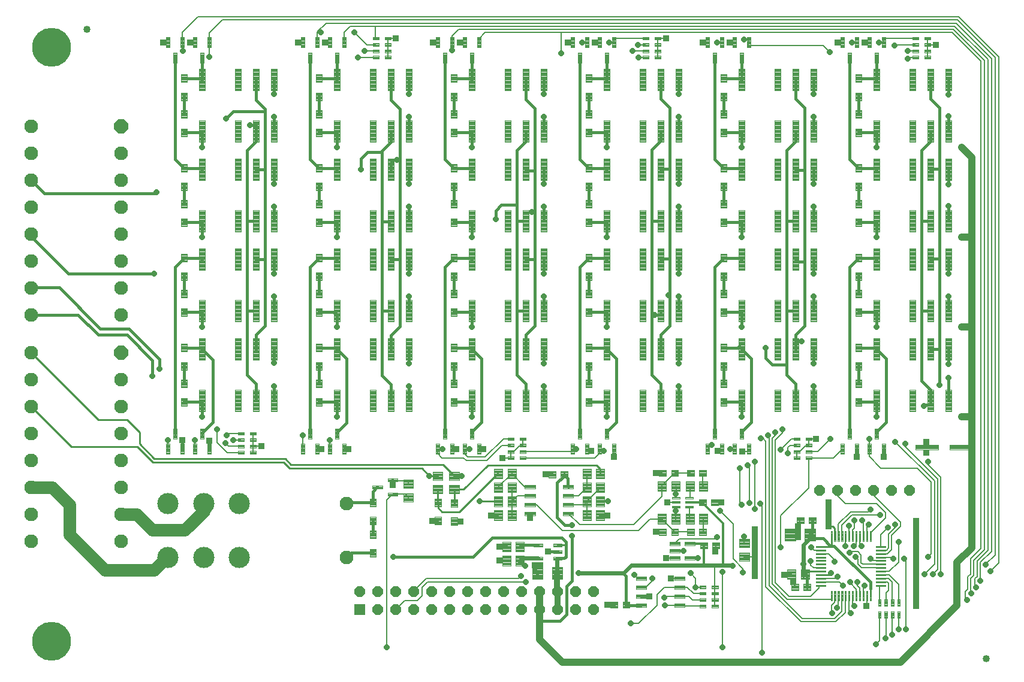
<source format=gtl>
G75*
%MOIN*%
%OFA0B0*%
%FSLAX25Y25*%
%IPPOS*%
%LPD*%
%AMOC8*
5,1,8,0,0,1.08239X$1,22.5*
%
%ADD10OC8,0.05906*%
%ADD11R,0.05906X0.05906*%
%ADD12OC8,0.07677*%
%ADD13C,0.07677*%
%ADD14C,0.00394*%
%ADD15C,0.00396*%
%ADD16C,0.00402*%
%ADD17C,0.00409*%
%ADD18C,0.00406*%
%ADD19C,0.11811*%
%ADD20C,0.00378*%
%ADD21C,0.00390*%
%ADD22C,0.04000*%
%ADD23C,0.21654*%
%ADD24C,0.01600*%
%ADD25OC8,0.03175*%
%ADD26C,0.04000*%
%ADD27C,0.01000*%
%ADD28R,0.03175X0.03175*%
%ADD29C,0.01200*%
%ADD30C,0.00800*%
%ADD31C,0.02400*%
%ADD32C,0.03200*%
%ADD33C,0.07000*%
D10*
X0309333Y0115232D03*
X0319333Y0115232D03*
X0329333Y0115232D03*
X0339333Y0115232D03*
X0349333Y0115232D03*
X0359333Y0115232D03*
X0369333Y0115232D03*
X0379333Y0115232D03*
X0389333Y0115232D03*
X0399333Y0115232D03*
X0409333Y0115232D03*
X0419333Y0115232D03*
X0429333Y0115232D03*
X0439333Y0115232D03*
X0439333Y0105232D03*
X0429333Y0105232D03*
X0419333Y0105232D03*
X0409333Y0105232D03*
X0399333Y0105232D03*
X0389333Y0105232D03*
X0379333Y0105232D03*
X0369333Y0105232D03*
X0359333Y0105232D03*
X0349333Y0105232D03*
X0339333Y0105232D03*
X0329333Y0105232D03*
X0319333Y0105232D03*
X0565188Y0171770D03*
X0575188Y0171770D03*
X0585188Y0171770D03*
X0595188Y0171770D03*
X0605188Y0171770D03*
X0615188Y0171770D03*
D11*
X0309333Y0105232D03*
D12*
X0176774Y0248441D03*
X0176774Y0374425D03*
D13*
X0176774Y0359425D03*
X0176774Y0344425D03*
X0176774Y0329425D03*
X0176774Y0314425D03*
X0176774Y0299425D03*
X0176774Y0284425D03*
X0176774Y0269425D03*
X0126774Y0269425D03*
X0126774Y0284425D03*
X0126774Y0299425D03*
X0126774Y0314425D03*
X0126774Y0329425D03*
X0126774Y0344425D03*
X0126774Y0359425D03*
X0126774Y0374425D03*
X0126774Y0248441D03*
X0126774Y0233441D03*
X0126774Y0218441D03*
X0126774Y0203441D03*
X0126774Y0188441D03*
X0126774Y0173441D03*
X0126774Y0158441D03*
X0126774Y0143441D03*
X0176774Y0143441D03*
X0176774Y0158441D03*
X0176774Y0173441D03*
X0176774Y0188441D03*
X0176774Y0203441D03*
X0176774Y0218441D03*
X0176774Y0233441D03*
X0302044Y0164152D03*
X0302044Y0134388D03*
D14*
X0318459Y0134737D02*
X0318459Y0139067D01*
X0318459Y0134737D02*
X0314917Y0134737D01*
X0314917Y0139067D01*
X0318459Y0139067D01*
X0318459Y0135130D02*
X0314917Y0135130D01*
X0314917Y0135523D02*
X0318459Y0135523D01*
X0318459Y0135916D02*
X0314917Y0135916D01*
X0314917Y0136309D02*
X0318459Y0136309D01*
X0318459Y0136702D02*
X0314917Y0136702D01*
X0314917Y0137095D02*
X0318459Y0137095D01*
X0318459Y0137488D02*
X0314917Y0137488D01*
X0314917Y0137881D02*
X0318459Y0137881D01*
X0318459Y0138274D02*
X0314917Y0138274D01*
X0314917Y0138667D02*
X0318459Y0138667D01*
X0318459Y0139060D02*
X0314917Y0139060D01*
X0318459Y0144973D02*
X0318459Y0149303D01*
X0318459Y0144973D02*
X0314917Y0144973D01*
X0314917Y0149303D01*
X0318459Y0149303D01*
X0318459Y0145366D02*
X0314917Y0145366D01*
X0314917Y0145759D02*
X0318459Y0145759D01*
X0318459Y0146152D02*
X0314917Y0146152D01*
X0314917Y0146545D02*
X0318459Y0146545D01*
X0318459Y0146938D02*
X0314917Y0146938D01*
X0314917Y0147331D02*
X0318459Y0147331D01*
X0318459Y0147724D02*
X0314917Y0147724D01*
X0314917Y0148117D02*
X0318459Y0148117D01*
X0318459Y0148510D02*
X0314917Y0148510D01*
X0314917Y0148903D02*
X0318459Y0148903D01*
X0318459Y0149296D02*
X0314917Y0149296D01*
X0314917Y0152487D02*
X0314917Y0156817D01*
X0318459Y0156817D01*
X0318459Y0152487D01*
X0314917Y0152487D01*
X0314917Y0152880D02*
X0318459Y0152880D01*
X0318459Y0153273D02*
X0314917Y0153273D01*
X0314917Y0153666D02*
X0318459Y0153666D01*
X0318459Y0154059D02*
X0314917Y0154059D01*
X0314917Y0154452D02*
X0318459Y0154452D01*
X0318459Y0154845D02*
X0314917Y0154845D01*
X0314917Y0155238D02*
X0318459Y0155238D01*
X0318459Y0155631D02*
X0314917Y0155631D01*
X0314917Y0156024D02*
X0318459Y0156024D01*
X0318459Y0156417D02*
X0314917Y0156417D01*
X0314917Y0156810D02*
X0318459Y0156810D01*
X0314917Y0162723D02*
X0314917Y0167053D01*
X0318459Y0167053D01*
X0318459Y0162723D01*
X0314917Y0162723D01*
X0314917Y0163116D02*
X0318459Y0163116D01*
X0318459Y0163509D02*
X0314917Y0163509D01*
X0314917Y0163902D02*
X0318459Y0163902D01*
X0318459Y0164295D02*
X0314917Y0164295D01*
X0314917Y0164688D02*
X0318459Y0164688D01*
X0318459Y0165081D02*
X0314917Y0165081D01*
X0314917Y0165474D02*
X0318459Y0165474D01*
X0318459Y0165867D02*
X0314917Y0165867D01*
X0314917Y0166260D02*
X0318459Y0166260D01*
X0318459Y0166653D02*
X0314917Y0166653D01*
X0314917Y0167046D02*
X0318459Y0167046D01*
X0354709Y0167053D02*
X0354709Y0162723D01*
X0351167Y0162723D01*
X0351167Y0167053D01*
X0354709Y0167053D01*
X0354709Y0163116D02*
X0351167Y0163116D01*
X0351167Y0163509D02*
X0354709Y0163509D01*
X0354709Y0163902D02*
X0351167Y0163902D01*
X0351167Y0164295D02*
X0354709Y0164295D01*
X0354709Y0164688D02*
X0351167Y0164688D01*
X0351167Y0165081D02*
X0354709Y0165081D01*
X0354709Y0165474D02*
X0351167Y0165474D01*
X0351167Y0165867D02*
X0354709Y0165867D01*
X0354709Y0166260D02*
X0351167Y0166260D01*
X0351167Y0166653D02*
X0354709Y0166653D01*
X0354709Y0167046D02*
X0351167Y0167046D01*
X0363709Y0166803D02*
X0363709Y0162473D01*
X0360167Y0162473D01*
X0360167Y0166803D01*
X0363709Y0166803D01*
X0363709Y0162866D02*
X0360167Y0162866D01*
X0360167Y0163259D02*
X0363709Y0163259D01*
X0363709Y0163652D02*
X0360167Y0163652D01*
X0360167Y0164045D02*
X0363709Y0164045D01*
X0363709Y0164438D02*
X0360167Y0164438D01*
X0360167Y0164831D02*
X0363709Y0164831D01*
X0363709Y0165224D02*
X0360167Y0165224D01*
X0360167Y0165617D02*
X0363709Y0165617D01*
X0363709Y0166010D02*
X0360167Y0166010D01*
X0360167Y0166403D02*
X0363709Y0166403D01*
X0363709Y0166796D02*
X0360167Y0166796D01*
X0363709Y0156567D02*
X0363709Y0152237D01*
X0360167Y0152237D01*
X0360167Y0156567D01*
X0363709Y0156567D01*
X0363709Y0152630D02*
X0360167Y0152630D01*
X0360167Y0153023D02*
X0363709Y0153023D01*
X0363709Y0153416D02*
X0360167Y0153416D01*
X0360167Y0153809D02*
X0363709Y0153809D01*
X0363709Y0154202D02*
X0360167Y0154202D01*
X0360167Y0154595D02*
X0363709Y0154595D01*
X0363709Y0154988D02*
X0360167Y0154988D01*
X0360167Y0155381D02*
X0363709Y0155381D01*
X0363709Y0155774D02*
X0360167Y0155774D01*
X0360167Y0156167D02*
X0363709Y0156167D01*
X0363709Y0156560D02*
X0360167Y0156560D01*
X0354709Y0156817D02*
X0354709Y0152487D01*
X0351167Y0152487D01*
X0351167Y0156817D01*
X0354709Y0156817D01*
X0354709Y0152880D02*
X0351167Y0152880D01*
X0351167Y0153273D02*
X0354709Y0153273D01*
X0354709Y0153666D02*
X0351167Y0153666D01*
X0351167Y0154059D02*
X0354709Y0154059D01*
X0354709Y0154452D02*
X0351167Y0154452D01*
X0351167Y0154845D02*
X0354709Y0154845D01*
X0354709Y0155238D02*
X0351167Y0155238D01*
X0351167Y0155631D02*
X0354709Y0155631D01*
X0354709Y0156024D02*
X0351167Y0156024D01*
X0351167Y0156417D02*
X0354709Y0156417D01*
X0354709Y0156810D02*
X0351167Y0156810D01*
X0395112Y0188918D02*
X0395112Y0190492D01*
X0395112Y0188918D02*
X0391570Y0188918D01*
X0391570Y0190492D01*
X0395112Y0190492D01*
X0395112Y0189311D02*
X0391570Y0189311D01*
X0391570Y0189704D02*
X0395112Y0189704D01*
X0395112Y0190097D02*
X0391570Y0190097D01*
X0391570Y0190490D02*
X0395112Y0190490D01*
X0395112Y0192461D02*
X0395112Y0194035D01*
X0395112Y0192461D02*
X0391570Y0192461D01*
X0391570Y0194035D01*
X0395112Y0194035D01*
X0395112Y0192854D02*
X0391570Y0192854D01*
X0391570Y0193247D02*
X0395112Y0193247D01*
X0395112Y0193640D02*
X0391570Y0193640D01*
X0391570Y0194033D02*
X0395112Y0194033D01*
X0395112Y0196004D02*
X0395112Y0197578D01*
X0395112Y0196004D02*
X0391570Y0196004D01*
X0391570Y0197578D01*
X0395112Y0197578D01*
X0395112Y0196397D02*
X0391570Y0196397D01*
X0391570Y0196790D02*
X0395112Y0196790D01*
X0395112Y0197183D02*
X0391570Y0197183D01*
X0391570Y0197576D02*
X0395112Y0197576D01*
X0395112Y0199548D02*
X0395112Y0201122D01*
X0395112Y0199548D02*
X0391570Y0199548D01*
X0391570Y0201122D01*
X0395112Y0201122D01*
X0395112Y0199941D02*
X0391570Y0199941D01*
X0391570Y0200334D02*
X0395112Y0200334D01*
X0395112Y0200727D02*
X0391570Y0200727D01*
X0391570Y0201120D02*
X0395112Y0201120D01*
X0401805Y0201122D02*
X0401805Y0199548D01*
X0398263Y0199548D01*
X0398263Y0201122D01*
X0401805Y0201122D01*
X0401805Y0199941D02*
X0398263Y0199941D01*
X0398263Y0200334D02*
X0401805Y0200334D01*
X0401805Y0200727D02*
X0398263Y0200727D01*
X0398263Y0201120D02*
X0401805Y0201120D01*
X0401805Y0197578D02*
X0401805Y0196004D01*
X0398263Y0196004D01*
X0398263Y0197578D01*
X0401805Y0197578D01*
X0401805Y0196397D02*
X0398263Y0196397D01*
X0398263Y0196790D02*
X0401805Y0196790D01*
X0401805Y0197183D02*
X0398263Y0197183D01*
X0398263Y0197576D02*
X0401805Y0197576D01*
X0401805Y0194035D02*
X0401805Y0192461D01*
X0398263Y0192461D01*
X0398263Y0194035D01*
X0401805Y0194035D01*
X0401805Y0192854D02*
X0398263Y0192854D01*
X0398263Y0193247D02*
X0401805Y0193247D01*
X0401805Y0193640D02*
X0398263Y0193640D01*
X0398263Y0194033D02*
X0401805Y0194033D01*
X0401805Y0190492D02*
X0401805Y0188918D01*
X0398263Y0188918D01*
X0398263Y0190492D01*
X0401805Y0190492D01*
X0401805Y0189311D02*
X0398263Y0189311D01*
X0398263Y0189704D02*
X0401805Y0189704D01*
X0401805Y0190097D02*
X0398263Y0190097D01*
X0398263Y0190490D02*
X0401805Y0190490D01*
X0414373Y0182291D02*
X0418309Y0182291D01*
X0418309Y0178749D01*
X0414373Y0178749D01*
X0414373Y0182291D01*
X0414373Y0179142D02*
X0418309Y0179142D01*
X0418309Y0179535D02*
X0414373Y0179535D01*
X0414373Y0179928D02*
X0418309Y0179928D01*
X0418309Y0180321D02*
X0414373Y0180321D01*
X0414373Y0180714D02*
X0418309Y0180714D01*
X0418309Y0181107D02*
X0414373Y0181107D01*
X0414373Y0181500D02*
X0418309Y0181500D01*
X0418309Y0181893D02*
X0414373Y0181893D01*
X0414373Y0182286D02*
X0418309Y0182286D01*
X0421066Y0182291D02*
X0425002Y0182291D01*
X0425002Y0178749D01*
X0421066Y0178749D01*
X0421066Y0182291D01*
X0421066Y0179142D02*
X0425002Y0179142D01*
X0425002Y0179535D02*
X0421066Y0179535D01*
X0421066Y0179928D02*
X0425002Y0179928D01*
X0425002Y0180321D02*
X0421066Y0180321D01*
X0421066Y0180714D02*
X0425002Y0180714D01*
X0425002Y0181107D02*
X0421066Y0181107D01*
X0421066Y0181500D02*
X0425002Y0181500D01*
X0425002Y0181893D02*
X0421066Y0181893D01*
X0421066Y0182286D02*
X0425002Y0182286D01*
X0438459Y0218737D02*
X0438459Y0223067D01*
X0438459Y0218737D02*
X0434917Y0218737D01*
X0434917Y0223067D01*
X0438459Y0223067D01*
X0438459Y0219130D02*
X0434917Y0219130D01*
X0434917Y0219523D02*
X0438459Y0219523D01*
X0438459Y0219916D02*
X0434917Y0219916D01*
X0434917Y0220309D02*
X0438459Y0220309D01*
X0438459Y0220702D02*
X0434917Y0220702D01*
X0434917Y0221095D02*
X0438459Y0221095D01*
X0438459Y0221488D02*
X0434917Y0221488D01*
X0434917Y0221881D02*
X0438459Y0221881D01*
X0438459Y0222274D02*
X0434917Y0222274D01*
X0434917Y0222667D02*
X0438459Y0222667D01*
X0438459Y0223060D02*
X0434917Y0223060D01*
X0448459Y0227791D02*
X0448459Y0215745D01*
X0444917Y0215745D01*
X0444917Y0227791D01*
X0448459Y0227791D01*
X0448459Y0216138D02*
X0444917Y0216138D01*
X0444917Y0216531D02*
X0448459Y0216531D01*
X0448459Y0216924D02*
X0444917Y0216924D01*
X0444917Y0217317D02*
X0448459Y0217317D01*
X0448459Y0217710D02*
X0444917Y0217710D01*
X0444917Y0218103D02*
X0448459Y0218103D01*
X0448459Y0218496D02*
X0444917Y0218496D01*
X0444917Y0218889D02*
X0448459Y0218889D01*
X0448459Y0219282D02*
X0444917Y0219282D01*
X0444917Y0219675D02*
X0448459Y0219675D01*
X0448459Y0220068D02*
X0444917Y0220068D01*
X0444917Y0220461D02*
X0448459Y0220461D01*
X0448459Y0220854D02*
X0444917Y0220854D01*
X0444917Y0221247D02*
X0448459Y0221247D01*
X0448459Y0221640D02*
X0444917Y0221640D01*
X0444917Y0222033D02*
X0448459Y0222033D01*
X0448459Y0222426D02*
X0444917Y0222426D01*
X0444917Y0222819D02*
X0448459Y0222819D01*
X0448459Y0223212D02*
X0444917Y0223212D01*
X0444917Y0223605D02*
X0448459Y0223605D01*
X0448459Y0223998D02*
X0444917Y0223998D01*
X0444917Y0224391D02*
X0448459Y0224391D01*
X0448459Y0224784D02*
X0444917Y0224784D01*
X0444917Y0225177D02*
X0448459Y0225177D01*
X0448459Y0225570D02*
X0444917Y0225570D01*
X0444917Y0225963D02*
X0448459Y0225963D01*
X0448459Y0226356D02*
X0444917Y0226356D01*
X0444917Y0226749D02*
X0448459Y0226749D01*
X0448459Y0227142D02*
X0444917Y0227142D01*
X0444917Y0227535D02*
X0448459Y0227535D01*
X0438459Y0228973D02*
X0438459Y0233303D01*
X0438459Y0228973D02*
X0434917Y0228973D01*
X0434917Y0233303D01*
X0438459Y0233303D01*
X0438459Y0229366D02*
X0434917Y0229366D01*
X0434917Y0229759D02*
X0438459Y0229759D01*
X0438459Y0230152D02*
X0434917Y0230152D01*
X0434917Y0230545D02*
X0438459Y0230545D01*
X0438459Y0230938D02*
X0434917Y0230938D01*
X0434917Y0231331D02*
X0438459Y0231331D01*
X0438459Y0231724D02*
X0434917Y0231724D01*
X0434917Y0232117D02*
X0438459Y0232117D01*
X0438459Y0232510D02*
X0434917Y0232510D01*
X0434917Y0232903D02*
X0438459Y0232903D01*
X0438459Y0233296D02*
X0434917Y0233296D01*
X0434917Y0238737D02*
X0434917Y0243067D01*
X0438459Y0243067D01*
X0438459Y0238737D01*
X0434917Y0238737D01*
X0434917Y0239130D02*
X0438459Y0239130D01*
X0438459Y0239523D02*
X0434917Y0239523D01*
X0434917Y0239916D02*
X0438459Y0239916D01*
X0438459Y0240309D02*
X0434917Y0240309D01*
X0434917Y0240702D02*
X0438459Y0240702D01*
X0438459Y0241095D02*
X0434917Y0241095D01*
X0434917Y0241488D02*
X0438459Y0241488D01*
X0438459Y0241881D02*
X0434917Y0241881D01*
X0434917Y0242274D02*
X0438459Y0242274D01*
X0438459Y0242667D02*
X0434917Y0242667D01*
X0434917Y0243060D02*
X0438459Y0243060D01*
X0434917Y0248973D02*
X0434917Y0253303D01*
X0438459Y0253303D01*
X0438459Y0248973D01*
X0434917Y0248973D01*
X0434917Y0249366D02*
X0438459Y0249366D01*
X0438459Y0249759D02*
X0434917Y0249759D01*
X0434917Y0250152D02*
X0438459Y0250152D01*
X0438459Y0250545D02*
X0434917Y0250545D01*
X0434917Y0250938D02*
X0438459Y0250938D01*
X0438459Y0251331D02*
X0434917Y0251331D01*
X0434917Y0251724D02*
X0438459Y0251724D01*
X0438459Y0252117D02*
X0434917Y0252117D01*
X0434917Y0252510D02*
X0438459Y0252510D01*
X0438459Y0252903D02*
X0434917Y0252903D01*
X0434917Y0253296D02*
X0438459Y0253296D01*
X0448459Y0256295D02*
X0448459Y0244249D01*
X0444917Y0244249D01*
X0444917Y0256295D01*
X0448459Y0256295D01*
X0448459Y0244642D02*
X0444917Y0244642D01*
X0444917Y0245035D02*
X0448459Y0245035D01*
X0448459Y0245428D02*
X0444917Y0245428D01*
X0444917Y0245821D02*
X0448459Y0245821D01*
X0448459Y0246214D02*
X0444917Y0246214D01*
X0444917Y0246607D02*
X0448459Y0246607D01*
X0448459Y0247000D02*
X0444917Y0247000D01*
X0444917Y0247393D02*
X0448459Y0247393D01*
X0448459Y0247786D02*
X0444917Y0247786D01*
X0444917Y0248179D02*
X0448459Y0248179D01*
X0448459Y0248572D02*
X0444917Y0248572D01*
X0444917Y0248965D02*
X0448459Y0248965D01*
X0448459Y0249358D02*
X0444917Y0249358D01*
X0444917Y0249751D02*
X0448459Y0249751D01*
X0448459Y0250144D02*
X0444917Y0250144D01*
X0444917Y0250537D02*
X0448459Y0250537D01*
X0448459Y0250930D02*
X0444917Y0250930D01*
X0444917Y0251323D02*
X0448459Y0251323D01*
X0448459Y0251716D02*
X0444917Y0251716D01*
X0444917Y0252109D02*
X0448459Y0252109D01*
X0448459Y0252502D02*
X0444917Y0252502D01*
X0444917Y0252895D02*
X0448459Y0252895D01*
X0448459Y0253288D02*
X0444917Y0253288D01*
X0444917Y0253681D02*
X0448459Y0253681D01*
X0448459Y0254074D02*
X0444917Y0254074D01*
X0444917Y0254467D02*
X0448459Y0254467D01*
X0448459Y0254860D02*
X0444917Y0254860D01*
X0444917Y0255253D02*
X0448459Y0255253D01*
X0448459Y0255646D02*
X0444917Y0255646D01*
X0444917Y0256039D02*
X0448459Y0256039D01*
X0468459Y0256295D02*
X0468459Y0244249D01*
X0464917Y0244249D01*
X0464917Y0256295D01*
X0468459Y0256295D01*
X0468459Y0244642D02*
X0464917Y0244642D01*
X0464917Y0245035D02*
X0468459Y0245035D01*
X0468459Y0245428D02*
X0464917Y0245428D01*
X0464917Y0245821D02*
X0468459Y0245821D01*
X0468459Y0246214D02*
X0464917Y0246214D01*
X0464917Y0246607D02*
X0468459Y0246607D01*
X0468459Y0247000D02*
X0464917Y0247000D01*
X0464917Y0247393D02*
X0468459Y0247393D01*
X0468459Y0247786D02*
X0464917Y0247786D01*
X0464917Y0248179D02*
X0468459Y0248179D01*
X0468459Y0248572D02*
X0464917Y0248572D01*
X0464917Y0248965D02*
X0468459Y0248965D01*
X0468459Y0249358D02*
X0464917Y0249358D01*
X0464917Y0249751D02*
X0468459Y0249751D01*
X0468459Y0250144D02*
X0464917Y0250144D01*
X0464917Y0250537D02*
X0468459Y0250537D01*
X0468459Y0250930D02*
X0464917Y0250930D01*
X0464917Y0251323D02*
X0468459Y0251323D01*
X0468459Y0251716D02*
X0464917Y0251716D01*
X0464917Y0252109D02*
X0468459Y0252109D01*
X0468459Y0252502D02*
X0464917Y0252502D01*
X0464917Y0252895D02*
X0468459Y0252895D01*
X0468459Y0253288D02*
X0464917Y0253288D01*
X0464917Y0253681D02*
X0468459Y0253681D01*
X0468459Y0254074D02*
X0464917Y0254074D01*
X0464917Y0254467D02*
X0468459Y0254467D01*
X0468459Y0254860D02*
X0464917Y0254860D01*
X0464917Y0255253D02*
X0468459Y0255253D01*
X0468459Y0255646D02*
X0464917Y0255646D01*
X0464917Y0256039D02*
X0468459Y0256039D01*
X0478459Y0256295D02*
X0478459Y0244249D01*
X0474917Y0244249D01*
X0474917Y0256295D01*
X0478459Y0256295D01*
X0478459Y0244642D02*
X0474917Y0244642D01*
X0474917Y0245035D02*
X0478459Y0245035D01*
X0478459Y0245428D02*
X0474917Y0245428D01*
X0474917Y0245821D02*
X0478459Y0245821D01*
X0478459Y0246214D02*
X0474917Y0246214D01*
X0474917Y0246607D02*
X0478459Y0246607D01*
X0478459Y0247000D02*
X0474917Y0247000D01*
X0474917Y0247393D02*
X0478459Y0247393D01*
X0478459Y0247786D02*
X0474917Y0247786D01*
X0474917Y0248179D02*
X0478459Y0248179D01*
X0478459Y0248572D02*
X0474917Y0248572D01*
X0474917Y0248965D02*
X0478459Y0248965D01*
X0478459Y0249358D02*
X0474917Y0249358D01*
X0474917Y0249751D02*
X0478459Y0249751D01*
X0478459Y0250144D02*
X0474917Y0250144D01*
X0474917Y0250537D02*
X0478459Y0250537D01*
X0478459Y0250930D02*
X0474917Y0250930D01*
X0474917Y0251323D02*
X0478459Y0251323D01*
X0478459Y0251716D02*
X0474917Y0251716D01*
X0474917Y0252109D02*
X0478459Y0252109D01*
X0478459Y0252502D02*
X0474917Y0252502D01*
X0474917Y0252895D02*
X0478459Y0252895D01*
X0478459Y0253288D02*
X0474917Y0253288D01*
X0474917Y0253681D02*
X0478459Y0253681D01*
X0478459Y0254074D02*
X0474917Y0254074D01*
X0474917Y0254467D02*
X0478459Y0254467D01*
X0478459Y0254860D02*
X0474917Y0254860D01*
X0474917Y0255253D02*
X0478459Y0255253D01*
X0478459Y0255646D02*
X0474917Y0255646D01*
X0474917Y0256039D02*
X0478459Y0256039D01*
X0488459Y0256295D02*
X0488459Y0244249D01*
X0484917Y0244249D01*
X0484917Y0256295D01*
X0488459Y0256295D01*
X0488459Y0244642D02*
X0484917Y0244642D01*
X0484917Y0245035D02*
X0488459Y0245035D01*
X0488459Y0245428D02*
X0484917Y0245428D01*
X0484917Y0245821D02*
X0488459Y0245821D01*
X0488459Y0246214D02*
X0484917Y0246214D01*
X0484917Y0246607D02*
X0488459Y0246607D01*
X0488459Y0247000D02*
X0484917Y0247000D01*
X0484917Y0247393D02*
X0488459Y0247393D01*
X0488459Y0247786D02*
X0484917Y0247786D01*
X0484917Y0248179D02*
X0488459Y0248179D01*
X0488459Y0248572D02*
X0484917Y0248572D01*
X0484917Y0248965D02*
X0488459Y0248965D01*
X0488459Y0249358D02*
X0484917Y0249358D01*
X0484917Y0249751D02*
X0488459Y0249751D01*
X0488459Y0250144D02*
X0484917Y0250144D01*
X0484917Y0250537D02*
X0488459Y0250537D01*
X0488459Y0250930D02*
X0484917Y0250930D01*
X0484917Y0251323D02*
X0488459Y0251323D01*
X0488459Y0251716D02*
X0484917Y0251716D01*
X0484917Y0252109D02*
X0488459Y0252109D01*
X0488459Y0252502D02*
X0484917Y0252502D01*
X0484917Y0252895D02*
X0488459Y0252895D01*
X0488459Y0253288D02*
X0484917Y0253288D01*
X0484917Y0253681D02*
X0488459Y0253681D01*
X0488459Y0254074D02*
X0484917Y0254074D01*
X0484917Y0254467D02*
X0488459Y0254467D01*
X0488459Y0254860D02*
X0484917Y0254860D01*
X0484917Y0255253D02*
X0488459Y0255253D01*
X0488459Y0255646D02*
X0484917Y0255646D01*
X0484917Y0256039D02*
X0488459Y0256039D01*
X0488459Y0265745D02*
X0488459Y0277791D01*
X0488459Y0265745D02*
X0484917Y0265745D01*
X0484917Y0277791D01*
X0488459Y0277791D01*
X0488459Y0266138D02*
X0484917Y0266138D01*
X0484917Y0266531D02*
X0488459Y0266531D01*
X0488459Y0266924D02*
X0484917Y0266924D01*
X0484917Y0267317D02*
X0488459Y0267317D01*
X0488459Y0267710D02*
X0484917Y0267710D01*
X0484917Y0268103D02*
X0488459Y0268103D01*
X0488459Y0268496D02*
X0484917Y0268496D01*
X0484917Y0268889D02*
X0488459Y0268889D01*
X0488459Y0269282D02*
X0484917Y0269282D01*
X0484917Y0269675D02*
X0488459Y0269675D01*
X0488459Y0270068D02*
X0484917Y0270068D01*
X0484917Y0270461D02*
X0488459Y0270461D01*
X0488459Y0270854D02*
X0484917Y0270854D01*
X0484917Y0271247D02*
X0488459Y0271247D01*
X0488459Y0271640D02*
X0484917Y0271640D01*
X0484917Y0272033D02*
X0488459Y0272033D01*
X0488459Y0272426D02*
X0484917Y0272426D01*
X0484917Y0272819D02*
X0488459Y0272819D01*
X0488459Y0273212D02*
X0484917Y0273212D01*
X0484917Y0273605D02*
X0488459Y0273605D01*
X0488459Y0273998D02*
X0484917Y0273998D01*
X0484917Y0274391D02*
X0488459Y0274391D01*
X0488459Y0274784D02*
X0484917Y0274784D01*
X0484917Y0275177D02*
X0488459Y0275177D01*
X0488459Y0275570D02*
X0484917Y0275570D01*
X0484917Y0275963D02*
X0488459Y0275963D01*
X0488459Y0276356D02*
X0484917Y0276356D01*
X0484917Y0276749D02*
X0488459Y0276749D01*
X0488459Y0277142D02*
X0484917Y0277142D01*
X0484917Y0277535D02*
X0488459Y0277535D01*
X0478459Y0277791D02*
X0478459Y0265745D01*
X0474917Y0265745D01*
X0474917Y0277791D01*
X0478459Y0277791D01*
X0478459Y0266138D02*
X0474917Y0266138D01*
X0474917Y0266531D02*
X0478459Y0266531D01*
X0478459Y0266924D02*
X0474917Y0266924D01*
X0474917Y0267317D02*
X0478459Y0267317D01*
X0478459Y0267710D02*
X0474917Y0267710D01*
X0474917Y0268103D02*
X0478459Y0268103D01*
X0478459Y0268496D02*
X0474917Y0268496D01*
X0474917Y0268889D02*
X0478459Y0268889D01*
X0478459Y0269282D02*
X0474917Y0269282D01*
X0474917Y0269675D02*
X0478459Y0269675D01*
X0478459Y0270068D02*
X0474917Y0270068D01*
X0474917Y0270461D02*
X0478459Y0270461D01*
X0478459Y0270854D02*
X0474917Y0270854D01*
X0474917Y0271247D02*
X0478459Y0271247D01*
X0478459Y0271640D02*
X0474917Y0271640D01*
X0474917Y0272033D02*
X0478459Y0272033D01*
X0478459Y0272426D02*
X0474917Y0272426D01*
X0474917Y0272819D02*
X0478459Y0272819D01*
X0478459Y0273212D02*
X0474917Y0273212D01*
X0474917Y0273605D02*
X0478459Y0273605D01*
X0478459Y0273998D02*
X0474917Y0273998D01*
X0474917Y0274391D02*
X0478459Y0274391D01*
X0478459Y0274784D02*
X0474917Y0274784D01*
X0474917Y0275177D02*
X0478459Y0275177D01*
X0478459Y0275570D02*
X0474917Y0275570D01*
X0474917Y0275963D02*
X0478459Y0275963D01*
X0478459Y0276356D02*
X0474917Y0276356D01*
X0474917Y0276749D02*
X0478459Y0276749D01*
X0478459Y0277142D02*
X0474917Y0277142D01*
X0474917Y0277535D02*
X0478459Y0277535D01*
X0468459Y0277791D02*
X0468459Y0265745D01*
X0464917Y0265745D01*
X0464917Y0277791D01*
X0468459Y0277791D01*
X0468459Y0266138D02*
X0464917Y0266138D01*
X0464917Y0266531D02*
X0468459Y0266531D01*
X0468459Y0266924D02*
X0464917Y0266924D01*
X0464917Y0267317D02*
X0468459Y0267317D01*
X0468459Y0267710D02*
X0464917Y0267710D01*
X0464917Y0268103D02*
X0468459Y0268103D01*
X0468459Y0268496D02*
X0464917Y0268496D01*
X0464917Y0268889D02*
X0468459Y0268889D01*
X0468459Y0269282D02*
X0464917Y0269282D01*
X0464917Y0269675D02*
X0468459Y0269675D01*
X0468459Y0270068D02*
X0464917Y0270068D01*
X0464917Y0270461D02*
X0468459Y0270461D01*
X0468459Y0270854D02*
X0464917Y0270854D01*
X0464917Y0271247D02*
X0468459Y0271247D01*
X0468459Y0271640D02*
X0464917Y0271640D01*
X0464917Y0272033D02*
X0468459Y0272033D01*
X0468459Y0272426D02*
X0464917Y0272426D01*
X0464917Y0272819D02*
X0468459Y0272819D01*
X0468459Y0273212D02*
X0464917Y0273212D01*
X0464917Y0273605D02*
X0468459Y0273605D01*
X0468459Y0273998D02*
X0464917Y0273998D01*
X0464917Y0274391D02*
X0468459Y0274391D01*
X0468459Y0274784D02*
X0464917Y0274784D01*
X0464917Y0275177D02*
X0468459Y0275177D01*
X0468459Y0275570D02*
X0464917Y0275570D01*
X0464917Y0275963D02*
X0468459Y0275963D01*
X0468459Y0276356D02*
X0464917Y0276356D01*
X0464917Y0276749D02*
X0468459Y0276749D01*
X0468459Y0277142D02*
X0464917Y0277142D01*
X0464917Y0277535D02*
X0468459Y0277535D01*
X0448459Y0277791D02*
X0448459Y0265745D01*
X0444917Y0265745D01*
X0444917Y0277791D01*
X0448459Y0277791D01*
X0448459Y0266138D02*
X0444917Y0266138D01*
X0444917Y0266531D02*
X0448459Y0266531D01*
X0448459Y0266924D02*
X0444917Y0266924D01*
X0444917Y0267317D02*
X0448459Y0267317D01*
X0448459Y0267710D02*
X0444917Y0267710D01*
X0444917Y0268103D02*
X0448459Y0268103D01*
X0448459Y0268496D02*
X0444917Y0268496D01*
X0444917Y0268889D02*
X0448459Y0268889D01*
X0448459Y0269282D02*
X0444917Y0269282D01*
X0444917Y0269675D02*
X0448459Y0269675D01*
X0448459Y0270068D02*
X0444917Y0270068D01*
X0444917Y0270461D02*
X0448459Y0270461D01*
X0448459Y0270854D02*
X0444917Y0270854D01*
X0444917Y0271247D02*
X0448459Y0271247D01*
X0448459Y0271640D02*
X0444917Y0271640D01*
X0444917Y0272033D02*
X0448459Y0272033D01*
X0448459Y0272426D02*
X0444917Y0272426D01*
X0444917Y0272819D02*
X0448459Y0272819D01*
X0448459Y0273212D02*
X0444917Y0273212D01*
X0444917Y0273605D02*
X0448459Y0273605D01*
X0448459Y0273998D02*
X0444917Y0273998D01*
X0444917Y0274391D02*
X0448459Y0274391D01*
X0448459Y0274784D02*
X0444917Y0274784D01*
X0444917Y0275177D02*
X0448459Y0275177D01*
X0448459Y0275570D02*
X0444917Y0275570D01*
X0444917Y0275963D02*
X0448459Y0275963D01*
X0448459Y0276356D02*
X0444917Y0276356D01*
X0444917Y0276749D02*
X0448459Y0276749D01*
X0448459Y0277142D02*
X0444917Y0277142D01*
X0444917Y0277535D02*
X0448459Y0277535D01*
X0438459Y0278973D02*
X0438459Y0283303D01*
X0438459Y0278973D02*
X0434917Y0278973D01*
X0434917Y0283303D01*
X0438459Y0283303D01*
X0438459Y0279366D02*
X0434917Y0279366D01*
X0434917Y0279759D02*
X0438459Y0279759D01*
X0438459Y0280152D02*
X0434917Y0280152D01*
X0434917Y0280545D02*
X0438459Y0280545D01*
X0438459Y0280938D02*
X0434917Y0280938D01*
X0434917Y0281331D02*
X0438459Y0281331D01*
X0438459Y0281724D02*
X0434917Y0281724D01*
X0434917Y0282117D02*
X0438459Y0282117D01*
X0438459Y0282510D02*
X0434917Y0282510D01*
X0434917Y0282903D02*
X0438459Y0282903D01*
X0438459Y0283296D02*
X0434917Y0283296D01*
X0434917Y0288737D02*
X0434917Y0293067D01*
X0438459Y0293067D01*
X0438459Y0288737D01*
X0434917Y0288737D01*
X0434917Y0289130D02*
X0438459Y0289130D01*
X0438459Y0289523D02*
X0434917Y0289523D01*
X0434917Y0289916D02*
X0438459Y0289916D01*
X0438459Y0290309D02*
X0434917Y0290309D01*
X0434917Y0290702D02*
X0438459Y0290702D01*
X0438459Y0291095D02*
X0434917Y0291095D01*
X0434917Y0291488D02*
X0438459Y0291488D01*
X0438459Y0291881D02*
X0434917Y0291881D01*
X0434917Y0292274D02*
X0438459Y0292274D01*
X0438459Y0292667D02*
X0434917Y0292667D01*
X0434917Y0293060D02*
X0438459Y0293060D01*
X0434917Y0298973D02*
X0434917Y0303303D01*
X0438459Y0303303D01*
X0438459Y0298973D01*
X0434917Y0298973D01*
X0434917Y0299366D02*
X0438459Y0299366D01*
X0438459Y0299759D02*
X0434917Y0299759D01*
X0434917Y0300152D02*
X0438459Y0300152D01*
X0438459Y0300545D02*
X0434917Y0300545D01*
X0434917Y0300938D02*
X0438459Y0300938D01*
X0438459Y0301331D02*
X0434917Y0301331D01*
X0434917Y0301724D02*
X0438459Y0301724D01*
X0438459Y0302117D02*
X0434917Y0302117D01*
X0434917Y0302510D02*
X0438459Y0302510D01*
X0438459Y0302903D02*
X0434917Y0302903D01*
X0434917Y0303296D02*
X0438459Y0303296D01*
X0448459Y0306295D02*
X0448459Y0294249D01*
X0444917Y0294249D01*
X0444917Y0306295D01*
X0448459Y0306295D01*
X0448459Y0294642D02*
X0444917Y0294642D01*
X0444917Y0295035D02*
X0448459Y0295035D01*
X0448459Y0295428D02*
X0444917Y0295428D01*
X0444917Y0295821D02*
X0448459Y0295821D01*
X0448459Y0296214D02*
X0444917Y0296214D01*
X0444917Y0296607D02*
X0448459Y0296607D01*
X0448459Y0297000D02*
X0444917Y0297000D01*
X0444917Y0297393D02*
X0448459Y0297393D01*
X0448459Y0297786D02*
X0444917Y0297786D01*
X0444917Y0298179D02*
X0448459Y0298179D01*
X0448459Y0298572D02*
X0444917Y0298572D01*
X0444917Y0298965D02*
X0448459Y0298965D01*
X0448459Y0299358D02*
X0444917Y0299358D01*
X0444917Y0299751D02*
X0448459Y0299751D01*
X0448459Y0300144D02*
X0444917Y0300144D01*
X0444917Y0300537D02*
X0448459Y0300537D01*
X0448459Y0300930D02*
X0444917Y0300930D01*
X0444917Y0301323D02*
X0448459Y0301323D01*
X0448459Y0301716D02*
X0444917Y0301716D01*
X0444917Y0302109D02*
X0448459Y0302109D01*
X0448459Y0302502D02*
X0444917Y0302502D01*
X0444917Y0302895D02*
X0448459Y0302895D01*
X0448459Y0303288D02*
X0444917Y0303288D01*
X0444917Y0303681D02*
X0448459Y0303681D01*
X0448459Y0304074D02*
X0444917Y0304074D01*
X0444917Y0304467D02*
X0448459Y0304467D01*
X0448459Y0304860D02*
X0444917Y0304860D01*
X0444917Y0305253D02*
X0448459Y0305253D01*
X0448459Y0305646D02*
X0444917Y0305646D01*
X0444917Y0306039D02*
X0448459Y0306039D01*
X0468459Y0306295D02*
X0468459Y0294249D01*
X0464917Y0294249D01*
X0464917Y0306295D01*
X0468459Y0306295D01*
X0468459Y0294642D02*
X0464917Y0294642D01*
X0464917Y0295035D02*
X0468459Y0295035D01*
X0468459Y0295428D02*
X0464917Y0295428D01*
X0464917Y0295821D02*
X0468459Y0295821D01*
X0468459Y0296214D02*
X0464917Y0296214D01*
X0464917Y0296607D02*
X0468459Y0296607D01*
X0468459Y0297000D02*
X0464917Y0297000D01*
X0464917Y0297393D02*
X0468459Y0297393D01*
X0468459Y0297786D02*
X0464917Y0297786D01*
X0464917Y0298179D02*
X0468459Y0298179D01*
X0468459Y0298572D02*
X0464917Y0298572D01*
X0464917Y0298965D02*
X0468459Y0298965D01*
X0468459Y0299358D02*
X0464917Y0299358D01*
X0464917Y0299751D02*
X0468459Y0299751D01*
X0468459Y0300144D02*
X0464917Y0300144D01*
X0464917Y0300537D02*
X0468459Y0300537D01*
X0468459Y0300930D02*
X0464917Y0300930D01*
X0464917Y0301323D02*
X0468459Y0301323D01*
X0468459Y0301716D02*
X0464917Y0301716D01*
X0464917Y0302109D02*
X0468459Y0302109D01*
X0468459Y0302502D02*
X0464917Y0302502D01*
X0464917Y0302895D02*
X0468459Y0302895D01*
X0468459Y0303288D02*
X0464917Y0303288D01*
X0464917Y0303681D02*
X0468459Y0303681D01*
X0468459Y0304074D02*
X0464917Y0304074D01*
X0464917Y0304467D02*
X0468459Y0304467D01*
X0468459Y0304860D02*
X0464917Y0304860D01*
X0464917Y0305253D02*
X0468459Y0305253D01*
X0468459Y0305646D02*
X0464917Y0305646D01*
X0464917Y0306039D02*
X0468459Y0306039D01*
X0478459Y0306295D02*
X0478459Y0294249D01*
X0474917Y0294249D01*
X0474917Y0306295D01*
X0478459Y0306295D01*
X0478459Y0294642D02*
X0474917Y0294642D01*
X0474917Y0295035D02*
X0478459Y0295035D01*
X0478459Y0295428D02*
X0474917Y0295428D01*
X0474917Y0295821D02*
X0478459Y0295821D01*
X0478459Y0296214D02*
X0474917Y0296214D01*
X0474917Y0296607D02*
X0478459Y0296607D01*
X0478459Y0297000D02*
X0474917Y0297000D01*
X0474917Y0297393D02*
X0478459Y0297393D01*
X0478459Y0297786D02*
X0474917Y0297786D01*
X0474917Y0298179D02*
X0478459Y0298179D01*
X0478459Y0298572D02*
X0474917Y0298572D01*
X0474917Y0298965D02*
X0478459Y0298965D01*
X0478459Y0299358D02*
X0474917Y0299358D01*
X0474917Y0299751D02*
X0478459Y0299751D01*
X0478459Y0300144D02*
X0474917Y0300144D01*
X0474917Y0300537D02*
X0478459Y0300537D01*
X0478459Y0300930D02*
X0474917Y0300930D01*
X0474917Y0301323D02*
X0478459Y0301323D01*
X0478459Y0301716D02*
X0474917Y0301716D01*
X0474917Y0302109D02*
X0478459Y0302109D01*
X0478459Y0302502D02*
X0474917Y0302502D01*
X0474917Y0302895D02*
X0478459Y0302895D01*
X0478459Y0303288D02*
X0474917Y0303288D01*
X0474917Y0303681D02*
X0478459Y0303681D01*
X0478459Y0304074D02*
X0474917Y0304074D01*
X0474917Y0304467D02*
X0478459Y0304467D01*
X0478459Y0304860D02*
X0474917Y0304860D01*
X0474917Y0305253D02*
X0478459Y0305253D01*
X0478459Y0305646D02*
X0474917Y0305646D01*
X0474917Y0306039D02*
X0478459Y0306039D01*
X0488459Y0306295D02*
X0488459Y0294249D01*
X0484917Y0294249D01*
X0484917Y0306295D01*
X0488459Y0306295D01*
X0488459Y0294642D02*
X0484917Y0294642D01*
X0484917Y0295035D02*
X0488459Y0295035D01*
X0488459Y0295428D02*
X0484917Y0295428D01*
X0484917Y0295821D02*
X0488459Y0295821D01*
X0488459Y0296214D02*
X0484917Y0296214D01*
X0484917Y0296607D02*
X0488459Y0296607D01*
X0488459Y0297000D02*
X0484917Y0297000D01*
X0484917Y0297393D02*
X0488459Y0297393D01*
X0488459Y0297786D02*
X0484917Y0297786D01*
X0484917Y0298179D02*
X0488459Y0298179D01*
X0488459Y0298572D02*
X0484917Y0298572D01*
X0484917Y0298965D02*
X0488459Y0298965D01*
X0488459Y0299358D02*
X0484917Y0299358D01*
X0484917Y0299751D02*
X0488459Y0299751D01*
X0488459Y0300144D02*
X0484917Y0300144D01*
X0484917Y0300537D02*
X0488459Y0300537D01*
X0488459Y0300930D02*
X0484917Y0300930D01*
X0484917Y0301323D02*
X0488459Y0301323D01*
X0488459Y0301716D02*
X0484917Y0301716D01*
X0484917Y0302109D02*
X0488459Y0302109D01*
X0488459Y0302502D02*
X0484917Y0302502D01*
X0484917Y0302895D02*
X0488459Y0302895D01*
X0488459Y0303288D02*
X0484917Y0303288D01*
X0484917Y0303681D02*
X0488459Y0303681D01*
X0488459Y0304074D02*
X0484917Y0304074D01*
X0484917Y0304467D02*
X0488459Y0304467D01*
X0488459Y0304860D02*
X0484917Y0304860D01*
X0484917Y0305253D02*
X0488459Y0305253D01*
X0488459Y0305646D02*
X0484917Y0305646D01*
X0484917Y0306039D02*
X0488459Y0306039D01*
X0488459Y0315745D02*
X0488459Y0327791D01*
X0488459Y0315745D02*
X0484917Y0315745D01*
X0484917Y0327791D01*
X0488459Y0327791D01*
X0488459Y0316138D02*
X0484917Y0316138D01*
X0484917Y0316531D02*
X0488459Y0316531D01*
X0488459Y0316924D02*
X0484917Y0316924D01*
X0484917Y0317317D02*
X0488459Y0317317D01*
X0488459Y0317710D02*
X0484917Y0317710D01*
X0484917Y0318103D02*
X0488459Y0318103D01*
X0488459Y0318496D02*
X0484917Y0318496D01*
X0484917Y0318889D02*
X0488459Y0318889D01*
X0488459Y0319282D02*
X0484917Y0319282D01*
X0484917Y0319675D02*
X0488459Y0319675D01*
X0488459Y0320068D02*
X0484917Y0320068D01*
X0484917Y0320461D02*
X0488459Y0320461D01*
X0488459Y0320854D02*
X0484917Y0320854D01*
X0484917Y0321247D02*
X0488459Y0321247D01*
X0488459Y0321640D02*
X0484917Y0321640D01*
X0484917Y0322033D02*
X0488459Y0322033D01*
X0488459Y0322426D02*
X0484917Y0322426D01*
X0484917Y0322819D02*
X0488459Y0322819D01*
X0488459Y0323212D02*
X0484917Y0323212D01*
X0484917Y0323605D02*
X0488459Y0323605D01*
X0488459Y0323998D02*
X0484917Y0323998D01*
X0484917Y0324391D02*
X0488459Y0324391D01*
X0488459Y0324784D02*
X0484917Y0324784D01*
X0484917Y0325177D02*
X0488459Y0325177D01*
X0488459Y0325570D02*
X0484917Y0325570D01*
X0484917Y0325963D02*
X0488459Y0325963D01*
X0488459Y0326356D02*
X0484917Y0326356D01*
X0484917Y0326749D02*
X0488459Y0326749D01*
X0488459Y0327142D02*
X0484917Y0327142D01*
X0484917Y0327535D02*
X0488459Y0327535D01*
X0478459Y0327791D02*
X0478459Y0315745D01*
X0474917Y0315745D01*
X0474917Y0327791D01*
X0478459Y0327791D01*
X0478459Y0316138D02*
X0474917Y0316138D01*
X0474917Y0316531D02*
X0478459Y0316531D01*
X0478459Y0316924D02*
X0474917Y0316924D01*
X0474917Y0317317D02*
X0478459Y0317317D01*
X0478459Y0317710D02*
X0474917Y0317710D01*
X0474917Y0318103D02*
X0478459Y0318103D01*
X0478459Y0318496D02*
X0474917Y0318496D01*
X0474917Y0318889D02*
X0478459Y0318889D01*
X0478459Y0319282D02*
X0474917Y0319282D01*
X0474917Y0319675D02*
X0478459Y0319675D01*
X0478459Y0320068D02*
X0474917Y0320068D01*
X0474917Y0320461D02*
X0478459Y0320461D01*
X0478459Y0320854D02*
X0474917Y0320854D01*
X0474917Y0321247D02*
X0478459Y0321247D01*
X0478459Y0321640D02*
X0474917Y0321640D01*
X0474917Y0322033D02*
X0478459Y0322033D01*
X0478459Y0322426D02*
X0474917Y0322426D01*
X0474917Y0322819D02*
X0478459Y0322819D01*
X0478459Y0323212D02*
X0474917Y0323212D01*
X0474917Y0323605D02*
X0478459Y0323605D01*
X0478459Y0323998D02*
X0474917Y0323998D01*
X0474917Y0324391D02*
X0478459Y0324391D01*
X0478459Y0324784D02*
X0474917Y0324784D01*
X0474917Y0325177D02*
X0478459Y0325177D01*
X0478459Y0325570D02*
X0474917Y0325570D01*
X0474917Y0325963D02*
X0478459Y0325963D01*
X0478459Y0326356D02*
X0474917Y0326356D01*
X0474917Y0326749D02*
X0478459Y0326749D01*
X0478459Y0327142D02*
X0474917Y0327142D01*
X0474917Y0327535D02*
X0478459Y0327535D01*
X0468459Y0327791D02*
X0468459Y0315745D01*
X0464917Y0315745D01*
X0464917Y0327791D01*
X0468459Y0327791D01*
X0468459Y0316138D02*
X0464917Y0316138D01*
X0464917Y0316531D02*
X0468459Y0316531D01*
X0468459Y0316924D02*
X0464917Y0316924D01*
X0464917Y0317317D02*
X0468459Y0317317D01*
X0468459Y0317710D02*
X0464917Y0317710D01*
X0464917Y0318103D02*
X0468459Y0318103D01*
X0468459Y0318496D02*
X0464917Y0318496D01*
X0464917Y0318889D02*
X0468459Y0318889D01*
X0468459Y0319282D02*
X0464917Y0319282D01*
X0464917Y0319675D02*
X0468459Y0319675D01*
X0468459Y0320068D02*
X0464917Y0320068D01*
X0464917Y0320461D02*
X0468459Y0320461D01*
X0468459Y0320854D02*
X0464917Y0320854D01*
X0464917Y0321247D02*
X0468459Y0321247D01*
X0468459Y0321640D02*
X0464917Y0321640D01*
X0464917Y0322033D02*
X0468459Y0322033D01*
X0468459Y0322426D02*
X0464917Y0322426D01*
X0464917Y0322819D02*
X0468459Y0322819D01*
X0468459Y0323212D02*
X0464917Y0323212D01*
X0464917Y0323605D02*
X0468459Y0323605D01*
X0468459Y0323998D02*
X0464917Y0323998D01*
X0464917Y0324391D02*
X0468459Y0324391D01*
X0468459Y0324784D02*
X0464917Y0324784D01*
X0464917Y0325177D02*
X0468459Y0325177D01*
X0468459Y0325570D02*
X0464917Y0325570D01*
X0464917Y0325963D02*
X0468459Y0325963D01*
X0468459Y0326356D02*
X0464917Y0326356D01*
X0464917Y0326749D02*
X0468459Y0326749D01*
X0468459Y0327142D02*
X0464917Y0327142D01*
X0464917Y0327535D02*
X0468459Y0327535D01*
X0448459Y0327791D02*
X0448459Y0315745D01*
X0444917Y0315745D01*
X0444917Y0327791D01*
X0448459Y0327791D01*
X0448459Y0316138D02*
X0444917Y0316138D01*
X0444917Y0316531D02*
X0448459Y0316531D01*
X0448459Y0316924D02*
X0444917Y0316924D01*
X0444917Y0317317D02*
X0448459Y0317317D01*
X0448459Y0317710D02*
X0444917Y0317710D01*
X0444917Y0318103D02*
X0448459Y0318103D01*
X0448459Y0318496D02*
X0444917Y0318496D01*
X0444917Y0318889D02*
X0448459Y0318889D01*
X0448459Y0319282D02*
X0444917Y0319282D01*
X0444917Y0319675D02*
X0448459Y0319675D01*
X0448459Y0320068D02*
X0444917Y0320068D01*
X0444917Y0320461D02*
X0448459Y0320461D01*
X0448459Y0320854D02*
X0444917Y0320854D01*
X0444917Y0321247D02*
X0448459Y0321247D01*
X0448459Y0321640D02*
X0444917Y0321640D01*
X0444917Y0322033D02*
X0448459Y0322033D01*
X0448459Y0322426D02*
X0444917Y0322426D01*
X0444917Y0322819D02*
X0448459Y0322819D01*
X0448459Y0323212D02*
X0444917Y0323212D01*
X0444917Y0323605D02*
X0448459Y0323605D01*
X0448459Y0323998D02*
X0444917Y0323998D01*
X0444917Y0324391D02*
X0448459Y0324391D01*
X0448459Y0324784D02*
X0444917Y0324784D01*
X0444917Y0325177D02*
X0448459Y0325177D01*
X0448459Y0325570D02*
X0444917Y0325570D01*
X0444917Y0325963D02*
X0448459Y0325963D01*
X0448459Y0326356D02*
X0444917Y0326356D01*
X0444917Y0326749D02*
X0448459Y0326749D01*
X0448459Y0327142D02*
X0444917Y0327142D01*
X0444917Y0327535D02*
X0448459Y0327535D01*
X0438459Y0328973D02*
X0438459Y0333303D01*
X0438459Y0328973D02*
X0434917Y0328973D01*
X0434917Y0333303D01*
X0438459Y0333303D01*
X0438459Y0329366D02*
X0434917Y0329366D01*
X0434917Y0329759D02*
X0438459Y0329759D01*
X0438459Y0330152D02*
X0434917Y0330152D01*
X0434917Y0330545D02*
X0438459Y0330545D01*
X0438459Y0330938D02*
X0434917Y0330938D01*
X0434917Y0331331D02*
X0438459Y0331331D01*
X0438459Y0331724D02*
X0434917Y0331724D01*
X0434917Y0332117D02*
X0438459Y0332117D01*
X0438459Y0332510D02*
X0434917Y0332510D01*
X0434917Y0332903D02*
X0438459Y0332903D01*
X0438459Y0333296D02*
X0434917Y0333296D01*
X0434917Y0338737D02*
X0434917Y0343067D01*
X0438459Y0343067D01*
X0438459Y0338737D01*
X0434917Y0338737D01*
X0434917Y0339130D02*
X0438459Y0339130D01*
X0438459Y0339523D02*
X0434917Y0339523D01*
X0434917Y0339916D02*
X0438459Y0339916D01*
X0438459Y0340309D02*
X0434917Y0340309D01*
X0434917Y0340702D02*
X0438459Y0340702D01*
X0438459Y0341095D02*
X0434917Y0341095D01*
X0434917Y0341488D02*
X0438459Y0341488D01*
X0438459Y0341881D02*
X0434917Y0341881D01*
X0434917Y0342274D02*
X0438459Y0342274D01*
X0438459Y0342667D02*
X0434917Y0342667D01*
X0434917Y0343060D02*
X0438459Y0343060D01*
X0434917Y0348973D02*
X0434917Y0353303D01*
X0438459Y0353303D01*
X0438459Y0348973D01*
X0434917Y0348973D01*
X0434917Y0349366D02*
X0438459Y0349366D01*
X0438459Y0349759D02*
X0434917Y0349759D01*
X0434917Y0350152D02*
X0438459Y0350152D01*
X0438459Y0350545D02*
X0434917Y0350545D01*
X0434917Y0350938D02*
X0438459Y0350938D01*
X0438459Y0351331D02*
X0434917Y0351331D01*
X0434917Y0351724D02*
X0438459Y0351724D01*
X0438459Y0352117D02*
X0434917Y0352117D01*
X0434917Y0352510D02*
X0438459Y0352510D01*
X0438459Y0352903D02*
X0434917Y0352903D01*
X0434917Y0353296D02*
X0438459Y0353296D01*
X0448459Y0356295D02*
X0448459Y0344249D01*
X0444917Y0344249D01*
X0444917Y0356295D01*
X0448459Y0356295D01*
X0448459Y0344642D02*
X0444917Y0344642D01*
X0444917Y0345035D02*
X0448459Y0345035D01*
X0448459Y0345428D02*
X0444917Y0345428D01*
X0444917Y0345821D02*
X0448459Y0345821D01*
X0448459Y0346214D02*
X0444917Y0346214D01*
X0444917Y0346607D02*
X0448459Y0346607D01*
X0448459Y0347000D02*
X0444917Y0347000D01*
X0444917Y0347393D02*
X0448459Y0347393D01*
X0448459Y0347786D02*
X0444917Y0347786D01*
X0444917Y0348179D02*
X0448459Y0348179D01*
X0448459Y0348572D02*
X0444917Y0348572D01*
X0444917Y0348965D02*
X0448459Y0348965D01*
X0448459Y0349358D02*
X0444917Y0349358D01*
X0444917Y0349751D02*
X0448459Y0349751D01*
X0448459Y0350144D02*
X0444917Y0350144D01*
X0444917Y0350537D02*
X0448459Y0350537D01*
X0448459Y0350930D02*
X0444917Y0350930D01*
X0444917Y0351323D02*
X0448459Y0351323D01*
X0448459Y0351716D02*
X0444917Y0351716D01*
X0444917Y0352109D02*
X0448459Y0352109D01*
X0448459Y0352502D02*
X0444917Y0352502D01*
X0444917Y0352895D02*
X0448459Y0352895D01*
X0448459Y0353288D02*
X0444917Y0353288D01*
X0444917Y0353681D02*
X0448459Y0353681D01*
X0448459Y0354074D02*
X0444917Y0354074D01*
X0444917Y0354467D02*
X0448459Y0354467D01*
X0448459Y0354860D02*
X0444917Y0354860D01*
X0444917Y0355253D02*
X0448459Y0355253D01*
X0448459Y0355646D02*
X0444917Y0355646D01*
X0444917Y0356039D02*
X0448459Y0356039D01*
X0468459Y0356295D02*
X0468459Y0344249D01*
X0464917Y0344249D01*
X0464917Y0356295D01*
X0468459Y0356295D01*
X0468459Y0344642D02*
X0464917Y0344642D01*
X0464917Y0345035D02*
X0468459Y0345035D01*
X0468459Y0345428D02*
X0464917Y0345428D01*
X0464917Y0345821D02*
X0468459Y0345821D01*
X0468459Y0346214D02*
X0464917Y0346214D01*
X0464917Y0346607D02*
X0468459Y0346607D01*
X0468459Y0347000D02*
X0464917Y0347000D01*
X0464917Y0347393D02*
X0468459Y0347393D01*
X0468459Y0347786D02*
X0464917Y0347786D01*
X0464917Y0348179D02*
X0468459Y0348179D01*
X0468459Y0348572D02*
X0464917Y0348572D01*
X0464917Y0348965D02*
X0468459Y0348965D01*
X0468459Y0349358D02*
X0464917Y0349358D01*
X0464917Y0349751D02*
X0468459Y0349751D01*
X0468459Y0350144D02*
X0464917Y0350144D01*
X0464917Y0350537D02*
X0468459Y0350537D01*
X0468459Y0350930D02*
X0464917Y0350930D01*
X0464917Y0351323D02*
X0468459Y0351323D01*
X0468459Y0351716D02*
X0464917Y0351716D01*
X0464917Y0352109D02*
X0468459Y0352109D01*
X0468459Y0352502D02*
X0464917Y0352502D01*
X0464917Y0352895D02*
X0468459Y0352895D01*
X0468459Y0353288D02*
X0464917Y0353288D01*
X0464917Y0353681D02*
X0468459Y0353681D01*
X0468459Y0354074D02*
X0464917Y0354074D01*
X0464917Y0354467D02*
X0468459Y0354467D01*
X0468459Y0354860D02*
X0464917Y0354860D01*
X0464917Y0355253D02*
X0468459Y0355253D01*
X0468459Y0355646D02*
X0464917Y0355646D01*
X0464917Y0356039D02*
X0468459Y0356039D01*
X0478459Y0356295D02*
X0478459Y0344249D01*
X0474917Y0344249D01*
X0474917Y0356295D01*
X0478459Y0356295D01*
X0478459Y0344642D02*
X0474917Y0344642D01*
X0474917Y0345035D02*
X0478459Y0345035D01*
X0478459Y0345428D02*
X0474917Y0345428D01*
X0474917Y0345821D02*
X0478459Y0345821D01*
X0478459Y0346214D02*
X0474917Y0346214D01*
X0474917Y0346607D02*
X0478459Y0346607D01*
X0478459Y0347000D02*
X0474917Y0347000D01*
X0474917Y0347393D02*
X0478459Y0347393D01*
X0478459Y0347786D02*
X0474917Y0347786D01*
X0474917Y0348179D02*
X0478459Y0348179D01*
X0478459Y0348572D02*
X0474917Y0348572D01*
X0474917Y0348965D02*
X0478459Y0348965D01*
X0478459Y0349358D02*
X0474917Y0349358D01*
X0474917Y0349751D02*
X0478459Y0349751D01*
X0478459Y0350144D02*
X0474917Y0350144D01*
X0474917Y0350537D02*
X0478459Y0350537D01*
X0478459Y0350930D02*
X0474917Y0350930D01*
X0474917Y0351323D02*
X0478459Y0351323D01*
X0478459Y0351716D02*
X0474917Y0351716D01*
X0474917Y0352109D02*
X0478459Y0352109D01*
X0478459Y0352502D02*
X0474917Y0352502D01*
X0474917Y0352895D02*
X0478459Y0352895D01*
X0478459Y0353288D02*
X0474917Y0353288D01*
X0474917Y0353681D02*
X0478459Y0353681D01*
X0478459Y0354074D02*
X0474917Y0354074D01*
X0474917Y0354467D02*
X0478459Y0354467D01*
X0478459Y0354860D02*
X0474917Y0354860D01*
X0474917Y0355253D02*
X0478459Y0355253D01*
X0478459Y0355646D02*
X0474917Y0355646D01*
X0474917Y0356039D02*
X0478459Y0356039D01*
X0488459Y0356295D02*
X0488459Y0344249D01*
X0484917Y0344249D01*
X0484917Y0356295D01*
X0488459Y0356295D01*
X0488459Y0344642D02*
X0484917Y0344642D01*
X0484917Y0345035D02*
X0488459Y0345035D01*
X0488459Y0345428D02*
X0484917Y0345428D01*
X0484917Y0345821D02*
X0488459Y0345821D01*
X0488459Y0346214D02*
X0484917Y0346214D01*
X0484917Y0346607D02*
X0488459Y0346607D01*
X0488459Y0347000D02*
X0484917Y0347000D01*
X0484917Y0347393D02*
X0488459Y0347393D01*
X0488459Y0347786D02*
X0484917Y0347786D01*
X0484917Y0348179D02*
X0488459Y0348179D01*
X0488459Y0348572D02*
X0484917Y0348572D01*
X0484917Y0348965D02*
X0488459Y0348965D01*
X0488459Y0349358D02*
X0484917Y0349358D01*
X0484917Y0349751D02*
X0488459Y0349751D01*
X0488459Y0350144D02*
X0484917Y0350144D01*
X0484917Y0350537D02*
X0488459Y0350537D01*
X0488459Y0350930D02*
X0484917Y0350930D01*
X0484917Y0351323D02*
X0488459Y0351323D01*
X0488459Y0351716D02*
X0484917Y0351716D01*
X0484917Y0352109D02*
X0488459Y0352109D01*
X0488459Y0352502D02*
X0484917Y0352502D01*
X0484917Y0352895D02*
X0488459Y0352895D01*
X0488459Y0353288D02*
X0484917Y0353288D01*
X0484917Y0353681D02*
X0488459Y0353681D01*
X0488459Y0354074D02*
X0484917Y0354074D01*
X0484917Y0354467D02*
X0488459Y0354467D01*
X0488459Y0354860D02*
X0484917Y0354860D01*
X0484917Y0355253D02*
X0488459Y0355253D01*
X0488459Y0355646D02*
X0484917Y0355646D01*
X0484917Y0356039D02*
X0488459Y0356039D01*
X0488459Y0365745D02*
X0488459Y0377791D01*
X0488459Y0365745D02*
X0484917Y0365745D01*
X0484917Y0377791D01*
X0488459Y0377791D01*
X0488459Y0366138D02*
X0484917Y0366138D01*
X0484917Y0366531D02*
X0488459Y0366531D01*
X0488459Y0366924D02*
X0484917Y0366924D01*
X0484917Y0367317D02*
X0488459Y0367317D01*
X0488459Y0367710D02*
X0484917Y0367710D01*
X0484917Y0368103D02*
X0488459Y0368103D01*
X0488459Y0368496D02*
X0484917Y0368496D01*
X0484917Y0368889D02*
X0488459Y0368889D01*
X0488459Y0369282D02*
X0484917Y0369282D01*
X0484917Y0369675D02*
X0488459Y0369675D01*
X0488459Y0370068D02*
X0484917Y0370068D01*
X0484917Y0370461D02*
X0488459Y0370461D01*
X0488459Y0370854D02*
X0484917Y0370854D01*
X0484917Y0371247D02*
X0488459Y0371247D01*
X0488459Y0371640D02*
X0484917Y0371640D01*
X0484917Y0372033D02*
X0488459Y0372033D01*
X0488459Y0372426D02*
X0484917Y0372426D01*
X0484917Y0372819D02*
X0488459Y0372819D01*
X0488459Y0373212D02*
X0484917Y0373212D01*
X0484917Y0373605D02*
X0488459Y0373605D01*
X0488459Y0373998D02*
X0484917Y0373998D01*
X0484917Y0374391D02*
X0488459Y0374391D01*
X0488459Y0374784D02*
X0484917Y0374784D01*
X0484917Y0375177D02*
X0488459Y0375177D01*
X0488459Y0375570D02*
X0484917Y0375570D01*
X0484917Y0375963D02*
X0488459Y0375963D01*
X0488459Y0376356D02*
X0484917Y0376356D01*
X0484917Y0376749D02*
X0488459Y0376749D01*
X0488459Y0377142D02*
X0484917Y0377142D01*
X0484917Y0377535D02*
X0488459Y0377535D01*
X0478459Y0377791D02*
X0478459Y0365745D01*
X0474917Y0365745D01*
X0474917Y0377791D01*
X0478459Y0377791D01*
X0478459Y0366138D02*
X0474917Y0366138D01*
X0474917Y0366531D02*
X0478459Y0366531D01*
X0478459Y0366924D02*
X0474917Y0366924D01*
X0474917Y0367317D02*
X0478459Y0367317D01*
X0478459Y0367710D02*
X0474917Y0367710D01*
X0474917Y0368103D02*
X0478459Y0368103D01*
X0478459Y0368496D02*
X0474917Y0368496D01*
X0474917Y0368889D02*
X0478459Y0368889D01*
X0478459Y0369282D02*
X0474917Y0369282D01*
X0474917Y0369675D02*
X0478459Y0369675D01*
X0478459Y0370068D02*
X0474917Y0370068D01*
X0474917Y0370461D02*
X0478459Y0370461D01*
X0478459Y0370854D02*
X0474917Y0370854D01*
X0474917Y0371247D02*
X0478459Y0371247D01*
X0478459Y0371640D02*
X0474917Y0371640D01*
X0474917Y0372033D02*
X0478459Y0372033D01*
X0478459Y0372426D02*
X0474917Y0372426D01*
X0474917Y0372819D02*
X0478459Y0372819D01*
X0478459Y0373212D02*
X0474917Y0373212D01*
X0474917Y0373605D02*
X0478459Y0373605D01*
X0478459Y0373998D02*
X0474917Y0373998D01*
X0474917Y0374391D02*
X0478459Y0374391D01*
X0478459Y0374784D02*
X0474917Y0374784D01*
X0474917Y0375177D02*
X0478459Y0375177D01*
X0478459Y0375570D02*
X0474917Y0375570D01*
X0474917Y0375963D02*
X0478459Y0375963D01*
X0478459Y0376356D02*
X0474917Y0376356D01*
X0474917Y0376749D02*
X0478459Y0376749D01*
X0478459Y0377142D02*
X0474917Y0377142D01*
X0474917Y0377535D02*
X0478459Y0377535D01*
X0468459Y0377791D02*
X0468459Y0365745D01*
X0464917Y0365745D01*
X0464917Y0377791D01*
X0468459Y0377791D01*
X0468459Y0366138D02*
X0464917Y0366138D01*
X0464917Y0366531D02*
X0468459Y0366531D01*
X0468459Y0366924D02*
X0464917Y0366924D01*
X0464917Y0367317D02*
X0468459Y0367317D01*
X0468459Y0367710D02*
X0464917Y0367710D01*
X0464917Y0368103D02*
X0468459Y0368103D01*
X0468459Y0368496D02*
X0464917Y0368496D01*
X0464917Y0368889D02*
X0468459Y0368889D01*
X0468459Y0369282D02*
X0464917Y0369282D01*
X0464917Y0369675D02*
X0468459Y0369675D01*
X0468459Y0370068D02*
X0464917Y0370068D01*
X0464917Y0370461D02*
X0468459Y0370461D01*
X0468459Y0370854D02*
X0464917Y0370854D01*
X0464917Y0371247D02*
X0468459Y0371247D01*
X0468459Y0371640D02*
X0464917Y0371640D01*
X0464917Y0372033D02*
X0468459Y0372033D01*
X0468459Y0372426D02*
X0464917Y0372426D01*
X0464917Y0372819D02*
X0468459Y0372819D01*
X0468459Y0373212D02*
X0464917Y0373212D01*
X0464917Y0373605D02*
X0468459Y0373605D01*
X0468459Y0373998D02*
X0464917Y0373998D01*
X0464917Y0374391D02*
X0468459Y0374391D01*
X0468459Y0374784D02*
X0464917Y0374784D01*
X0464917Y0375177D02*
X0468459Y0375177D01*
X0468459Y0375570D02*
X0464917Y0375570D01*
X0464917Y0375963D02*
X0468459Y0375963D01*
X0468459Y0376356D02*
X0464917Y0376356D01*
X0464917Y0376749D02*
X0468459Y0376749D01*
X0468459Y0377142D02*
X0464917Y0377142D01*
X0464917Y0377535D02*
X0468459Y0377535D01*
X0448459Y0377791D02*
X0448459Y0365745D01*
X0444917Y0365745D01*
X0444917Y0377791D01*
X0448459Y0377791D01*
X0448459Y0366138D02*
X0444917Y0366138D01*
X0444917Y0366531D02*
X0448459Y0366531D01*
X0448459Y0366924D02*
X0444917Y0366924D01*
X0444917Y0367317D02*
X0448459Y0367317D01*
X0448459Y0367710D02*
X0444917Y0367710D01*
X0444917Y0368103D02*
X0448459Y0368103D01*
X0448459Y0368496D02*
X0444917Y0368496D01*
X0444917Y0368889D02*
X0448459Y0368889D01*
X0448459Y0369282D02*
X0444917Y0369282D01*
X0444917Y0369675D02*
X0448459Y0369675D01*
X0448459Y0370068D02*
X0444917Y0370068D01*
X0444917Y0370461D02*
X0448459Y0370461D01*
X0448459Y0370854D02*
X0444917Y0370854D01*
X0444917Y0371247D02*
X0448459Y0371247D01*
X0448459Y0371640D02*
X0444917Y0371640D01*
X0444917Y0372033D02*
X0448459Y0372033D01*
X0448459Y0372426D02*
X0444917Y0372426D01*
X0444917Y0372819D02*
X0448459Y0372819D01*
X0448459Y0373212D02*
X0444917Y0373212D01*
X0444917Y0373605D02*
X0448459Y0373605D01*
X0448459Y0373998D02*
X0444917Y0373998D01*
X0444917Y0374391D02*
X0448459Y0374391D01*
X0448459Y0374784D02*
X0444917Y0374784D01*
X0444917Y0375177D02*
X0448459Y0375177D01*
X0448459Y0375570D02*
X0444917Y0375570D01*
X0444917Y0375963D02*
X0448459Y0375963D01*
X0448459Y0376356D02*
X0444917Y0376356D01*
X0444917Y0376749D02*
X0448459Y0376749D01*
X0448459Y0377142D02*
X0444917Y0377142D01*
X0444917Y0377535D02*
X0448459Y0377535D01*
X0438459Y0378973D02*
X0438459Y0383303D01*
X0438459Y0378973D02*
X0434917Y0378973D01*
X0434917Y0383303D01*
X0438459Y0383303D01*
X0438459Y0379366D02*
X0434917Y0379366D01*
X0434917Y0379759D02*
X0438459Y0379759D01*
X0438459Y0380152D02*
X0434917Y0380152D01*
X0434917Y0380545D02*
X0438459Y0380545D01*
X0438459Y0380938D02*
X0434917Y0380938D01*
X0434917Y0381331D02*
X0438459Y0381331D01*
X0438459Y0381724D02*
X0434917Y0381724D01*
X0434917Y0382117D02*
X0438459Y0382117D01*
X0438459Y0382510D02*
X0434917Y0382510D01*
X0434917Y0382903D02*
X0438459Y0382903D01*
X0438459Y0383296D02*
X0434917Y0383296D01*
X0434917Y0388737D02*
X0434917Y0393067D01*
X0438459Y0393067D01*
X0438459Y0388737D01*
X0434917Y0388737D01*
X0434917Y0389130D02*
X0438459Y0389130D01*
X0438459Y0389523D02*
X0434917Y0389523D01*
X0434917Y0389916D02*
X0438459Y0389916D01*
X0438459Y0390309D02*
X0434917Y0390309D01*
X0434917Y0390702D02*
X0438459Y0390702D01*
X0438459Y0391095D02*
X0434917Y0391095D01*
X0434917Y0391488D02*
X0438459Y0391488D01*
X0438459Y0391881D02*
X0434917Y0391881D01*
X0434917Y0392274D02*
X0438459Y0392274D01*
X0438459Y0392667D02*
X0434917Y0392667D01*
X0434917Y0393060D02*
X0438459Y0393060D01*
X0434917Y0398973D02*
X0434917Y0403303D01*
X0438459Y0403303D01*
X0438459Y0398973D01*
X0434917Y0398973D01*
X0434917Y0399366D02*
X0438459Y0399366D01*
X0438459Y0399759D02*
X0434917Y0399759D01*
X0434917Y0400152D02*
X0438459Y0400152D01*
X0438459Y0400545D02*
X0434917Y0400545D01*
X0434917Y0400938D02*
X0438459Y0400938D01*
X0438459Y0401331D02*
X0434917Y0401331D01*
X0434917Y0401724D02*
X0438459Y0401724D01*
X0438459Y0402117D02*
X0434917Y0402117D01*
X0434917Y0402510D02*
X0438459Y0402510D01*
X0438459Y0402903D02*
X0434917Y0402903D01*
X0434917Y0403296D02*
X0438459Y0403296D01*
X0448459Y0406295D02*
X0448459Y0394249D01*
X0444917Y0394249D01*
X0444917Y0406295D01*
X0448459Y0406295D01*
X0448459Y0394642D02*
X0444917Y0394642D01*
X0444917Y0395035D02*
X0448459Y0395035D01*
X0448459Y0395428D02*
X0444917Y0395428D01*
X0444917Y0395821D02*
X0448459Y0395821D01*
X0448459Y0396214D02*
X0444917Y0396214D01*
X0444917Y0396607D02*
X0448459Y0396607D01*
X0448459Y0397000D02*
X0444917Y0397000D01*
X0444917Y0397393D02*
X0448459Y0397393D01*
X0448459Y0397786D02*
X0444917Y0397786D01*
X0444917Y0398179D02*
X0448459Y0398179D01*
X0448459Y0398572D02*
X0444917Y0398572D01*
X0444917Y0398965D02*
X0448459Y0398965D01*
X0448459Y0399358D02*
X0444917Y0399358D01*
X0444917Y0399751D02*
X0448459Y0399751D01*
X0448459Y0400144D02*
X0444917Y0400144D01*
X0444917Y0400537D02*
X0448459Y0400537D01*
X0448459Y0400930D02*
X0444917Y0400930D01*
X0444917Y0401323D02*
X0448459Y0401323D01*
X0448459Y0401716D02*
X0444917Y0401716D01*
X0444917Y0402109D02*
X0448459Y0402109D01*
X0448459Y0402502D02*
X0444917Y0402502D01*
X0444917Y0402895D02*
X0448459Y0402895D01*
X0448459Y0403288D02*
X0444917Y0403288D01*
X0444917Y0403681D02*
X0448459Y0403681D01*
X0448459Y0404074D02*
X0444917Y0404074D01*
X0444917Y0404467D02*
X0448459Y0404467D01*
X0448459Y0404860D02*
X0444917Y0404860D01*
X0444917Y0405253D02*
X0448459Y0405253D01*
X0448459Y0405646D02*
X0444917Y0405646D01*
X0444917Y0406039D02*
X0448459Y0406039D01*
X0468459Y0406295D02*
X0468459Y0394249D01*
X0464917Y0394249D01*
X0464917Y0406295D01*
X0468459Y0406295D01*
X0468459Y0394642D02*
X0464917Y0394642D01*
X0464917Y0395035D02*
X0468459Y0395035D01*
X0468459Y0395428D02*
X0464917Y0395428D01*
X0464917Y0395821D02*
X0468459Y0395821D01*
X0468459Y0396214D02*
X0464917Y0396214D01*
X0464917Y0396607D02*
X0468459Y0396607D01*
X0468459Y0397000D02*
X0464917Y0397000D01*
X0464917Y0397393D02*
X0468459Y0397393D01*
X0468459Y0397786D02*
X0464917Y0397786D01*
X0464917Y0398179D02*
X0468459Y0398179D01*
X0468459Y0398572D02*
X0464917Y0398572D01*
X0464917Y0398965D02*
X0468459Y0398965D01*
X0468459Y0399358D02*
X0464917Y0399358D01*
X0464917Y0399751D02*
X0468459Y0399751D01*
X0468459Y0400144D02*
X0464917Y0400144D01*
X0464917Y0400537D02*
X0468459Y0400537D01*
X0468459Y0400930D02*
X0464917Y0400930D01*
X0464917Y0401323D02*
X0468459Y0401323D01*
X0468459Y0401716D02*
X0464917Y0401716D01*
X0464917Y0402109D02*
X0468459Y0402109D01*
X0468459Y0402502D02*
X0464917Y0402502D01*
X0464917Y0402895D02*
X0468459Y0402895D01*
X0468459Y0403288D02*
X0464917Y0403288D01*
X0464917Y0403681D02*
X0468459Y0403681D01*
X0468459Y0404074D02*
X0464917Y0404074D01*
X0464917Y0404467D02*
X0468459Y0404467D01*
X0468459Y0404860D02*
X0464917Y0404860D01*
X0464917Y0405253D02*
X0468459Y0405253D01*
X0468459Y0405646D02*
X0464917Y0405646D01*
X0464917Y0406039D02*
X0468459Y0406039D01*
X0478459Y0406295D02*
X0478459Y0394249D01*
X0474917Y0394249D01*
X0474917Y0406295D01*
X0478459Y0406295D01*
X0478459Y0394642D02*
X0474917Y0394642D01*
X0474917Y0395035D02*
X0478459Y0395035D01*
X0478459Y0395428D02*
X0474917Y0395428D01*
X0474917Y0395821D02*
X0478459Y0395821D01*
X0478459Y0396214D02*
X0474917Y0396214D01*
X0474917Y0396607D02*
X0478459Y0396607D01*
X0478459Y0397000D02*
X0474917Y0397000D01*
X0474917Y0397393D02*
X0478459Y0397393D01*
X0478459Y0397786D02*
X0474917Y0397786D01*
X0474917Y0398179D02*
X0478459Y0398179D01*
X0478459Y0398572D02*
X0474917Y0398572D01*
X0474917Y0398965D02*
X0478459Y0398965D01*
X0478459Y0399358D02*
X0474917Y0399358D01*
X0474917Y0399751D02*
X0478459Y0399751D01*
X0478459Y0400144D02*
X0474917Y0400144D01*
X0474917Y0400537D02*
X0478459Y0400537D01*
X0478459Y0400930D02*
X0474917Y0400930D01*
X0474917Y0401323D02*
X0478459Y0401323D01*
X0478459Y0401716D02*
X0474917Y0401716D01*
X0474917Y0402109D02*
X0478459Y0402109D01*
X0478459Y0402502D02*
X0474917Y0402502D01*
X0474917Y0402895D02*
X0478459Y0402895D01*
X0478459Y0403288D02*
X0474917Y0403288D01*
X0474917Y0403681D02*
X0478459Y0403681D01*
X0478459Y0404074D02*
X0474917Y0404074D01*
X0474917Y0404467D02*
X0478459Y0404467D01*
X0478459Y0404860D02*
X0474917Y0404860D01*
X0474917Y0405253D02*
X0478459Y0405253D01*
X0478459Y0405646D02*
X0474917Y0405646D01*
X0474917Y0406039D02*
X0478459Y0406039D01*
X0488459Y0406295D02*
X0488459Y0394249D01*
X0484917Y0394249D01*
X0484917Y0406295D01*
X0488459Y0406295D01*
X0488459Y0394642D02*
X0484917Y0394642D01*
X0484917Y0395035D02*
X0488459Y0395035D01*
X0488459Y0395428D02*
X0484917Y0395428D01*
X0484917Y0395821D02*
X0488459Y0395821D01*
X0488459Y0396214D02*
X0484917Y0396214D01*
X0484917Y0396607D02*
X0488459Y0396607D01*
X0488459Y0397000D02*
X0484917Y0397000D01*
X0484917Y0397393D02*
X0488459Y0397393D01*
X0488459Y0397786D02*
X0484917Y0397786D01*
X0484917Y0398179D02*
X0488459Y0398179D01*
X0488459Y0398572D02*
X0484917Y0398572D01*
X0484917Y0398965D02*
X0488459Y0398965D01*
X0488459Y0399358D02*
X0484917Y0399358D01*
X0484917Y0399751D02*
X0488459Y0399751D01*
X0488459Y0400144D02*
X0484917Y0400144D01*
X0484917Y0400537D02*
X0488459Y0400537D01*
X0488459Y0400930D02*
X0484917Y0400930D01*
X0484917Y0401323D02*
X0488459Y0401323D01*
X0488459Y0401716D02*
X0484917Y0401716D01*
X0484917Y0402109D02*
X0488459Y0402109D01*
X0488459Y0402502D02*
X0484917Y0402502D01*
X0484917Y0402895D02*
X0488459Y0402895D01*
X0488459Y0403288D02*
X0484917Y0403288D01*
X0484917Y0403681D02*
X0488459Y0403681D01*
X0488459Y0404074D02*
X0484917Y0404074D01*
X0484917Y0404467D02*
X0488459Y0404467D01*
X0488459Y0404860D02*
X0484917Y0404860D01*
X0484917Y0405253D02*
X0488459Y0405253D01*
X0488459Y0405646D02*
X0484917Y0405646D01*
X0484917Y0406039D02*
X0488459Y0406039D01*
X0476805Y0411918D02*
X0476805Y0413492D01*
X0476805Y0411918D02*
X0473263Y0411918D01*
X0473263Y0413492D01*
X0476805Y0413492D01*
X0476805Y0412311D02*
X0473263Y0412311D01*
X0473263Y0412704D02*
X0476805Y0412704D01*
X0476805Y0413097D02*
X0473263Y0413097D01*
X0473263Y0413490D02*
X0476805Y0413490D01*
X0476805Y0415461D02*
X0476805Y0417035D01*
X0476805Y0415461D02*
X0473263Y0415461D01*
X0473263Y0417035D01*
X0476805Y0417035D01*
X0476805Y0415854D02*
X0473263Y0415854D01*
X0473263Y0416247D02*
X0476805Y0416247D01*
X0476805Y0416640D02*
X0473263Y0416640D01*
X0473263Y0417033D02*
X0476805Y0417033D01*
X0476805Y0419004D02*
X0476805Y0420578D01*
X0476805Y0419004D02*
X0473263Y0419004D01*
X0473263Y0420578D01*
X0476805Y0420578D01*
X0476805Y0419397D02*
X0473263Y0419397D01*
X0473263Y0419790D02*
X0476805Y0419790D01*
X0476805Y0420183D02*
X0473263Y0420183D01*
X0473263Y0420576D02*
X0476805Y0420576D01*
X0476805Y0422548D02*
X0476805Y0424122D01*
X0476805Y0422548D02*
X0473263Y0422548D01*
X0473263Y0424122D01*
X0476805Y0424122D01*
X0476805Y0422941D02*
X0473263Y0422941D01*
X0473263Y0423334D02*
X0476805Y0423334D01*
X0476805Y0423727D02*
X0473263Y0423727D01*
X0473263Y0424120D02*
X0476805Y0424120D01*
X0470112Y0424122D02*
X0470112Y0422548D01*
X0466570Y0422548D01*
X0466570Y0424122D01*
X0470112Y0424122D01*
X0470112Y0422941D02*
X0466570Y0422941D01*
X0466570Y0423334D02*
X0470112Y0423334D01*
X0470112Y0423727D02*
X0466570Y0423727D01*
X0466570Y0424120D02*
X0470112Y0424120D01*
X0470112Y0420578D02*
X0470112Y0419004D01*
X0466570Y0419004D01*
X0466570Y0420578D01*
X0470112Y0420578D01*
X0470112Y0419397D02*
X0466570Y0419397D01*
X0466570Y0419790D02*
X0470112Y0419790D01*
X0470112Y0420183D02*
X0466570Y0420183D01*
X0466570Y0420576D02*
X0470112Y0420576D01*
X0470112Y0417035D02*
X0470112Y0415461D01*
X0466570Y0415461D01*
X0466570Y0417035D01*
X0470112Y0417035D01*
X0470112Y0415854D02*
X0466570Y0415854D01*
X0466570Y0416247D02*
X0470112Y0416247D01*
X0470112Y0416640D02*
X0466570Y0416640D01*
X0466570Y0417033D02*
X0470112Y0417033D01*
X0470112Y0413492D02*
X0470112Y0411918D01*
X0466570Y0411918D01*
X0466570Y0413492D01*
X0470112Y0413492D01*
X0470112Y0412311D02*
X0466570Y0412311D01*
X0466570Y0412704D02*
X0470112Y0412704D01*
X0470112Y0413097D02*
X0466570Y0413097D01*
X0466570Y0413490D02*
X0470112Y0413490D01*
X0509917Y0403303D02*
X0509917Y0398973D01*
X0509917Y0403303D02*
X0513459Y0403303D01*
X0513459Y0398973D01*
X0509917Y0398973D01*
X0509917Y0399366D02*
X0513459Y0399366D01*
X0513459Y0399759D02*
X0509917Y0399759D01*
X0509917Y0400152D02*
X0513459Y0400152D01*
X0513459Y0400545D02*
X0509917Y0400545D01*
X0509917Y0400938D02*
X0513459Y0400938D01*
X0513459Y0401331D02*
X0509917Y0401331D01*
X0509917Y0401724D02*
X0513459Y0401724D01*
X0513459Y0402117D02*
X0509917Y0402117D01*
X0509917Y0402510D02*
X0513459Y0402510D01*
X0513459Y0402903D02*
X0509917Y0402903D01*
X0509917Y0403296D02*
X0513459Y0403296D01*
X0523459Y0406295D02*
X0523459Y0394249D01*
X0519917Y0394249D01*
X0519917Y0406295D01*
X0523459Y0406295D01*
X0523459Y0394642D02*
X0519917Y0394642D01*
X0519917Y0395035D02*
X0523459Y0395035D01*
X0523459Y0395428D02*
X0519917Y0395428D01*
X0519917Y0395821D02*
X0523459Y0395821D01*
X0523459Y0396214D02*
X0519917Y0396214D01*
X0519917Y0396607D02*
X0523459Y0396607D01*
X0523459Y0397000D02*
X0519917Y0397000D01*
X0519917Y0397393D02*
X0523459Y0397393D01*
X0523459Y0397786D02*
X0519917Y0397786D01*
X0519917Y0398179D02*
X0523459Y0398179D01*
X0523459Y0398572D02*
X0519917Y0398572D01*
X0519917Y0398965D02*
X0523459Y0398965D01*
X0523459Y0399358D02*
X0519917Y0399358D01*
X0519917Y0399751D02*
X0523459Y0399751D01*
X0523459Y0400144D02*
X0519917Y0400144D01*
X0519917Y0400537D02*
X0523459Y0400537D01*
X0523459Y0400930D02*
X0519917Y0400930D01*
X0519917Y0401323D02*
X0523459Y0401323D01*
X0523459Y0401716D02*
X0519917Y0401716D01*
X0519917Y0402109D02*
X0523459Y0402109D01*
X0523459Y0402502D02*
X0519917Y0402502D01*
X0519917Y0402895D02*
X0523459Y0402895D01*
X0523459Y0403288D02*
X0519917Y0403288D01*
X0519917Y0403681D02*
X0523459Y0403681D01*
X0523459Y0404074D02*
X0519917Y0404074D01*
X0519917Y0404467D02*
X0523459Y0404467D01*
X0523459Y0404860D02*
X0519917Y0404860D01*
X0519917Y0405253D02*
X0523459Y0405253D01*
X0523459Y0405646D02*
X0519917Y0405646D01*
X0519917Y0406039D02*
X0523459Y0406039D01*
X0543459Y0406295D02*
X0543459Y0394249D01*
X0539917Y0394249D01*
X0539917Y0406295D01*
X0543459Y0406295D01*
X0543459Y0394642D02*
X0539917Y0394642D01*
X0539917Y0395035D02*
X0543459Y0395035D01*
X0543459Y0395428D02*
X0539917Y0395428D01*
X0539917Y0395821D02*
X0543459Y0395821D01*
X0543459Y0396214D02*
X0539917Y0396214D01*
X0539917Y0396607D02*
X0543459Y0396607D01*
X0543459Y0397000D02*
X0539917Y0397000D01*
X0539917Y0397393D02*
X0543459Y0397393D01*
X0543459Y0397786D02*
X0539917Y0397786D01*
X0539917Y0398179D02*
X0543459Y0398179D01*
X0543459Y0398572D02*
X0539917Y0398572D01*
X0539917Y0398965D02*
X0543459Y0398965D01*
X0543459Y0399358D02*
X0539917Y0399358D01*
X0539917Y0399751D02*
X0543459Y0399751D01*
X0543459Y0400144D02*
X0539917Y0400144D01*
X0539917Y0400537D02*
X0543459Y0400537D01*
X0543459Y0400930D02*
X0539917Y0400930D01*
X0539917Y0401323D02*
X0543459Y0401323D01*
X0543459Y0401716D02*
X0539917Y0401716D01*
X0539917Y0402109D02*
X0543459Y0402109D01*
X0543459Y0402502D02*
X0539917Y0402502D01*
X0539917Y0402895D02*
X0543459Y0402895D01*
X0543459Y0403288D02*
X0539917Y0403288D01*
X0539917Y0403681D02*
X0543459Y0403681D01*
X0543459Y0404074D02*
X0539917Y0404074D01*
X0539917Y0404467D02*
X0543459Y0404467D01*
X0543459Y0404860D02*
X0539917Y0404860D01*
X0539917Y0405253D02*
X0543459Y0405253D01*
X0543459Y0405646D02*
X0539917Y0405646D01*
X0539917Y0406039D02*
X0543459Y0406039D01*
X0553459Y0406295D02*
X0553459Y0394249D01*
X0549917Y0394249D01*
X0549917Y0406295D01*
X0553459Y0406295D01*
X0553459Y0394642D02*
X0549917Y0394642D01*
X0549917Y0395035D02*
X0553459Y0395035D01*
X0553459Y0395428D02*
X0549917Y0395428D01*
X0549917Y0395821D02*
X0553459Y0395821D01*
X0553459Y0396214D02*
X0549917Y0396214D01*
X0549917Y0396607D02*
X0553459Y0396607D01*
X0553459Y0397000D02*
X0549917Y0397000D01*
X0549917Y0397393D02*
X0553459Y0397393D01*
X0553459Y0397786D02*
X0549917Y0397786D01*
X0549917Y0398179D02*
X0553459Y0398179D01*
X0553459Y0398572D02*
X0549917Y0398572D01*
X0549917Y0398965D02*
X0553459Y0398965D01*
X0553459Y0399358D02*
X0549917Y0399358D01*
X0549917Y0399751D02*
X0553459Y0399751D01*
X0553459Y0400144D02*
X0549917Y0400144D01*
X0549917Y0400537D02*
X0553459Y0400537D01*
X0553459Y0400930D02*
X0549917Y0400930D01*
X0549917Y0401323D02*
X0553459Y0401323D01*
X0553459Y0401716D02*
X0549917Y0401716D01*
X0549917Y0402109D02*
X0553459Y0402109D01*
X0553459Y0402502D02*
X0549917Y0402502D01*
X0549917Y0402895D02*
X0553459Y0402895D01*
X0553459Y0403288D02*
X0549917Y0403288D01*
X0549917Y0403681D02*
X0553459Y0403681D01*
X0553459Y0404074D02*
X0549917Y0404074D01*
X0549917Y0404467D02*
X0553459Y0404467D01*
X0553459Y0404860D02*
X0549917Y0404860D01*
X0549917Y0405253D02*
X0553459Y0405253D01*
X0553459Y0405646D02*
X0549917Y0405646D01*
X0549917Y0406039D02*
X0553459Y0406039D01*
X0563459Y0406295D02*
X0563459Y0394249D01*
X0559917Y0394249D01*
X0559917Y0406295D01*
X0563459Y0406295D01*
X0563459Y0394642D02*
X0559917Y0394642D01*
X0559917Y0395035D02*
X0563459Y0395035D01*
X0563459Y0395428D02*
X0559917Y0395428D01*
X0559917Y0395821D02*
X0563459Y0395821D01*
X0563459Y0396214D02*
X0559917Y0396214D01*
X0559917Y0396607D02*
X0563459Y0396607D01*
X0563459Y0397000D02*
X0559917Y0397000D01*
X0559917Y0397393D02*
X0563459Y0397393D01*
X0563459Y0397786D02*
X0559917Y0397786D01*
X0559917Y0398179D02*
X0563459Y0398179D01*
X0563459Y0398572D02*
X0559917Y0398572D01*
X0559917Y0398965D02*
X0563459Y0398965D01*
X0563459Y0399358D02*
X0559917Y0399358D01*
X0559917Y0399751D02*
X0563459Y0399751D01*
X0563459Y0400144D02*
X0559917Y0400144D01*
X0559917Y0400537D02*
X0563459Y0400537D01*
X0563459Y0400930D02*
X0559917Y0400930D01*
X0559917Y0401323D02*
X0563459Y0401323D01*
X0563459Y0401716D02*
X0559917Y0401716D01*
X0559917Y0402109D02*
X0563459Y0402109D01*
X0563459Y0402502D02*
X0559917Y0402502D01*
X0559917Y0402895D02*
X0563459Y0402895D01*
X0563459Y0403288D02*
X0559917Y0403288D01*
X0559917Y0403681D02*
X0563459Y0403681D01*
X0563459Y0404074D02*
X0559917Y0404074D01*
X0559917Y0404467D02*
X0563459Y0404467D01*
X0563459Y0404860D02*
X0559917Y0404860D01*
X0559917Y0405253D02*
X0563459Y0405253D01*
X0563459Y0405646D02*
X0559917Y0405646D01*
X0559917Y0406039D02*
X0563459Y0406039D01*
X0584917Y0403303D02*
X0584917Y0398973D01*
X0584917Y0403303D02*
X0588459Y0403303D01*
X0588459Y0398973D01*
X0584917Y0398973D01*
X0584917Y0399366D02*
X0588459Y0399366D01*
X0588459Y0399759D02*
X0584917Y0399759D01*
X0584917Y0400152D02*
X0588459Y0400152D01*
X0588459Y0400545D02*
X0584917Y0400545D01*
X0584917Y0400938D02*
X0588459Y0400938D01*
X0588459Y0401331D02*
X0584917Y0401331D01*
X0584917Y0401724D02*
X0588459Y0401724D01*
X0588459Y0402117D02*
X0584917Y0402117D01*
X0584917Y0402510D02*
X0588459Y0402510D01*
X0588459Y0402903D02*
X0584917Y0402903D01*
X0584917Y0403296D02*
X0588459Y0403296D01*
X0598459Y0406295D02*
X0598459Y0394249D01*
X0594917Y0394249D01*
X0594917Y0406295D01*
X0598459Y0406295D01*
X0598459Y0394642D02*
X0594917Y0394642D01*
X0594917Y0395035D02*
X0598459Y0395035D01*
X0598459Y0395428D02*
X0594917Y0395428D01*
X0594917Y0395821D02*
X0598459Y0395821D01*
X0598459Y0396214D02*
X0594917Y0396214D01*
X0594917Y0396607D02*
X0598459Y0396607D01*
X0598459Y0397000D02*
X0594917Y0397000D01*
X0594917Y0397393D02*
X0598459Y0397393D01*
X0598459Y0397786D02*
X0594917Y0397786D01*
X0594917Y0398179D02*
X0598459Y0398179D01*
X0598459Y0398572D02*
X0594917Y0398572D01*
X0594917Y0398965D02*
X0598459Y0398965D01*
X0598459Y0399358D02*
X0594917Y0399358D01*
X0594917Y0399751D02*
X0598459Y0399751D01*
X0598459Y0400144D02*
X0594917Y0400144D01*
X0594917Y0400537D02*
X0598459Y0400537D01*
X0598459Y0400930D02*
X0594917Y0400930D01*
X0594917Y0401323D02*
X0598459Y0401323D01*
X0598459Y0401716D02*
X0594917Y0401716D01*
X0594917Y0402109D02*
X0598459Y0402109D01*
X0598459Y0402502D02*
X0594917Y0402502D01*
X0594917Y0402895D02*
X0598459Y0402895D01*
X0598459Y0403288D02*
X0594917Y0403288D01*
X0594917Y0403681D02*
X0598459Y0403681D01*
X0598459Y0404074D02*
X0594917Y0404074D01*
X0594917Y0404467D02*
X0598459Y0404467D01*
X0598459Y0404860D02*
X0594917Y0404860D01*
X0594917Y0405253D02*
X0598459Y0405253D01*
X0598459Y0405646D02*
X0594917Y0405646D01*
X0594917Y0406039D02*
X0598459Y0406039D01*
X0618459Y0406295D02*
X0618459Y0394249D01*
X0614917Y0394249D01*
X0614917Y0406295D01*
X0618459Y0406295D01*
X0618459Y0394642D02*
X0614917Y0394642D01*
X0614917Y0395035D02*
X0618459Y0395035D01*
X0618459Y0395428D02*
X0614917Y0395428D01*
X0614917Y0395821D02*
X0618459Y0395821D01*
X0618459Y0396214D02*
X0614917Y0396214D01*
X0614917Y0396607D02*
X0618459Y0396607D01*
X0618459Y0397000D02*
X0614917Y0397000D01*
X0614917Y0397393D02*
X0618459Y0397393D01*
X0618459Y0397786D02*
X0614917Y0397786D01*
X0614917Y0398179D02*
X0618459Y0398179D01*
X0618459Y0398572D02*
X0614917Y0398572D01*
X0614917Y0398965D02*
X0618459Y0398965D01*
X0618459Y0399358D02*
X0614917Y0399358D01*
X0614917Y0399751D02*
X0618459Y0399751D01*
X0618459Y0400144D02*
X0614917Y0400144D01*
X0614917Y0400537D02*
X0618459Y0400537D01*
X0618459Y0400930D02*
X0614917Y0400930D01*
X0614917Y0401323D02*
X0618459Y0401323D01*
X0618459Y0401716D02*
X0614917Y0401716D01*
X0614917Y0402109D02*
X0618459Y0402109D01*
X0618459Y0402502D02*
X0614917Y0402502D01*
X0614917Y0402895D02*
X0618459Y0402895D01*
X0618459Y0403288D02*
X0614917Y0403288D01*
X0614917Y0403681D02*
X0618459Y0403681D01*
X0618459Y0404074D02*
X0614917Y0404074D01*
X0614917Y0404467D02*
X0618459Y0404467D01*
X0618459Y0404860D02*
X0614917Y0404860D01*
X0614917Y0405253D02*
X0618459Y0405253D01*
X0618459Y0405646D02*
X0614917Y0405646D01*
X0614917Y0406039D02*
X0618459Y0406039D01*
X0628459Y0406295D02*
X0628459Y0394249D01*
X0624917Y0394249D01*
X0624917Y0406295D01*
X0628459Y0406295D01*
X0628459Y0394642D02*
X0624917Y0394642D01*
X0624917Y0395035D02*
X0628459Y0395035D01*
X0628459Y0395428D02*
X0624917Y0395428D01*
X0624917Y0395821D02*
X0628459Y0395821D01*
X0628459Y0396214D02*
X0624917Y0396214D01*
X0624917Y0396607D02*
X0628459Y0396607D01*
X0628459Y0397000D02*
X0624917Y0397000D01*
X0624917Y0397393D02*
X0628459Y0397393D01*
X0628459Y0397786D02*
X0624917Y0397786D01*
X0624917Y0398179D02*
X0628459Y0398179D01*
X0628459Y0398572D02*
X0624917Y0398572D01*
X0624917Y0398965D02*
X0628459Y0398965D01*
X0628459Y0399358D02*
X0624917Y0399358D01*
X0624917Y0399751D02*
X0628459Y0399751D01*
X0628459Y0400144D02*
X0624917Y0400144D01*
X0624917Y0400537D02*
X0628459Y0400537D01*
X0628459Y0400930D02*
X0624917Y0400930D01*
X0624917Y0401323D02*
X0628459Y0401323D01*
X0628459Y0401716D02*
X0624917Y0401716D01*
X0624917Y0402109D02*
X0628459Y0402109D01*
X0628459Y0402502D02*
X0624917Y0402502D01*
X0624917Y0402895D02*
X0628459Y0402895D01*
X0628459Y0403288D02*
X0624917Y0403288D01*
X0624917Y0403681D02*
X0628459Y0403681D01*
X0628459Y0404074D02*
X0624917Y0404074D01*
X0624917Y0404467D02*
X0628459Y0404467D01*
X0628459Y0404860D02*
X0624917Y0404860D01*
X0624917Y0405253D02*
X0628459Y0405253D01*
X0628459Y0405646D02*
X0624917Y0405646D01*
X0624917Y0406039D02*
X0628459Y0406039D01*
X0638459Y0406295D02*
X0638459Y0394249D01*
X0634917Y0394249D01*
X0634917Y0406295D01*
X0638459Y0406295D01*
X0638459Y0394642D02*
X0634917Y0394642D01*
X0634917Y0395035D02*
X0638459Y0395035D01*
X0638459Y0395428D02*
X0634917Y0395428D01*
X0634917Y0395821D02*
X0638459Y0395821D01*
X0638459Y0396214D02*
X0634917Y0396214D01*
X0634917Y0396607D02*
X0638459Y0396607D01*
X0638459Y0397000D02*
X0634917Y0397000D01*
X0634917Y0397393D02*
X0638459Y0397393D01*
X0638459Y0397786D02*
X0634917Y0397786D01*
X0634917Y0398179D02*
X0638459Y0398179D01*
X0638459Y0398572D02*
X0634917Y0398572D01*
X0634917Y0398965D02*
X0638459Y0398965D01*
X0638459Y0399358D02*
X0634917Y0399358D01*
X0634917Y0399751D02*
X0638459Y0399751D01*
X0638459Y0400144D02*
X0634917Y0400144D01*
X0634917Y0400537D02*
X0638459Y0400537D01*
X0638459Y0400930D02*
X0634917Y0400930D01*
X0634917Y0401323D02*
X0638459Y0401323D01*
X0638459Y0401716D02*
X0634917Y0401716D01*
X0634917Y0402109D02*
X0638459Y0402109D01*
X0638459Y0402502D02*
X0634917Y0402502D01*
X0634917Y0402895D02*
X0638459Y0402895D01*
X0638459Y0403288D02*
X0634917Y0403288D01*
X0634917Y0403681D02*
X0638459Y0403681D01*
X0638459Y0404074D02*
X0634917Y0404074D01*
X0634917Y0404467D02*
X0638459Y0404467D01*
X0638459Y0404860D02*
X0634917Y0404860D01*
X0634917Y0405253D02*
X0638459Y0405253D01*
X0638459Y0405646D02*
X0634917Y0405646D01*
X0634917Y0406039D02*
X0638459Y0406039D01*
X0626805Y0411918D02*
X0626805Y0413492D01*
X0626805Y0411918D02*
X0623263Y0411918D01*
X0623263Y0413492D01*
X0626805Y0413492D01*
X0626805Y0412311D02*
X0623263Y0412311D01*
X0623263Y0412704D02*
X0626805Y0412704D01*
X0626805Y0413097D02*
X0623263Y0413097D01*
X0623263Y0413490D02*
X0626805Y0413490D01*
X0626805Y0415461D02*
X0626805Y0417035D01*
X0626805Y0415461D02*
X0623263Y0415461D01*
X0623263Y0417035D01*
X0626805Y0417035D01*
X0626805Y0415854D02*
X0623263Y0415854D01*
X0623263Y0416247D02*
X0626805Y0416247D01*
X0626805Y0416640D02*
X0623263Y0416640D01*
X0623263Y0417033D02*
X0626805Y0417033D01*
X0626805Y0419004D02*
X0626805Y0420578D01*
X0626805Y0419004D02*
X0623263Y0419004D01*
X0623263Y0420578D01*
X0626805Y0420578D01*
X0626805Y0419397D02*
X0623263Y0419397D01*
X0623263Y0419790D02*
X0626805Y0419790D01*
X0626805Y0420183D02*
X0623263Y0420183D01*
X0623263Y0420576D02*
X0626805Y0420576D01*
X0626805Y0422548D02*
X0626805Y0424122D01*
X0626805Y0422548D02*
X0623263Y0422548D01*
X0623263Y0424122D01*
X0626805Y0424122D01*
X0626805Y0422941D02*
X0623263Y0422941D01*
X0623263Y0423334D02*
X0626805Y0423334D01*
X0626805Y0423727D02*
X0623263Y0423727D01*
X0623263Y0424120D02*
X0626805Y0424120D01*
X0620112Y0424122D02*
X0620112Y0422548D01*
X0616570Y0422548D01*
X0616570Y0424122D01*
X0620112Y0424122D01*
X0620112Y0422941D02*
X0616570Y0422941D01*
X0616570Y0423334D02*
X0620112Y0423334D01*
X0620112Y0423727D02*
X0616570Y0423727D01*
X0616570Y0424120D02*
X0620112Y0424120D01*
X0620112Y0420578D02*
X0620112Y0419004D01*
X0616570Y0419004D01*
X0616570Y0420578D01*
X0620112Y0420578D01*
X0620112Y0419397D02*
X0616570Y0419397D01*
X0616570Y0419790D02*
X0620112Y0419790D01*
X0620112Y0420183D02*
X0616570Y0420183D01*
X0616570Y0420576D02*
X0620112Y0420576D01*
X0620112Y0417035D02*
X0620112Y0415461D01*
X0616570Y0415461D01*
X0616570Y0417035D01*
X0620112Y0417035D01*
X0620112Y0415854D02*
X0616570Y0415854D01*
X0616570Y0416247D02*
X0620112Y0416247D01*
X0620112Y0416640D02*
X0616570Y0416640D01*
X0616570Y0417033D02*
X0620112Y0417033D01*
X0620112Y0413492D02*
X0620112Y0411918D01*
X0616570Y0411918D01*
X0616570Y0413492D01*
X0620112Y0413492D01*
X0620112Y0412311D02*
X0616570Y0412311D01*
X0616570Y0412704D02*
X0620112Y0412704D01*
X0620112Y0413097D02*
X0616570Y0413097D01*
X0616570Y0413490D02*
X0620112Y0413490D01*
X0584917Y0393067D02*
X0584917Y0388737D01*
X0584917Y0393067D02*
X0588459Y0393067D01*
X0588459Y0388737D01*
X0584917Y0388737D01*
X0584917Y0389130D02*
X0588459Y0389130D01*
X0588459Y0389523D02*
X0584917Y0389523D01*
X0584917Y0389916D02*
X0588459Y0389916D01*
X0588459Y0390309D02*
X0584917Y0390309D01*
X0584917Y0390702D02*
X0588459Y0390702D01*
X0588459Y0391095D02*
X0584917Y0391095D01*
X0584917Y0391488D02*
X0588459Y0391488D01*
X0588459Y0391881D02*
X0584917Y0391881D01*
X0584917Y0392274D02*
X0588459Y0392274D01*
X0588459Y0392667D02*
X0584917Y0392667D01*
X0584917Y0393060D02*
X0588459Y0393060D01*
X0588459Y0383303D02*
X0588459Y0378973D01*
X0584917Y0378973D01*
X0584917Y0383303D01*
X0588459Y0383303D01*
X0588459Y0379366D02*
X0584917Y0379366D01*
X0584917Y0379759D02*
X0588459Y0379759D01*
X0588459Y0380152D02*
X0584917Y0380152D01*
X0584917Y0380545D02*
X0588459Y0380545D01*
X0588459Y0380938D02*
X0584917Y0380938D01*
X0584917Y0381331D02*
X0588459Y0381331D01*
X0588459Y0381724D02*
X0584917Y0381724D01*
X0584917Y0382117D02*
X0588459Y0382117D01*
X0588459Y0382510D02*
X0584917Y0382510D01*
X0584917Y0382903D02*
X0588459Y0382903D01*
X0588459Y0383296D02*
X0584917Y0383296D01*
X0588459Y0373067D02*
X0588459Y0368737D01*
X0584917Y0368737D01*
X0584917Y0373067D01*
X0588459Y0373067D01*
X0588459Y0369130D02*
X0584917Y0369130D01*
X0584917Y0369523D02*
X0588459Y0369523D01*
X0588459Y0369916D02*
X0584917Y0369916D01*
X0584917Y0370309D02*
X0588459Y0370309D01*
X0588459Y0370702D02*
X0584917Y0370702D01*
X0584917Y0371095D02*
X0588459Y0371095D01*
X0588459Y0371488D02*
X0584917Y0371488D01*
X0584917Y0371881D02*
X0588459Y0371881D01*
X0588459Y0372274D02*
X0584917Y0372274D01*
X0584917Y0372667D02*
X0588459Y0372667D01*
X0588459Y0373060D02*
X0584917Y0373060D01*
X0598459Y0377791D02*
X0598459Y0365745D01*
X0594917Y0365745D01*
X0594917Y0377791D01*
X0598459Y0377791D01*
X0598459Y0366138D02*
X0594917Y0366138D01*
X0594917Y0366531D02*
X0598459Y0366531D01*
X0598459Y0366924D02*
X0594917Y0366924D01*
X0594917Y0367317D02*
X0598459Y0367317D01*
X0598459Y0367710D02*
X0594917Y0367710D01*
X0594917Y0368103D02*
X0598459Y0368103D01*
X0598459Y0368496D02*
X0594917Y0368496D01*
X0594917Y0368889D02*
X0598459Y0368889D01*
X0598459Y0369282D02*
X0594917Y0369282D01*
X0594917Y0369675D02*
X0598459Y0369675D01*
X0598459Y0370068D02*
X0594917Y0370068D01*
X0594917Y0370461D02*
X0598459Y0370461D01*
X0598459Y0370854D02*
X0594917Y0370854D01*
X0594917Y0371247D02*
X0598459Y0371247D01*
X0598459Y0371640D02*
X0594917Y0371640D01*
X0594917Y0372033D02*
X0598459Y0372033D01*
X0598459Y0372426D02*
X0594917Y0372426D01*
X0594917Y0372819D02*
X0598459Y0372819D01*
X0598459Y0373212D02*
X0594917Y0373212D01*
X0594917Y0373605D02*
X0598459Y0373605D01*
X0598459Y0373998D02*
X0594917Y0373998D01*
X0594917Y0374391D02*
X0598459Y0374391D01*
X0598459Y0374784D02*
X0594917Y0374784D01*
X0594917Y0375177D02*
X0598459Y0375177D01*
X0598459Y0375570D02*
X0594917Y0375570D01*
X0594917Y0375963D02*
X0598459Y0375963D01*
X0598459Y0376356D02*
X0594917Y0376356D01*
X0594917Y0376749D02*
X0598459Y0376749D01*
X0598459Y0377142D02*
X0594917Y0377142D01*
X0594917Y0377535D02*
X0598459Y0377535D01*
X0618459Y0377791D02*
X0618459Y0365745D01*
X0614917Y0365745D01*
X0614917Y0377791D01*
X0618459Y0377791D01*
X0618459Y0366138D02*
X0614917Y0366138D01*
X0614917Y0366531D02*
X0618459Y0366531D01*
X0618459Y0366924D02*
X0614917Y0366924D01*
X0614917Y0367317D02*
X0618459Y0367317D01*
X0618459Y0367710D02*
X0614917Y0367710D01*
X0614917Y0368103D02*
X0618459Y0368103D01*
X0618459Y0368496D02*
X0614917Y0368496D01*
X0614917Y0368889D02*
X0618459Y0368889D01*
X0618459Y0369282D02*
X0614917Y0369282D01*
X0614917Y0369675D02*
X0618459Y0369675D01*
X0618459Y0370068D02*
X0614917Y0370068D01*
X0614917Y0370461D02*
X0618459Y0370461D01*
X0618459Y0370854D02*
X0614917Y0370854D01*
X0614917Y0371247D02*
X0618459Y0371247D01*
X0618459Y0371640D02*
X0614917Y0371640D01*
X0614917Y0372033D02*
X0618459Y0372033D01*
X0618459Y0372426D02*
X0614917Y0372426D01*
X0614917Y0372819D02*
X0618459Y0372819D01*
X0618459Y0373212D02*
X0614917Y0373212D01*
X0614917Y0373605D02*
X0618459Y0373605D01*
X0618459Y0373998D02*
X0614917Y0373998D01*
X0614917Y0374391D02*
X0618459Y0374391D01*
X0618459Y0374784D02*
X0614917Y0374784D01*
X0614917Y0375177D02*
X0618459Y0375177D01*
X0618459Y0375570D02*
X0614917Y0375570D01*
X0614917Y0375963D02*
X0618459Y0375963D01*
X0618459Y0376356D02*
X0614917Y0376356D01*
X0614917Y0376749D02*
X0618459Y0376749D01*
X0618459Y0377142D02*
X0614917Y0377142D01*
X0614917Y0377535D02*
X0618459Y0377535D01*
X0628459Y0377791D02*
X0628459Y0365745D01*
X0624917Y0365745D01*
X0624917Y0377791D01*
X0628459Y0377791D01*
X0628459Y0366138D02*
X0624917Y0366138D01*
X0624917Y0366531D02*
X0628459Y0366531D01*
X0628459Y0366924D02*
X0624917Y0366924D01*
X0624917Y0367317D02*
X0628459Y0367317D01*
X0628459Y0367710D02*
X0624917Y0367710D01*
X0624917Y0368103D02*
X0628459Y0368103D01*
X0628459Y0368496D02*
X0624917Y0368496D01*
X0624917Y0368889D02*
X0628459Y0368889D01*
X0628459Y0369282D02*
X0624917Y0369282D01*
X0624917Y0369675D02*
X0628459Y0369675D01*
X0628459Y0370068D02*
X0624917Y0370068D01*
X0624917Y0370461D02*
X0628459Y0370461D01*
X0628459Y0370854D02*
X0624917Y0370854D01*
X0624917Y0371247D02*
X0628459Y0371247D01*
X0628459Y0371640D02*
X0624917Y0371640D01*
X0624917Y0372033D02*
X0628459Y0372033D01*
X0628459Y0372426D02*
X0624917Y0372426D01*
X0624917Y0372819D02*
X0628459Y0372819D01*
X0628459Y0373212D02*
X0624917Y0373212D01*
X0624917Y0373605D02*
X0628459Y0373605D01*
X0628459Y0373998D02*
X0624917Y0373998D01*
X0624917Y0374391D02*
X0628459Y0374391D01*
X0628459Y0374784D02*
X0624917Y0374784D01*
X0624917Y0375177D02*
X0628459Y0375177D01*
X0628459Y0375570D02*
X0624917Y0375570D01*
X0624917Y0375963D02*
X0628459Y0375963D01*
X0628459Y0376356D02*
X0624917Y0376356D01*
X0624917Y0376749D02*
X0628459Y0376749D01*
X0628459Y0377142D02*
X0624917Y0377142D01*
X0624917Y0377535D02*
X0628459Y0377535D01*
X0638459Y0377791D02*
X0638459Y0365745D01*
X0634917Y0365745D01*
X0634917Y0377791D01*
X0638459Y0377791D01*
X0638459Y0366138D02*
X0634917Y0366138D01*
X0634917Y0366531D02*
X0638459Y0366531D01*
X0638459Y0366924D02*
X0634917Y0366924D01*
X0634917Y0367317D02*
X0638459Y0367317D01*
X0638459Y0367710D02*
X0634917Y0367710D01*
X0634917Y0368103D02*
X0638459Y0368103D01*
X0638459Y0368496D02*
X0634917Y0368496D01*
X0634917Y0368889D02*
X0638459Y0368889D01*
X0638459Y0369282D02*
X0634917Y0369282D01*
X0634917Y0369675D02*
X0638459Y0369675D01*
X0638459Y0370068D02*
X0634917Y0370068D01*
X0634917Y0370461D02*
X0638459Y0370461D01*
X0638459Y0370854D02*
X0634917Y0370854D01*
X0634917Y0371247D02*
X0638459Y0371247D01*
X0638459Y0371640D02*
X0634917Y0371640D01*
X0634917Y0372033D02*
X0638459Y0372033D01*
X0638459Y0372426D02*
X0634917Y0372426D01*
X0634917Y0372819D02*
X0638459Y0372819D01*
X0638459Y0373212D02*
X0634917Y0373212D01*
X0634917Y0373605D02*
X0638459Y0373605D01*
X0638459Y0373998D02*
X0634917Y0373998D01*
X0634917Y0374391D02*
X0638459Y0374391D01*
X0638459Y0374784D02*
X0634917Y0374784D01*
X0634917Y0375177D02*
X0638459Y0375177D01*
X0638459Y0375570D02*
X0634917Y0375570D01*
X0634917Y0375963D02*
X0638459Y0375963D01*
X0638459Y0376356D02*
X0634917Y0376356D01*
X0634917Y0376749D02*
X0638459Y0376749D01*
X0638459Y0377142D02*
X0634917Y0377142D01*
X0634917Y0377535D02*
X0638459Y0377535D01*
X0638459Y0356295D02*
X0638459Y0344249D01*
X0634917Y0344249D01*
X0634917Y0356295D01*
X0638459Y0356295D01*
X0638459Y0344642D02*
X0634917Y0344642D01*
X0634917Y0345035D02*
X0638459Y0345035D01*
X0638459Y0345428D02*
X0634917Y0345428D01*
X0634917Y0345821D02*
X0638459Y0345821D01*
X0638459Y0346214D02*
X0634917Y0346214D01*
X0634917Y0346607D02*
X0638459Y0346607D01*
X0638459Y0347000D02*
X0634917Y0347000D01*
X0634917Y0347393D02*
X0638459Y0347393D01*
X0638459Y0347786D02*
X0634917Y0347786D01*
X0634917Y0348179D02*
X0638459Y0348179D01*
X0638459Y0348572D02*
X0634917Y0348572D01*
X0634917Y0348965D02*
X0638459Y0348965D01*
X0638459Y0349358D02*
X0634917Y0349358D01*
X0634917Y0349751D02*
X0638459Y0349751D01*
X0638459Y0350144D02*
X0634917Y0350144D01*
X0634917Y0350537D02*
X0638459Y0350537D01*
X0638459Y0350930D02*
X0634917Y0350930D01*
X0634917Y0351323D02*
X0638459Y0351323D01*
X0638459Y0351716D02*
X0634917Y0351716D01*
X0634917Y0352109D02*
X0638459Y0352109D01*
X0638459Y0352502D02*
X0634917Y0352502D01*
X0634917Y0352895D02*
X0638459Y0352895D01*
X0638459Y0353288D02*
X0634917Y0353288D01*
X0634917Y0353681D02*
X0638459Y0353681D01*
X0638459Y0354074D02*
X0634917Y0354074D01*
X0634917Y0354467D02*
X0638459Y0354467D01*
X0638459Y0354860D02*
X0634917Y0354860D01*
X0634917Y0355253D02*
X0638459Y0355253D01*
X0638459Y0355646D02*
X0634917Y0355646D01*
X0634917Y0356039D02*
X0638459Y0356039D01*
X0628459Y0356295D02*
X0628459Y0344249D01*
X0624917Y0344249D01*
X0624917Y0356295D01*
X0628459Y0356295D01*
X0628459Y0344642D02*
X0624917Y0344642D01*
X0624917Y0345035D02*
X0628459Y0345035D01*
X0628459Y0345428D02*
X0624917Y0345428D01*
X0624917Y0345821D02*
X0628459Y0345821D01*
X0628459Y0346214D02*
X0624917Y0346214D01*
X0624917Y0346607D02*
X0628459Y0346607D01*
X0628459Y0347000D02*
X0624917Y0347000D01*
X0624917Y0347393D02*
X0628459Y0347393D01*
X0628459Y0347786D02*
X0624917Y0347786D01*
X0624917Y0348179D02*
X0628459Y0348179D01*
X0628459Y0348572D02*
X0624917Y0348572D01*
X0624917Y0348965D02*
X0628459Y0348965D01*
X0628459Y0349358D02*
X0624917Y0349358D01*
X0624917Y0349751D02*
X0628459Y0349751D01*
X0628459Y0350144D02*
X0624917Y0350144D01*
X0624917Y0350537D02*
X0628459Y0350537D01*
X0628459Y0350930D02*
X0624917Y0350930D01*
X0624917Y0351323D02*
X0628459Y0351323D01*
X0628459Y0351716D02*
X0624917Y0351716D01*
X0624917Y0352109D02*
X0628459Y0352109D01*
X0628459Y0352502D02*
X0624917Y0352502D01*
X0624917Y0352895D02*
X0628459Y0352895D01*
X0628459Y0353288D02*
X0624917Y0353288D01*
X0624917Y0353681D02*
X0628459Y0353681D01*
X0628459Y0354074D02*
X0624917Y0354074D01*
X0624917Y0354467D02*
X0628459Y0354467D01*
X0628459Y0354860D02*
X0624917Y0354860D01*
X0624917Y0355253D02*
X0628459Y0355253D01*
X0628459Y0355646D02*
X0624917Y0355646D01*
X0624917Y0356039D02*
X0628459Y0356039D01*
X0618459Y0356295D02*
X0618459Y0344249D01*
X0614917Y0344249D01*
X0614917Y0356295D01*
X0618459Y0356295D01*
X0618459Y0344642D02*
X0614917Y0344642D01*
X0614917Y0345035D02*
X0618459Y0345035D01*
X0618459Y0345428D02*
X0614917Y0345428D01*
X0614917Y0345821D02*
X0618459Y0345821D01*
X0618459Y0346214D02*
X0614917Y0346214D01*
X0614917Y0346607D02*
X0618459Y0346607D01*
X0618459Y0347000D02*
X0614917Y0347000D01*
X0614917Y0347393D02*
X0618459Y0347393D01*
X0618459Y0347786D02*
X0614917Y0347786D01*
X0614917Y0348179D02*
X0618459Y0348179D01*
X0618459Y0348572D02*
X0614917Y0348572D01*
X0614917Y0348965D02*
X0618459Y0348965D01*
X0618459Y0349358D02*
X0614917Y0349358D01*
X0614917Y0349751D02*
X0618459Y0349751D01*
X0618459Y0350144D02*
X0614917Y0350144D01*
X0614917Y0350537D02*
X0618459Y0350537D01*
X0618459Y0350930D02*
X0614917Y0350930D01*
X0614917Y0351323D02*
X0618459Y0351323D01*
X0618459Y0351716D02*
X0614917Y0351716D01*
X0614917Y0352109D02*
X0618459Y0352109D01*
X0618459Y0352502D02*
X0614917Y0352502D01*
X0614917Y0352895D02*
X0618459Y0352895D01*
X0618459Y0353288D02*
X0614917Y0353288D01*
X0614917Y0353681D02*
X0618459Y0353681D01*
X0618459Y0354074D02*
X0614917Y0354074D01*
X0614917Y0354467D02*
X0618459Y0354467D01*
X0618459Y0354860D02*
X0614917Y0354860D01*
X0614917Y0355253D02*
X0618459Y0355253D01*
X0618459Y0355646D02*
X0614917Y0355646D01*
X0614917Y0356039D02*
X0618459Y0356039D01*
X0598459Y0356295D02*
X0598459Y0344249D01*
X0594917Y0344249D01*
X0594917Y0356295D01*
X0598459Y0356295D01*
X0598459Y0344642D02*
X0594917Y0344642D01*
X0594917Y0345035D02*
X0598459Y0345035D01*
X0598459Y0345428D02*
X0594917Y0345428D01*
X0594917Y0345821D02*
X0598459Y0345821D01*
X0598459Y0346214D02*
X0594917Y0346214D01*
X0594917Y0346607D02*
X0598459Y0346607D01*
X0598459Y0347000D02*
X0594917Y0347000D01*
X0594917Y0347393D02*
X0598459Y0347393D01*
X0598459Y0347786D02*
X0594917Y0347786D01*
X0594917Y0348179D02*
X0598459Y0348179D01*
X0598459Y0348572D02*
X0594917Y0348572D01*
X0594917Y0348965D02*
X0598459Y0348965D01*
X0598459Y0349358D02*
X0594917Y0349358D01*
X0594917Y0349751D02*
X0598459Y0349751D01*
X0598459Y0350144D02*
X0594917Y0350144D01*
X0594917Y0350537D02*
X0598459Y0350537D01*
X0598459Y0350930D02*
X0594917Y0350930D01*
X0594917Y0351323D02*
X0598459Y0351323D01*
X0598459Y0351716D02*
X0594917Y0351716D01*
X0594917Y0352109D02*
X0598459Y0352109D01*
X0598459Y0352502D02*
X0594917Y0352502D01*
X0594917Y0352895D02*
X0598459Y0352895D01*
X0598459Y0353288D02*
X0594917Y0353288D01*
X0594917Y0353681D02*
X0598459Y0353681D01*
X0598459Y0354074D02*
X0594917Y0354074D01*
X0594917Y0354467D02*
X0598459Y0354467D01*
X0598459Y0354860D02*
X0594917Y0354860D01*
X0594917Y0355253D02*
X0598459Y0355253D01*
X0598459Y0355646D02*
X0594917Y0355646D01*
X0594917Y0356039D02*
X0598459Y0356039D01*
X0584917Y0353303D02*
X0584917Y0348973D01*
X0584917Y0353303D02*
X0588459Y0353303D01*
X0588459Y0348973D01*
X0584917Y0348973D01*
X0584917Y0349366D02*
X0588459Y0349366D01*
X0588459Y0349759D02*
X0584917Y0349759D01*
X0584917Y0350152D02*
X0588459Y0350152D01*
X0588459Y0350545D02*
X0584917Y0350545D01*
X0584917Y0350938D02*
X0588459Y0350938D01*
X0588459Y0351331D02*
X0584917Y0351331D01*
X0584917Y0351724D02*
X0588459Y0351724D01*
X0588459Y0352117D02*
X0584917Y0352117D01*
X0584917Y0352510D02*
X0588459Y0352510D01*
X0588459Y0352903D02*
X0584917Y0352903D01*
X0584917Y0353296D02*
X0588459Y0353296D01*
X0584917Y0343067D02*
X0584917Y0338737D01*
X0584917Y0343067D02*
X0588459Y0343067D01*
X0588459Y0338737D01*
X0584917Y0338737D01*
X0584917Y0339130D02*
X0588459Y0339130D01*
X0588459Y0339523D02*
X0584917Y0339523D01*
X0584917Y0339916D02*
X0588459Y0339916D01*
X0588459Y0340309D02*
X0584917Y0340309D01*
X0584917Y0340702D02*
X0588459Y0340702D01*
X0588459Y0341095D02*
X0584917Y0341095D01*
X0584917Y0341488D02*
X0588459Y0341488D01*
X0588459Y0341881D02*
X0584917Y0341881D01*
X0584917Y0342274D02*
X0588459Y0342274D01*
X0588459Y0342667D02*
X0584917Y0342667D01*
X0584917Y0343060D02*
X0588459Y0343060D01*
X0588459Y0333303D02*
X0588459Y0328973D01*
X0584917Y0328973D01*
X0584917Y0333303D01*
X0588459Y0333303D01*
X0588459Y0329366D02*
X0584917Y0329366D01*
X0584917Y0329759D02*
X0588459Y0329759D01*
X0588459Y0330152D02*
X0584917Y0330152D01*
X0584917Y0330545D02*
X0588459Y0330545D01*
X0588459Y0330938D02*
X0584917Y0330938D01*
X0584917Y0331331D02*
X0588459Y0331331D01*
X0588459Y0331724D02*
X0584917Y0331724D01*
X0584917Y0332117D02*
X0588459Y0332117D01*
X0588459Y0332510D02*
X0584917Y0332510D01*
X0584917Y0332903D02*
X0588459Y0332903D01*
X0588459Y0333296D02*
X0584917Y0333296D01*
X0588459Y0323067D02*
X0588459Y0318737D01*
X0584917Y0318737D01*
X0584917Y0323067D01*
X0588459Y0323067D01*
X0588459Y0319130D02*
X0584917Y0319130D01*
X0584917Y0319523D02*
X0588459Y0319523D01*
X0588459Y0319916D02*
X0584917Y0319916D01*
X0584917Y0320309D02*
X0588459Y0320309D01*
X0588459Y0320702D02*
X0584917Y0320702D01*
X0584917Y0321095D02*
X0588459Y0321095D01*
X0588459Y0321488D02*
X0584917Y0321488D01*
X0584917Y0321881D02*
X0588459Y0321881D01*
X0588459Y0322274D02*
X0584917Y0322274D01*
X0584917Y0322667D02*
X0588459Y0322667D01*
X0588459Y0323060D02*
X0584917Y0323060D01*
X0598459Y0327791D02*
X0598459Y0315745D01*
X0594917Y0315745D01*
X0594917Y0327791D01*
X0598459Y0327791D01*
X0598459Y0316138D02*
X0594917Y0316138D01*
X0594917Y0316531D02*
X0598459Y0316531D01*
X0598459Y0316924D02*
X0594917Y0316924D01*
X0594917Y0317317D02*
X0598459Y0317317D01*
X0598459Y0317710D02*
X0594917Y0317710D01*
X0594917Y0318103D02*
X0598459Y0318103D01*
X0598459Y0318496D02*
X0594917Y0318496D01*
X0594917Y0318889D02*
X0598459Y0318889D01*
X0598459Y0319282D02*
X0594917Y0319282D01*
X0594917Y0319675D02*
X0598459Y0319675D01*
X0598459Y0320068D02*
X0594917Y0320068D01*
X0594917Y0320461D02*
X0598459Y0320461D01*
X0598459Y0320854D02*
X0594917Y0320854D01*
X0594917Y0321247D02*
X0598459Y0321247D01*
X0598459Y0321640D02*
X0594917Y0321640D01*
X0594917Y0322033D02*
X0598459Y0322033D01*
X0598459Y0322426D02*
X0594917Y0322426D01*
X0594917Y0322819D02*
X0598459Y0322819D01*
X0598459Y0323212D02*
X0594917Y0323212D01*
X0594917Y0323605D02*
X0598459Y0323605D01*
X0598459Y0323998D02*
X0594917Y0323998D01*
X0594917Y0324391D02*
X0598459Y0324391D01*
X0598459Y0324784D02*
X0594917Y0324784D01*
X0594917Y0325177D02*
X0598459Y0325177D01*
X0598459Y0325570D02*
X0594917Y0325570D01*
X0594917Y0325963D02*
X0598459Y0325963D01*
X0598459Y0326356D02*
X0594917Y0326356D01*
X0594917Y0326749D02*
X0598459Y0326749D01*
X0598459Y0327142D02*
X0594917Y0327142D01*
X0594917Y0327535D02*
X0598459Y0327535D01*
X0618459Y0327791D02*
X0618459Y0315745D01*
X0614917Y0315745D01*
X0614917Y0327791D01*
X0618459Y0327791D01*
X0618459Y0316138D02*
X0614917Y0316138D01*
X0614917Y0316531D02*
X0618459Y0316531D01*
X0618459Y0316924D02*
X0614917Y0316924D01*
X0614917Y0317317D02*
X0618459Y0317317D01*
X0618459Y0317710D02*
X0614917Y0317710D01*
X0614917Y0318103D02*
X0618459Y0318103D01*
X0618459Y0318496D02*
X0614917Y0318496D01*
X0614917Y0318889D02*
X0618459Y0318889D01*
X0618459Y0319282D02*
X0614917Y0319282D01*
X0614917Y0319675D02*
X0618459Y0319675D01*
X0618459Y0320068D02*
X0614917Y0320068D01*
X0614917Y0320461D02*
X0618459Y0320461D01*
X0618459Y0320854D02*
X0614917Y0320854D01*
X0614917Y0321247D02*
X0618459Y0321247D01*
X0618459Y0321640D02*
X0614917Y0321640D01*
X0614917Y0322033D02*
X0618459Y0322033D01*
X0618459Y0322426D02*
X0614917Y0322426D01*
X0614917Y0322819D02*
X0618459Y0322819D01*
X0618459Y0323212D02*
X0614917Y0323212D01*
X0614917Y0323605D02*
X0618459Y0323605D01*
X0618459Y0323998D02*
X0614917Y0323998D01*
X0614917Y0324391D02*
X0618459Y0324391D01*
X0618459Y0324784D02*
X0614917Y0324784D01*
X0614917Y0325177D02*
X0618459Y0325177D01*
X0618459Y0325570D02*
X0614917Y0325570D01*
X0614917Y0325963D02*
X0618459Y0325963D01*
X0618459Y0326356D02*
X0614917Y0326356D01*
X0614917Y0326749D02*
X0618459Y0326749D01*
X0618459Y0327142D02*
X0614917Y0327142D01*
X0614917Y0327535D02*
X0618459Y0327535D01*
X0628459Y0327791D02*
X0628459Y0315745D01*
X0624917Y0315745D01*
X0624917Y0327791D01*
X0628459Y0327791D01*
X0628459Y0316138D02*
X0624917Y0316138D01*
X0624917Y0316531D02*
X0628459Y0316531D01*
X0628459Y0316924D02*
X0624917Y0316924D01*
X0624917Y0317317D02*
X0628459Y0317317D01*
X0628459Y0317710D02*
X0624917Y0317710D01*
X0624917Y0318103D02*
X0628459Y0318103D01*
X0628459Y0318496D02*
X0624917Y0318496D01*
X0624917Y0318889D02*
X0628459Y0318889D01*
X0628459Y0319282D02*
X0624917Y0319282D01*
X0624917Y0319675D02*
X0628459Y0319675D01*
X0628459Y0320068D02*
X0624917Y0320068D01*
X0624917Y0320461D02*
X0628459Y0320461D01*
X0628459Y0320854D02*
X0624917Y0320854D01*
X0624917Y0321247D02*
X0628459Y0321247D01*
X0628459Y0321640D02*
X0624917Y0321640D01*
X0624917Y0322033D02*
X0628459Y0322033D01*
X0628459Y0322426D02*
X0624917Y0322426D01*
X0624917Y0322819D02*
X0628459Y0322819D01*
X0628459Y0323212D02*
X0624917Y0323212D01*
X0624917Y0323605D02*
X0628459Y0323605D01*
X0628459Y0323998D02*
X0624917Y0323998D01*
X0624917Y0324391D02*
X0628459Y0324391D01*
X0628459Y0324784D02*
X0624917Y0324784D01*
X0624917Y0325177D02*
X0628459Y0325177D01*
X0628459Y0325570D02*
X0624917Y0325570D01*
X0624917Y0325963D02*
X0628459Y0325963D01*
X0628459Y0326356D02*
X0624917Y0326356D01*
X0624917Y0326749D02*
X0628459Y0326749D01*
X0628459Y0327142D02*
X0624917Y0327142D01*
X0624917Y0327535D02*
X0628459Y0327535D01*
X0638459Y0327791D02*
X0638459Y0315745D01*
X0634917Y0315745D01*
X0634917Y0327791D01*
X0638459Y0327791D01*
X0638459Y0316138D02*
X0634917Y0316138D01*
X0634917Y0316531D02*
X0638459Y0316531D01*
X0638459Y0316924D02*
X0634917Y0316924D01*
X0634917Y0317317D02*
X0638459Y0317317D01*
X0638459Y0317710D02*
X0634917Y0317710D01*
X0634917Y0318103D02*
X0638459Y0318103D01*
X0638459Y0318496D02*
X0634917Y0318496D01*
X0634917Y0318889D02*
X0638459Y0318889D01*
X0638459Y0319282D02*
X0634917Y0319282D01*
X0634917Y0319675D02*
X0638459Y0319675D01*
X0638459Y0320068D02*
X0634917Y0320068D01*
X0634917Y0320461D02*
X0638459Y0320461D01*
X0638459Y0320854D02*
X0634917Y0320854D01*
X0634917Y0321247D02*
X0638459Y0321247D01*
X0638459Y0321640D02*
X0634917Y0321640D01*
X0634917Y0322033D02*
X0638459Y0322033D01*
X0638459Y0322426D02*
X0634917Y0322426D01*
X0634917Y0322819D02*
X0638459Y0322819D01*
X0638459Y0323212D02*
X0634917Y0323212D01*
X0634917Y0323605D02*
X0638459Y0323605D01*
X0638459Y0323998D02*
X0634917Y0323998D01*
X0634917Y0324391D02*
X0638459Y0324391D01*
X0638459Y0324784D02*
X0634917Y0324784D01*
X0634917Y0325177D02*
X0638459Y0325177D01*
X0638459Y0325570D02*
X0634917Y0325570D01*
X0634917Y0325963D02*
X0638459Y0325963D01*
X0638459Y0326356D02*
X0634917Y0326356D01*
X0634917Y0326749D02*
X0638459Y0326749D01*
X0638459Y0327142D02*
X0634917Y0327142D01*
X0634917Y0327535D02*
X0638459Y0327535D01*
X0638459Y0306295D02*
X0638459Y0294249D01*
X0634917Y0294249D01*
X0634917Y0306295D01*
X0638459Y0306295D01*
X0638459Y0294642D02*
X0634917Y0294642D01*
X0634917Y0295035D02*
X0638459Y0295035D01*
X0638459Y0295428D02*
X0634917Y0295428D01*
X0634917Y0295821D02*
X0638459Y0295821D01*
X0638459Y0296214D02*
X0634917Y0296214D01*
X0634917Y0296607D02*
X0638459Y0296607D01*
X0638459Y0297000D02*
X0634917Y0297000D01*
X0634917Y0297393D02*
X0638459Y0297393D01*
X0638459Y0297786D02*
X0634917Y0297786D01*
X0634917Y0298179D02*
X0638459Y0298179D01*
X0638459Y0298572D02*
X0634917Y0298572D01*
X0634917Y0298965D02*
X0638459Y0298965D01*
X0638459Y0299358D02*
X0634917Y0299358D01*
X0634917Y0299751D02*
X0638459Y0299751D01*
X0638459Y0300144D02*
X0634917Y0300144D01*
X0634917Y0300537D02*
X0638459Y0300537D01*
X0638459Y0300930D02*
X0634917Y0300930D01*
X0634917Y0301323D02*
X0638459Y0301323D01*
X0638459Y0301716D02*
X0634917Y0301716D01*
X0634917Y0302109D02*
X0638459Y0302109D01*
X0638459Y0302502D02*
X0634917Y0302502D01*
X0634917Y0302895D02*
X0638459Y0302895D01*
X0638459Y0303288D02*
X0634917Y0303288D01*
X0634917Y0303681D02*
X0638459Y0303681D01*
X0638459Y0304074D02*
X0634917Y0304074D01*
X0634917Y0304467D02*
X0638459Y0304467D01*
X0638459Y0304860D02*
X0634917Y0304860D01*
X0634917Y0305253D02*
X0638459Y0305253D01*
X0638459Y0305646D02*
X0634917Y0305646D01*
X0634917Y0306039D02*
X0638459Y0306039D01*
X0628459Y0306295D02*
X0628459Y0294249D01*
X0624917Y0294249D01*
X0624917Y0306295D01*
X0628459Y0306295D01*
X0628459Y0294642D02*
X0624917Y0294642D01*
X0624917Y0295035D02*
X0628459Y0295035D01*
X0628459Y0295428D02*
X0624917Y0295428D01*
X0624917Y0295821D02*
X0628459Y0295821D01*
X0628459Y0296214D02*
X0624917Y0296214D01*
X0624917Y0296607D02*
X0628459Y0296607D01*
X0628459Y0297000D02*
X0624917Y0297000D01*
X0624917Y0297393D02*
X0628459Y0297393D01*
X0628459Y0297786D02*
X0624917Y0297786D01*
X0624917Y0298179D02*
X0628459Y0298179D01*
X0628459Y0298572D02*
X0624917Y0298572D01*
X0624917Y0298965D02*
X0628459Y0298965D01*
X0628459Y0299358D02*
X0624917Y0299358D01*
X0624917Y0299751D02*
X0628459Y0299751D01*
X0628459Y0300144D02*
X0624917Y0300144D01*
X0624917Y0300537D02*
X0628459Y0300537D01*
X0628459Y0300930D02*
X0624917Y0300930D01*
X0624917Y0301323D02*
X0628459Y0301323D01*
X0628459Y0301716D02*
X0624917Y0301716D01*
X0624917Y0302109D02*
X0628459Y0302109D01*
X0628459Y0302502D02*
X0624917Y0302502D01*
X0624917Y0302895D02*
X0628459Y0302895D01*
X0628459Y0303288D02*
X0624917Y0303288D01*
X0624917Y0303681D02*
X0628459Y0303681D01*
X0628459Y0304074D02*
X0624917Y0304074D01*
X0624917Y0304467D02*
X0628459Y0304467D01*
X0628459Y0304860D02*
X0624917Y0304860D01*
X0624917Y0305253D02*
X0628459Y0305253D01*
X0628459Y0305646D02*
X0624917Y0305646D01*
X0624917Y0306039D02*
X0628459Y0306039D01*
X0618459Y0306295D02*
X0618459Y0294249D01*
X0614917Y0294249D01*
X0614917Y0306295D01*
X0618459Y0306295D01*
X0618459Y0294642D02*
X0614917Y0294642D01*
X0614917Y0295035D02*
X0618459Y0295035D01*
X0618459Y0295428D02*
X0614917Y0295428D01*
X0614917Y0295821D02*
X0618459Y0295821D01*
X0618459Y0296214D02*
X0614917Y0296214D01*
X0614917Y0296607D02*
X0618459Y0296607D01*
X0618459Y0297000D02*
X0614917Y0297000D01*
X0614917Y0297393D02*
X0618459Y0297393D01*
X0618459Y0297786D02*
X0614917Y0297786D01*
X0614917Y0298179D02*
X0618459Y0298179D01*
X0618459Y0298572D02*
X0614917Y0298572D01*
X0614917Y0298965D02*
X0618459Y0298965D01*
X0618459Y0299358D02*
X0614917Y0299358D01*
X0614917Y0299751D02*
X0618459Y0299751D01*
X0618459Y0300144D02*
X0614917Y0300144D01*
X0614917Y0300537D02*
X0618459Y0300537D01*
X0618459Y0300930D02*
X0614917Y0300930D01*
X0614917Y0301323D02*
X0618459Y0301323D01*
X0618459Y0301716D02*
X0614917Y0301716D01*
X0614917Y0302109D02*
X0618459Y0302109D01*
X0618459Y0302502D02*
X0614917Y0302502D01*
X0614917Y0302895D02*
X0618459Y0302895D01*
X0618459Y0303288D02*
X0614917Y0303288D01*
X0614917Y0303681D02*
X0618459Y0303681D01*
X0618459Y0304074D02*
X0614917Y0304074D01*
X0614917Y0304467D02*
X0618459Y0304467D01*
X0618459Y0304860D02*
X0614917Y0304860D01*
X0614917Y0305253D02*
X0618459Y0305253D01*
X0618459Y0305646D02*
X0614917Y0305646D01*
X0614917Y0306039D02*
X0618459Y0306039D01*
X0598459Y0306295D02*
X0598459Y0294249D01*
X0594917Y0294249D01*
X0594917Y0306295D01*
X0598459Y0306295D01*
X0598459Y0294642D02*
X0594917Y0294642D01*
X0594917Y0295035D02*
X0598459Y0295035D01*
X0598459Y0295428D02*
X0594917Y0295428D01*
X0594917Y0295821D02*
X0598459Y0295821D01*
X0598459Y0296214D02*
X0594917Y0296214D01*
X0594917Y0296607D02*
X0598459Y0296607D01*
X0598459Y0297000D02*
X0594917Y0297000D01*
X0594917Y0297393D02*
X0598459Y0297393D01*
X0598459Y0297786D02*
X0594917Y0297786D01*
X0594917Y0298179D02*
X0598459Y0298179D01*
X0598459Y0298572D02*
X0594917Y0298572D01*
X0594917Y0298965D02*
X0598459Y0298965D01*
X0598459Y0299358D02*
X0594917Y0299358D01*
X0594917Y0299751D02*
X0598459Y0299751D01*
X0598459Y0300144D02*
X0594917Y0300144D01*
X0594917Y0300537D02*
X0598459Y0300537D01*
X0598459Y0300930D02*
X0594917Y0300930D01*
X0594917Y0301323D02*
X0598459Y0301323D01*
X0598459Y0301716D02*
X0594917Y0301716D01*
X0594917Y0302109D02*
X0598459Y0302109D01*
X0598459Y0302502D02*
X0594917Y0302502D01*
X0594917Y0302895D02*
X0598459Y0302895D01*
X0598459Y0303288D02*
X0594917Y0303288D01*
X0594917Y0303681D02*
X0598459Y0303681D01*
X0598459Y0304074D02*
X0594917Y0304074D01*
X0594917Y0304467D02*
X0598459Y0304467D01*
X0598459Y0304860D02*
X0594917Y0304860D01*
X0594917Y0305253D02*
X0598459Y0305253D01*
X0598459Y0305646D02*
X0594917Y0305646D01*
X0594917Y0306039D02*
X0598459Y0306039D01*
X0584917Y0303303D02*
X0584917Y0298973D01*
X0584917Y0303303D02*
X0588459Y0303303D01*
X0588459Y0298973D01*
X0584917Y0298973D01*
X0584917Y0299366D02*
X0588459Y0299366D01*
X0588459Y0299759D02*
X0584917Y0299759D01*
X0584917Y0300152D02*
X0588459Y0300152D01*
X0588459Y0300545D02*
X0584917Y0300545D01*
X0584917Y0300938D02*
X0588459Y0300938D01*
X0588459Y0301331D02*
X0584917Y0301331D01*
X0584917Y0301724D02*
X0588459Y0301724D01*
X0588459Y0302117D02*
X0584917Y0302117D01*
X0584917Y0302510D02*
X0588459Y0302510D01*
X0588459Y0302903D02*
X0584917Y0302903D01*
X0584917Y0303296D02*
X0588459Y0303296D01*
X0584917Y0293067D02*
X0584917Y0288737D01*
X0584917Y0293067D02*
X0588459Y0293067D01*
X0588459Y0288737D01*
X0584917Y0288737D01*
X0584917Y0289130D02*
X0588459Y0289130D01*
X0588459Y0289523D02*
X0584917Y0289523D01*
X0584917Y0289916D02*
X0588459Y0289916D01*
X0588459Y0290309D02*
X0584917Y0290309D01*
X0584917Y0290702D02*
X0588459Y0290702D01*
X0588459Y0291095D02*
X0584917Y0291095D01*
X0584917Y0291488D02*
X0588459Y0291488D01*
X0588459Y0291881D02*
X0584917Y0291881D01*
X0584917Y0292274D02*
X0588459Y0292274D01*
X0588459Y0292667D02*
X0584917Y0292667D01*
X0584917Y0293060D02*
X0588459Y0293060D01*
X0588459Y0283303D02*
X0588459Y0278973D01*
X0584917Y0278973D01*
X0584917Y0283303D01*
X0588459Y0283303D01*
X0588459Y0279366D02*
X0584917Y0279366D01*
X0584917Y0279759D02*
X0588459Y0279759D01*
X0588459Y0280152D02*
X0584917Y0280152D01*
X0584917Y0280545D02*
X0588459Y0280545D01*
X0588459Y0280938D02*
X0584917Y0280938D01*
X0584917Y0281331D02*
X0588459Y0281331D01*
X0588459Y0281724D02*
X0584917Y0281724D01*
X0584917Y0282117D02*
X0588459Y0282117D01*
X0588459Y0282510D02*
X0584917Y0282510D01*
X0584917Y0282903D02*
X0588459Y0282903D01*
X0588459Y0283296D02*
X0584917Y0283296D01*
X0588459Y0273067D02*
X0588459Y0268737D01*
X0584917Y0268737D01*
X0584917Y0273067D01*
X0588459Y0273067D01*
X0588459Y0269130D02*
X0584917Y0269130D01*
X0584917Y0269523D02*
X0588459Y0269523D01*
X0588459Y0269916D02*
X0584917Y0269916D01*
X0584917Y0270309D02*
X0588459Y0270309D01*
X0588459Y0270702D02*
X0584917Y0270702D01*
X0584917Y0271095D02*
X0588459Y0271095D01*
X0588459Y0271488D02*
X0584917Y0271488D01*
X0584917Y0271881D02*
X0588459Y0271881D01*
X0588459Y0272274D02*
X0584917Y0272274D01*
X0584917Y0272667D02*
X0588459Y0272667D01*
X0588459Y0273060D02*
X0584917Y0273060D01*
X0598459Y0277791D02*
X0598459Y0265745D01*
X0594917Y0265745D01*
X0594917Y0277791D01*
X0598459Y0277791D01*
X0598459Y0266138D02*
X0594917Y0266138D01*
X0594917Y0266531D02*
X0598459Y0266531D01*
X0598459Y0266924D02*
X0594917Y0266924D01*
X0594917Y0267317D02*
X0598459Y0267317D01*
X0598459Y0267710D02*
X0594917Y0267710D01*
X0594917Y0268103D02*
X0598459Y0268103D01*
X0598459Y0268496D02*
X0594917Y0268496D01*
X0594917Y0268889D02*
X0598459Y0268889D01*
X0598459Y0269282D02*
X0594917Y0269282D01*
X0594917Y0269675D02*
X0598459Y0269675D01*
X0598459Y0270068D02*
X0594917Y0270068D01*
X0594917Y0270461D02*
X0598459Y0270461D01*
X0598459Y0270854D02*
X0594917Y0270854D01*
X0594917Y0271247D02*
X0598459Y0271247D01*
X0598459Y0271640D02*
X0594917Y0271640D01*
X0594917Y0272033D02*
X0598459Y0272033D01*
X0598459Y0272426D02*
X0594917Y0272426D01*
X0594917Y0272819D02*
X0598459Y0272819D01*
X0598459Y0273212D02*
X0594917Y0273212D01*
X0594917Y0273605D02*
X0598459Y0273605D01*
X0598459Y0273998D02*
X0594917Y0273998D01*
X0594917Y0274391D02*
X0598459Y0274391D01*
X0598459Y0274784D02*
X0594917Y0274784D01*
X0594917Y0275177D02*
X0598459Y0275177D01*
X0598459Y0275570D02*
X0594917Y0275570D01*
X0594917Y0275963D02*
X0598459Y0275963D01*
X0598459Y0276356D02*
X0594917Y0276356D01*
X0594917Y0276749D02*
X0598459Y0276749D01*
X0598459Y0277142D02*
X0594917Y0277142D01*
X0594917Y0277535D02*
X0598459Y0277535D01*
X0618459Y0277791D02*
X0618459Y0265745D01*
X0614917Y0265745D01*
X0614917Y0277791D01*
X0618459Y0277791D01*
X0618459Y0266138D02*
X0614917Y0266138D01*
X0614917Y0266531D02*
X0618459Y0266531D01*
X0618459Y0266924D02*
X0614917Y0266924D01*
X0614917Y0267317D02*
X0618459Y0267317D01*
X0618459Y0267710D02*
X0614917Y0267710D01*
X0614917Y0268103D02*
X0618459Y0268103D01*
X0618459Y0268496D02*
X0614917Y0268496D01*
X0614917Y0268889D02*
X0618459Y0268889D01*
X0618459Y0269282D02*
X0614917Y0269282D01*
X0614917Y0269675D02*
X0618459Y0269675D01*
X0618459Y0270068D02*
X0614917Y0270068D01*
X0614917Y0270461D02*
X0618459Y0270461D01*
X0618459Y0270854D02*
X0614917Y0270854D01*
X0614917Y0271247D02*
X0618459Y0271247D01*
X0618459Y0271640D02*
X0614917Y0271640D01*
X0614917Y0272033D02*
X0618459Y0272033D01*
X0618459Y0272426D02*
X0614917Y0272426D01*
X0614917Y0272819D02*
X0618459Y0272819D01*
X0618459Y0273212D02*
X0614917Y0273212D01*
X0614917Y0273605D02*
X0618459Y0273605D01*
X0618459Y0273998D02*
X0614917Y0273998D01*
X0614917Y0274391D02*
X0618459Y0274391D01*
X0618459Y0274784D02*
X0614917Y0274784D01*
X0614917Y0275177D02*
X0618459Y0275177D01*
X0618459Y0275570D02*
X0614917Y0275570D01*
X0614917Y0275963D02*
X0618459Y0275963D01*
X0618459Y0276356D02*
X0614917Y0276356D01*
X0614917Y0276749D02*
X0618459Y0276749D01*
X0618459Y0277142D02*
X0614917Y0277142D01*
X0614917Y0277535D02*
X0618459Y0277535D01*
X0628459Y0277791D02*
X0628459Y0265745D01*
X0624917Y0265745D01*
X0624917Y0277791D01*
X0628459Y0277791D01*
X0628459Y0266138D02*
X0624917Y0266138D01*
X0624917Y0266531D02*
X0628459Y0266531D01*
X0628459Y0266924D02*
X0624917Y0266924D01*
X0624917Y0267317D02*
X0628459Y0267317D01*
X0628459Y0267710D02*
X0624917Y0267710D01*
X0624917Y0268103D02*
X0628459Y0268103D01*
X0628459Y0268496D02*
X0624917Y0268496D01*
X0624917Y0268889D02*
X0628459Y0268889D01*
X0628459Y0269282D02*
X0624917Y0269282D01*
X0624917Y0269675D02*
X0628459Y0269675D01*
X0628459Y0270068D02*
X0624917Y0270068D01*
X0624917Y0270461D02*
X0628459Y0270461D01*
X0628459Y0270854D02*
X0624917Y0270854D01*
X0624917Y0271247D02*
X0628459Y0271247D01*
X0628459Y0271640D02*
X0624917Y0271640D01*
X0624917Y0272033D02*
X0628459Y0272033D01*
X0628459Y0272426D02*
X0624917Y0272426D01*
X0624917Y0272819D02*
X0628459Y0272819D01*
X0628459Y0273212D02*
X0624917Y0273212D01*
X0624917Y0273605D02*
X0628459Y0273605D01*
X0628459Y0273998D02*
X0624917Y0273998D01*
X0624917Y0274391D02*
X0628459Y0274391D01*
X0628459Y0274784D02*
X0624917Y0274784D01*
X0624917Y0275177D02*
X0628459Y0275177D01*
X0628459Y0275570D02*
X0624917Y0275570D01*
X0624917Y0275963D02*
X0628459Y0275963D01*
X0628459Y0276356D02*
X0624917Y0276356D01*
X0624917Y0276749D02*
X0628459Y0276749D01*
X0628459Y0277142D02*
X0624917Y0277142D01*
X0624917Y0277535D02*
X0628459Y0277535D01*
X0638459Y0277791D02*
X0638459Y0265745D01*
X0634917Y0265745D01*
X0634917Y0277791D01*
X0638459Y0277791D01*
X0638459Y0266138D02*
X0634917Y0266138D01*
X0634917Y0266531D02*
X0638459Y0266531D01*
X0638459Y0266924D02*
X0634917Y0266924D01*
X0634917Y0267317D02*
X0638459Y0267317D01*
X0638459Y0267710D02*
X0634917Y0267710D01*
X0634917Y0268103D02*
X0638459Y0268103D01*
X0638459Y0268496D02*
X0634917Y0268496D01*
X0634917Y0268889D02*
X0638459Y0268889D01*
X0638459Y0269282D02*
X0634917Y0269282D01*
X0634917Y0269675D02*
X0638459Y0269675D01*
X0638459Y0270068D02*
X0634917Y0270068D01*
X0634917Y0270461D02*
X0638459Y0270461D01*
X0638459Y0270854D02*
X0634917Y0270854D01*
X0634917Y0271247D02*
X0638459Y0271247D01*
X0638459Y0271640D02*
X0634917Y0271640D01*
X0634917Y0272033D02*
X0638459Y0272033D01*
X0638459Y0272426D02*
X0634917Y0272426D01*
X0634917Y0272819D02*
X0638459Y0272819D01*
X0638459Y0273212D02*
X0634917Y0273212D01*
X0634917Y0273605D02*
X0638459Y0273605D01*
X0638459Y0273998D02*
X0634917Y0273998D01*
X0634917Y0274391D02*
X0638459Y0274391D01*
X0638459Y0274784D02*
X0634917Y0274784D01*
X0634917Y0275177D02*
X0638459Y0275177D01*
X0638459Y0275570D02*
X0634917Y0275570D01*
X0634917Y0275963D02*
X0638459Y0275963D01*
X0638459Y0276356D02*
X0634917Y0276356D01*
X0634917Y0276749D02*
X0638459Y0276749D01*
X0638459Y0277142D02*
X0634917Y0277142D01*
X0634917Y0277535D02*
X0638459Y0277535D01*
X0638459Y0256295D02*
X0638459Y0244249D01*
X0634917Y0244249D01*
X0634917Y0256295D01*
X0638459Y0256295D01*
X0638459Y0244642D02*
X0634917Y0244642D01*
X0634917Y0245035D02*
X0638459Y0245035D01*
X0638459Y0245428D02*
X0634917Y0245428D01*
X0634917Y0245821D02*
X0638459Y0245821D01*
X0638459Y0246214D02*
X0634917Y0246214D01*
X0634917Y0246607D02*
X0638459Y0246607D01*
X0638459Y0247000D02*
X0634917Y0247000D01*
X0634917Y0247393D02*
X0638459Y0247393D01*
X0638459Y0247786D02*
X0634917Y0247786D01*
X0634917Y0248179D02*
X0638459Y0248179D01*
X0638459Y0248572D02*
X0634917Y0248572D01*
X0634917Y0248965D02*
X0638459Y0248965D01*
X0638459Y0249358D02*
X0634917Y0249358D01*
X0634917Y0249751D02*
X0638459Y0249751D01*
X0638459Y0250144D02*
X0634917Y0250144D01*
X0634917Y0250537D02*
X0638459Y0250537D01*
X0638459Y0250930D02*
X0634917Y0250930D01*
X0634917Y0251323D02*
X0638459Y0251323D01*
X0638459Y0251716D02*
X0634917Y0251716D01*
X0634917Y0252109D02*
X0638459Y0252109D01*
X0638459Y0252502D02*
X0634917Y0252502D01*
X0634917Y0252895D02*
X0638459Y0252895D01*
X0638459Y0253288D02*
X0634917Y0253288D01*
X0634917Y0253681D02*
X0638459Y0253681D01*
X0638459Y0254074D02*
X0634917Y0254074D01*
X0634917Y0254467D02*
X0638459Y0254467D01*
X0638459Y0254860D02*
X0634917Y0254860D01*
X0634917Y0255253D02*
X0638459Y0255253D01*
X0638459Y0255646D02*
X0634917Y0255646D01*
X0634917Y0256039D02*
X0638459Y0256039D01*
X0628459Y0256295D02*
X0628459Y0244249D01*
X0624917Y0244249D01*
X0624917Y0256295D01*
X0628459Y0256295D01*
X0628459Y0244642D02*
X0624917Y0244642D01*
X0624917Y0245035D02*
X0628459Y0245035D01*
X0628459Y0245428D02*
X0624917Y0245428D01*
X0624917Y0245821D02*
X0628459Y0245821D01*
X0628459Y0246214D02*
X0624917Y0246214D01*
X0624917Y0246607D02*
X0628459Y0246607D01*
X0628459Y0247000D02*
X0624917Y0247000D01*
X0624917Y0247393D02*
X0628459Y0247393D01*
X0628459Y0247786D02*
X0624917Y0247786D01*
X0624917Y0248179D02*
X0628459Y0248179D01*
X0628459Y0248572D02*
X0624917Y0248572D01*
X0624917Y0248965D02*
X0628459Y0248965D01*
X0628459Y0249358D02*
X0624917Y0249358D01*
X0624917Y0249751D02*
X0628459Y0249751D01*
X0628459Y0250144D02*
X0624917Y0250144D01*
X0624917Y0250537D02*
X0628459Y0250537D01*
X0628459Y0250930D02*
X0624917Y0250930D01*
X0624917Y0251323D02*
X0628459Y0251323D01*
X0628459Y0251716D02*
X0624917Y0251716D01*
X0624917Y0252109D02*
X0628459Y0252109D01*
X0628459Y0252502D02*
X0624917Y0252502D01*
X0624917Y0252895D02*
X0628459Y0252895D01*
X0628459Y0253288D02*
X0624917Y0253288D01*
X0624917Y0253681D02*
X0628459Y0253681D01*
X0628459Y0254074D02*
X0624917Y0254074D01*
X0624917Y0254467D02*
X0628459Y0254467D01*
X0628459Y0254860D02*
X0624917Y0254860D01*
X0624917Y0255253D02*
X0628459Y0255253D01*
X0628459Y0255646D02*
X0624917Y0255646D01*
X0624917Y0256039D02*
X0628459Y0256039D01*
X0618459Y0256295D02*
X0618459Y0244249D01*
X0614917Y0244249D01*
X0614917Y0256295D01*
X0618459Y0256295D01*
X0618459Y0244642D02*
X0614917Y0244642D01*
X0614917Y0245035D02*
X0618459Y0245035D01*
X0618459Y0245428D02*
X0614917Y0245428D01*
X0614917Y0245821D02*
X0618459Y0245821D01*
X0618459Y0246214D02*
X0614917Y0246214D01*
X0614917Y0246607D02*
X0618459Y0246607D01*
X0618459Y0247000D02*
X0614917Y0247000D01*
X0614917Y0247393D02*
X0618459Y0247393D01*
X0618459Y0247786D02*
X0614917Y0247786D01*
X0614917Y0248179D02*
X0618459Y0248179D01*
X0618459Y0248572D02*
X0614917Y0248572D01*
X0614917Y0248965D02*
X0618459Y0248965D01*
X0618459Y0249358D02*
X0614917Y0249358D01*
X0614917Y0249751D02*
X0618459Y0249751D01*
X0618459Y0250144D02*
X0614917Y0250144D01*
X0614917Y0250537D02*
X0618459Y0250537D01*
X0618459Y0250930D02*
X0614917Y0250930D01*
X0614917Y0251323D02*
X0618459Y0251323D01*
X0618459Y0251716D02*
X0614917Y0251716D01*
X0614917Y0252109D02*
X0618459Y0252109D01*
X0618459Y0252502D02*
X0614917Y0252502D01*
X0614917Y0252895D02*
X0618459Y0252895D01*
X0618459Y0253288D02*
X0614917Y0253288D01*
X0614917Y0253681D02*
X0618459Y0253681D01*
X0618459Y0254074D02*
X0614917Y0254074D01*
X0614917Y0254467D02*
X0618459Y0254467D01*
X0618459Y0254860D02*
X0614917Y0254860D01*
X0614917Y0255253D02*
X0618459Y0255253D01*
X0618459Y0255646D02*
X0614917Y0255646D01*
X0614917Y0256039D02*
X0618459Y0256039D01*
X0598459Y0256295D02*
X0598459Y0244249D01*
X0594917Y0244249D01*
X0594917Y0256295D01*
X0598459Y0256295D01*
X0598459Y0244642D02*
X0594917Y0244642D01*
X0594917Y0245035D02*
X0598459Y0245035D01*
X0598459Y0245428D02*
X0594917Y0245428D01*
X0594917Y0245821D02*
X0598459Y0245821D01*
X0598459Y0246214D02*
X0594917Y0246214D01*
X0594917Y0246607D02*
X0598459Y0246607D01*
X0598459Y0247000D02*
X0594917Y0247000D01*
X0594917Y0247393D02*
X0598459Y0247393D01*
X0598459Y0247786D02*
X0594917Y0247786D01*
X0594917Y0248179D02*
X0598459Y0248179D01*
X0598459Y0248572D02*
X0594917Y0248572D01*
X0594917Y0248965D02*
X0598459Y0248965D01*
X0598459Y0249358D02*
X0594917Y0249358D01*
X0594917Y0249751D02*
X0598459Y0249751D01*
X0598459Y0250144D02*
X0594917Y0250144D01*
X0594917Y0250537D02*
X0598459Y0250537D01*
X0598459Y0250930D02*
X0594917Y0250930D01*
X0594917Y0251323D02*
X0598459Y0251323D01*
X0598459Y0251716D02*
X0594917Y0251716D01*
X0594917Y0252109D02*
X0598459Y0252109D01*
X0598459Y0252502D02*
X0594917Y0252502D01*
X0594917Y0252895D02*
X0598459Y0252895D01*
X0598459Y0253288D02*
X0594917Y0253288D01*
X0594917Y0253681D02*
X0598459Y0253681D01*
X0598459Y0254074D02*
X0594917Y0254074D01*
X0594917Y0254467D02*
X0598459Y0254467D01*
X0598459Y0254860D02*
X0594917Y0254860D01*
X0594917Y0255253D02*
X0598459Y0255253D01*
X0598459Y0255646D02*
X0594917Y0255646D01*
X0594917Y0256039D02*
X0598459Y0256039D01*
X0584917Y0253303D02*
X0584917Y0248973D01*
X0584917Y0253303D02*
X0588459Y0253303D01*
X0588459Y0248973D01*
X0584917Y0248973D01*
X0584917Y0249366D02*
X0588459Y0249366D01*
X0588459Y0249759D02*
X0584917Y0249759D01*
X0584917Y0250152D02*
X0588459Y0250152D01*
X0588459Y0250545D02*
X0584917Y0250545D01*
X0584917Y0250938D02*
X0588459Y0250938D01*
X0588459Y0251331D02*
X0584917Y0251331D01*
X0584917Y0251724D02*
X0588459Y0251724D01*
X0588459Y0252117D02*
X0584917Y0252117D01*
X0584917Y0252510D02*
X0588459Y0252510D01*
X0588459Y0252903D02*
X0584917Y0252903D01*
X0584917Y0253296D02*
X0588459Y0253296D01*
X0584917Y0243067D02*
X0584917Y0238737D01*
X0584917Y0243067D02*
X0588459Y0243067D01*
X0588459Y0238737D01*
X0584917Y0238737D01*
X0584917Y0239130D02*
X0588459Y0239130D01*
X0588459Y0239523D02*
X0584917Y0239523D01*
X0584917Y0239916D02*
X0588459Y0239916D01*
X0588459Y0240309D02*
X0584917Y0240309D01*
X0584917Y0240702D02*
X0588459Y0240702D01*
X0588459Y0241095D02*
X0584917Y0241095D01*
X0584917Y0241488D02*
X0588459Y0241488D01*
X0588459Y0241881D02*
X0584917Y0241881D01*
X0584917Y0242274D02*
X0588459Y0242274D01*
X0588459Y0242667D02*
X0584917Y0242667D01*
X0584917Y0243060D02*
X0588459Y0243060D01*
X0588459Y0233303D02*
X0588459Y0228973D01*
X0584917Y0228973D01*
X0584917Y0233303D01*
X0588459Y0233303D01*
X0588459Y0229366D02*
X0584917Y0229366D01*
X0584917Y0229759D02*
X0588459Y0229759D01*
X0588459Y0230152D02*
X0584917Y0230152D01*
X0584917Y0230545D02*
X0588459Y0230545D01*
X0588459Y0230938D02*
X0584917Y0230938D01*
X0584917Y0231331D02*
X0588459Y0231331D01*
X0588459Y0231724D02*
X0584917Y0231724D01*
X0584917Y0232117D02*
X0588459Y0232117D01*
X0588459Y0232510D02*
X0584917Y0232510D01*
X0584917Y0232903D02*
X0588459Y0232903D01*
X0588459Y0233296D02*
X0584917Y0233296D01*
X0588459Y0223067D02*
X0588459Y0218737D01*
X0584917Y0218737D01*
X0584917Y0223067D01*
X0588459Y0223067D01*
X0588459Y0219130D02*
X0584917Y0219130D01*
X0584917Y0219523D02*
X0588459Y0219523D01*
X0588459Y0219916D02*
X0584917Y0219916D01*
X0584917Y0220309D02*
X0588459Y0220309D01*
X0588459Y0220702D02*
X0584917Y0220702D01*
X0584917Y0221095D02*
X0588459Y0221095D01*
X0588459Y0221488D02*
X0584917Y0221488D01*
X0584917Y0221881D02*
X0588459Y0221881D01*
X0588459Y0222274D02*
X0584917Y0222274D01*
X0584917Y0222667D02*
X0588459Y0222667D01*
X0588459Y0223060D02*
X0584917Y0223060D01*
X0598459Y0227791D02*
X0598459Y0215745D01*
X0594917Y0215745D01*
X0594917Y0227791D01*
X0598459Y0227791D01*
X0598459Y0216138D02*
X0594917Y0216138D01*
X0594917Y0216531D02*
X0598459Y0216531D01*
X0598459Y0216924D02*
X0594917Y0216924D01*
X0594917Y0217317D02*
X0598459Y0217317D01*
X0598459Y0217710D02*
X0594917Y0217710D01*
X0594917Y0218103D02*
X0598459Y0218103D01*
X0598459Y0218496D02*
X0594917Y0218496D01*
X0594917Y0218889D02*
X0598459Y0218889D01*
X0598459Y0219282D02*
X0594917Y0219282D01*
X0594917Y0219675D02*
X0598459Y0219675D01*
X0598459Y0220068D02*
X0594917Y0220068D01*
X0594917Y0220461D02*
X0598459Y0220461D01*
X0598459Y0220854D02*
X0594917Y0220854D01*
X0594917Y0221247D02*
X0598459Y0221247D01*
X0598459Y0221640D02*
X0594917Y0221640D01*
X0594917Y0222033D02*
X0598459Y0222033D01*
X0598459Y0222426D02*
X0594917Y0222426D01*
X0594917Y0222819D02*
X0598459Y0222819D01*
X0598459Y0223212D02*
X0594917Y0223212D01*
X0594917Y0223605D02*
X0598459Y0223605D01*
X0598459Y0223998D02*
X0594917Y0223998D01*
X0594917Y0224391D02*
X0598459Y0224391D01*
X0598459Y0224784D02*
X0594917Y0224784D01*
X0594917Y0225177D02*
X0598459Y0225177D01*
X0598459Y0225570D02*
X0594917Y0225570D01*
X0594917Y0225963D02*
X0598459Y0225963D01*
X0598459Y0226356D02*
X0594917Y0226356D01*
X0594917Y0226749D02*
X0598459Y0226749D01*
X0598459Y0227142D02*
X0594917Y0227142D01*
X0594917Y0227535D02*
X0598459Y0227535D01*
X0618459Y0227791D02*
X0618459Y0215745D01*
X0614917Y0215745D01*
X0614917Y0227791D01*
X0618459Y0227791D01*
X0618459Y0216138D02*
X0614917Y0216138D01*
X0614917Y0216531D02*
X0618459Y0216531D01*
X0618459Y0216924D02*
X0614917Y0216924D01*
X0614917Y0217317D02*
X0618459Y0217317D01*
X0618459Y0217710D02*
X0614917Y0217710D01*
X0614917Y0218103D02*
X0618459Y0218103D01*
X0618459Y0218496D02*
X0614917Y0218496D01*
X0614917Y0218889D02*
X0618459Y0218889D01*
X0618459Y0219282D02*
X0614917Y0219282D01*
X0614917Y0219675D02*
X0618459Y0219675D01*
X0618459Y0220068D02*
X0614917Y0220068D01*
X0614917Y0220461D02*
X0618459Y0220461D01*
X0618459Y0220854D02*
X0614917Y0220854D01*
X0614917Y0221247D02*
X0618459Y0221247D01*
X0618459Y0221640D02*
X0614917Y0221640D01*
X0614917Y0222033D02*
X0618459Y0222033D01*
X0618459Y0222426D02*
X0614917Y0222426D01*
X0614917Y0222819D02*
X0618459Y0222819D01*
X0618459Y0223212D02*
X0614917Y0223212D01*
X0614917Y0223605D02*
X0618459Y0223605D01*
X0618459Y0223998D02*
X0614917Y0223998D01*
X0614917Y0224391D02*
X0618459Y0224391D01*
X0618459Y0224784D02*
X0614917Y0224784D01*
X0614917Y0225177D02*
X0618459Y0225177D01*
X0618459Y0225570D02*
X0614917Y0225570D01*
X0614917Y0225963D02*
X0618459Y0225963D01*
X0618459Y0226356D02*
X0614917Y0226356D01*
X0614917Y0226749D02*
X0618459Y0226749D01*
X0618459Y0227142D02*
X0614917Y0227142D01*
X0614917Y0227535D02*
X0618459Y0227535D01*
X0628459Y0227791D02*
X0628459Y0215745D01*
X0624917Y0215745D01*
X0624917Y0227791D01*
X0628459Y0227791D01*
X0628459Y0216138D02*
X0624917Y0216138D01*
X0624917Y0216531D02*
X0628459Y0216531D01*
X0628459Y0216924D02*
X0624917Y0216924D01*
X0624917Y0217317D02*
X0628459Y0217317D01*
X0628459Y0217710D02*
X0624917Y0217710D01*
X0624917Y0218103D02*
X0628459Y0218103D01*
X0628459Y0218496D02*
X0624917Y0218496D01*
X0624917Y0218889D02*
X0628459Y0218889D01*
X0628459Y0219282D02*
X0624917Y0219282D01*
X0624917Y0219675D02*
X0628459Y0219675D01*
X0628459Y0220068D02*
X0624917Y0220068D01*
X0624917Y0220461D02*
X0628459Y0220461D01*
X0628459Y0220854D02*
X0624917Y0220854D01*
X0624917Y0221247D02*
X0628459Y0221247D01*
X0628459Y0221640D02*
X0624917Y0221640D01*
X0624917Y0222033D02*
X0628459Y0222033D01*
X0628459Y0222426D02*
X0624917Y0222426D01*
X0624917Y0222819D02*
X0628459Y0222819D01*
X0628459Y0223212D02*
X0624917Y0223212D01*
X0624917Y0223605D02*
X0628459Y0223605D01*
X0628459Y0223998D02*
X0624917Y0223998D01*
X0624917Y0224391D02*
X0628459Y0224391D01*
X0628459Y0224784D02*
X0624917Y0224784D01*
X0624917Y0225177D02*
X0628459Y0225177D01*
X0628459Y0225570D02*
X0624917Y0225570D01*
X0624917Y0225963D02*
X0628459Y0225963D01*
X0628459Y0226356D02*
X0624917Y0226356D01*
X0624917Y0226749D02*
X0628459Y0226749D01*
X0628459Y0227142D02*
X0624917Y0227142D01*
X0624917Y0227535D02*
X0628459Y0227535D01*
X0638459Y0227791D02*
X0638459Y0215745D01*
X0634917Y0215745D01*
X0634917Y0227791D01*
X0638459Y0227791D01*
X0638459Y0216138D02*
X0634917Y0216138D01*
X0634917Y0216531D02*
X0638459Y0216531D01*
X0638459Y0216924D02*
X0634917Y0216924D01*
X0634917Y0217317D02*
X0638459Y0217317D01*
X0638459Y0217710D02*
X0634917Y0217710D01*
X0634917Y0218103D02*
X0638459Y0218103D01*
X0638459Y0218496D02*
X0634917Y0218496D01*
X0634917Y0218889D02*
X0638459Y0218889D01*
X0638459Y0219282D02*
X0634917Y0219282D01*
X0634917Y0219675D02*
X0638459Y0219675D01*
X0638459Y0220068D02*
X0634917Y0220068D01*
X0634917Y0220461D02*
X0638459Y0220461D01*
X0638459Y0220854D02*
X0634917Y0220854D01*
X0634917Y0221247D02*
X0638459Y0221247D01*
X0638459Y0221640D02*
X0634917Y0221640D01*
X0634917Y0222033D02*
X0638459Y0222033D01*
X0638459Y0222426D02*
X0634917Y0222426D01*
X0634917Y0222819D02*
X0638459Y0222819D01*
X0638459Y0223212D02*
X0634917Y0223212D01*
X0634917Y0223605D02*
X0638459Y0223605D01*
X0638459Y0223998D02*
X0634917Y0223998D01*
X0634917Y0224391D02*
X0638459Y0224391D01*
X0638459Y0224784D02*
X0634917Y0224784D01*
X0634917Y0225177D02*
X0638459Y0225177D01*
X0638459Y0225570D02*
X0634917Y0225570D01*
X0634917Y0225963D02*
X0638459Y0225963D01*
X0638459Y0226356D02*
X0634917Y0226356D01*
X0634917Y0226749D02*
X0638459Y0226749D01*
X0638459Y0227142D02*
X0634917Y0227142D01*
X0634917Y0227535D02*
X0638459Y0227535D01*
X0563459Y0227791D02*
X0563459Y0215745D01*
X0559917Y0215745D01*
X0559917Y0227791D01*
X0563459Y0227791D01*
X0563459Y0216138D02*
X0559917Y0216138D01*
X0559917Y0216531D02*
X0563459Y0216531D01*
X0563459Y0216924D02*
X0559917Y0216924D01*
X0559917Y0217317D02*
X0563459Y0217317D01*
X0563459Y0217710D02*
X0559917Y0217710D01*
X0559917Y0218103D02*
X0563459Y0218103D01*
X0563459Y0218496D02*
X0559917Y0218496D01*
X0559917Y0218889D02*
X0563459Y0218889D01*
X0563459Y0219282D02*
X0559917Y0219282D01*
X0559917Y0219675D02*
X0563459Y0219675D01*
X0563459Y0220068D02*
X0559917Y0220068D01*
X0559917Y0220461D02*
X0563459Y0220461D01*
X0563459Y0220854D02*
X0559917Y0220854D01*
X0559917Y0221247D02*
X0563459Y0221247D01*
X0563459Y0221640D02*
X0559917Y0221640D01*
X0559917Y0222033D02*
X0563459Y0222033D01*
X0563459Y0222426D02*
X0559917Y0222426D01*
X0559917Y0222819D02*
X0563459Y0222819D01*
X0563459Y0223212D02*
X0559917Y0223212D01*
X0559917Y0223605D02*
X0563459Y0223605D01*
X0563459Y0223998D02*
X0559917Y0223998D01*
X0559917Y0224391D02*
X0563459Y0224391D01*
X0563459Y0224784D02*
X0559917Y0224784D01*
X0559917Y0225177D02*
X0563459Y0225177D01*
X0563459Y0225570D02*
X0559917Y0225570D01*
X0559917Y0225963D02*
X0563459Y0225963D01*
X0563459Y0226356D02*
X0559917Y0226356D01*
X0559917Y0226749D02*
X0563459Y0226749D01*
X0563459Y0227142D02*
X0559917Y0227142D01*
X0559917Y0227535D02*
X0563459Y0227535D01*
X0553459Y0227791D02*
X0553459Y0215745D01*
X0549917Y0215745D01*
X0549917Y0227791D01*
X0553459Y0227791D01*
X0553459Y0216138D02*
X0549917Y0216138D01*
X0549917Y0216531D02*
X0553459Y0216531D01*
X0553459Y0216924D02*
X0549917Y0216924D01*
X0549917Y0217317D02*
X0553459Y0217317D01*
X0553459Y0217710D02*
X0549917Y0217710D01*
X0549917Y0218103D02*
X0553459Y0218103D01*
X0553459Y0218496D02*
X0549917Y0218496D01*
X0549917Y0218889D02*
X0553459Y0218889D01*
X0553459Y0219282D02*
X0549917Y0219282D01*
X0549917Y0219675D02*
X0553459Y0219675D01*
X0553459Y0220068D02*
X0549917Y0220068D01*
X0549917Y0220461D02*
X0553459Y0220461D01*
X0553459Y0220854D02*
X0549917Y0220854D01*
X0549917Y0221247D02*
X0553459Y0221247D01*
X0553459Y0221640D02*
X0549917Y0221640D01*
X0549917Y0222033D02*
X0553459Y0222033D01*
X0553459Y0222426D02*
X0549917Y0222426D01*
X0549917Y0222819D02*
X0553459Y0222819D01*
X0553459Y0223212D02*
X0549917Y0223212D01*
X0549917Y0223605D02*
X0553459Y0223605D01*
X0553459Y0223998D02*
X0549917Y0223998D01*
X0549917Y0224391D02*
X0553459Y0224391D01*
X0553459Y0224784D02*
X0549917Y0224784D01*
X0549917Y0225177D02*
X0553459Y0225177D01*
X0553459Y0225570D02*
X0549917Y0225570D01*
X0549917Y0225963D02*
X0553459Y0225963D01*
X0553459Y0226356D02*
X0549917Y0226356D01*
X0549917Y0226749D02*
X0553459Y0226749D01*
X0553459Y0227142D02*
X0549917Y0227142D01*
X0549917Y0227535D02*
X0553459Y0227535D01*
X0543459Y0227791D02*
X0543459Y0215745D01*
X0539917Y0215745D01*
X0539917Y0227791D01*
X0543459Y0227791D01*
X0543459Y0216138D02*
X0539917Y0216138D01*
X0539917Y0216531D02*
X0543459Y0216531D01*
X0543459Y0216924D02*
X0539917Y0216924D01*
X0539917Y0217317D02*
X0543459Y0217317D01*
X0543459Y0217710D02*
X0539917Y0217710D01*
X0539917Y0218103D02*
X0543459Y0218103D01*
X0543459Y0218496D02*
X0539917Y0218496D01*
X0539917Y0218889D02*
X0543459Y0218889D01*
X0543459Y0219282D02*
X0539917Y0219282D01*
X0539917Y0219675D02*
X0543459Y0219675D01*
X0543459Y0220068D02*
X0539917Y0220068D01*
X0539917Y0220461D02*
X0543459Y0220461D01*
X0543459Y0220854D02*
X0539917Y0220854D01*
X0539917Y0221247D02*
X0543459Y0221247D01*
X0543459Y0221640D02*
X0539917Y0221640D01*
X0539917Y0222033D02*
X0543459Y0222033D01*
X0543459Y0222426D02*
X0539917Y0222426D01*
X0539917Y0222819D02*
X0543459Y0222819D01*
X0543459Y0223212D02*
X0539917Y0223212D01*
X0539917Y0223605D02*
X0543459Y0223605D01*
X0543459Y0223998D02*
X0539917Y0223998D01*
X0539917Y0224391D02*
X0543459Y0224391D01*
X0543459Y0224784D02*
X0539917Y0224784D01*
X0539917Y0225177D02*
X0543459Y0225177D01*
X0543459Y0225570D02*
X0539917Y0225570D01*
X0539917Y0225963D02*
X0543459Y0225963D01*
X0543459Y0226356D02*
X0539917Y0226356D01*
X0539917Y0226749D02*
X0543459Y0226749D01*
X0543459Y0227142D02*
X0539917Y0227142D01*
X0539917Y0227535D02*
X0543459Y0227535D01*
X0523459Y0227791D02*
X0523459Y0215745D01*
X0519917Y0215745D01*
X0519917Y0227791D01*
X0523459Y0227791D01*
X0523459Y0216138D02*
X0519917Y0216138D01*
X0519917Y0216531D02*
X0523459Y0216531D01*
X0523459Y0216924D02*
X0519917Y0216924D01*
X0519917Y0217317D02*
X0523459Y0217317D01*
X0523459Y0217710D02*
X0519917Y0217710D01*
X0519917Y0218103D02*
X0523459Y0218103D01*
X0523459Y0218496D02*
X0519917Y0218496D01*
X0519917Y0218889D02*
X0523459Y0218889D01*
X0523459Y0219282D02*
X0519917Y0219282D01*
X0519917Y0219675D02*
X0523459Y0219675D01*
X0523459Y0220068D02*
X0519917Y0220068D01*
X0519917Y0220461D02*
X0523459Y0220461D01*
X0523459Y0220854D02*
X0519917Y0220854D01*
X0519917Y0221247D02*
X0523459Y0221247D01*
X0523459Y0221640D02*
X0519917Y0221640D01*
X0519917Y0222033D02*
X0523459Y0222033D01*
X0523459Y0222426D02*
X0519917Y0222426D01*
X0519917Y0222819D02*
X0523459Y0222819D01*
X0523459Y0223212D02*
X0519917Y0223212D01*
X0519917Y0223605D02*
X0523459Y0223605D01*
X0523459Y0223998D02*
X0519917Y0223998D01*
X0519917Y0224391D02*
X0523459Y0224391D01*
X0523459Y0224784D02*
X0519917Y0224784D01*
X0519917Y0225177D02*
X0523459Y0225177D01*
X0523459Y0225570D02*
X0519917Y0225570D01*
X0519917Y0225963D02*
X0523459Y0225963D01*
X0523459Y0226356D02*
X0519917Y0226356D01*
X0519917Y0226749D02*
X0523459Y0226749D01*
X0523459Y0227142D02*
X0519917Y0227142D01*
X0519917Y0227535D02*
X0523459Y0227535D01*
X0513459Y0228973D02*
X0513459Y0233303D01*
X0513459Y0228973D02*
X0509917Y0228973D01*
X0509917Y0233303D01*
X0513459Y0233303D01*
X0513459Y0229366D02*
X0509917Y0229366D01*
X0509917Y0229759D02*
X0513459Y0229759D01*
X0513459Y0230152D02*
X0509917Y0230152D01*
X0509917Y0230545D02*
X0513459Y0230545D01*
X0513459Y0230938D02*
X0509917Y0230938D01*
X0509917Y0231331D02*
X0513459Y0231331D01*
X0513459Y0231724D02*
X0509917Y0231724D01*
X0509917Y0232117D02*
X0513459Y0232117D01*
X0513459Y0232510D02*
X0509917Y0232510D01*
X0509917Y0232903D02*
X0513459Y0232903D01*
X0513459Y0233296D02*
X0509917Y0233296D01*
X0509917Y0238737D02*
X0509917Y0243067D01*
X0513459Y0243067D01*
X0513459Y0238737D01*
X0509917Y0238737D01*
X0509917Y0239130D02*
X0513459Y0239130D01*
X0513459Y0239523D02*
X0509917Y0239523D01*
X0509917Y0239916D02*
X0513459Y0239916D01*
X0513459Y0240309D02*
X0509917Y0240309D01*
X0509917Y0240702D02*
X0513459Y0240702D01*
X0513459Y0241095D02*
X0509917Y0241095D01*
X0509917Y0241488D02*
X0513459Y0241488D01*
X0513459Y0241881D02*
X0509917Y0241881D01*
X0509917Y0242274D02*
X0513459Y0242274D01*
X0513459Y0242667D02*
X0509917Y0242667D01*
X0509917Y0243060D02*
X0513459Y0243060D01*
X0509917Y0248973D02*
X0509917Y0253303D01*
X0513459Y0253303D01*
X0513459Y0248973D01*
X0509917Y0248973D01*
X0509917Y0249366D02*
X0513459Y0249366D01*
X0513459Y0249759D02*
X0509917Y0249759D01*
X0509917Y0250152D02*
X0513459Y0250152D01*
X0513459Y0250545D02*
X0509917Y0250545D01*
X0509917Y0250938D02*
X0513459Y0250938D01*
X0513459Y0251331D02*
X0509917Y0251331D01*
X0509917Y0251724D02*
X0513459Y0251724D01*
X0513459Y0252117D02*
X0509917Y0252117D01*
X0509917Y0252510D02*
X0513459Y0252510D01*
X0513459Y0252903D02*
X0509917Y0252903D01*
X0509917Y0253296D02*
X0513459Y0253296D01*
X0523459Y0256295D02*
X0523459Y0244249D01*
X0519917Y0244249D01*
X0519917Y0256295D01*
X0523459Y0256295D01*
X0523459Y0244642D02*
X0519917Y0244642D01*
X0519917Y0245035D02*
X0523459Y0245035D01*
X0523459Y0245428D02*
X0519917Y0245428D01*
X0519917Y0245821D02*
X0523459Y0245821D01*
X0523459Y0246214D02*
X0519917Y0246214D01*
X0519917Y0246607D02*
X0523459Y0246607D01*
X0523459Y0247000D02*
X0519917Y0247000D01*
X0519917Y0247393D02*
X0523459Y0247393D01*
X0523459Y0247786D02*
X0519917Y0247786D01*
X0519917Y0248179D02*
X0523459Y0248179D01*
X0523459Y0248572D02*
X0519917Y0248572D01*
X0519917Y0248965D02*
X0523459Y0248965D01*
X0523459Y0249358D02*
X0519917Y0249358D01*
X0519917Y0249751D02*
X0523459Y0249751D01*
X0523459Y0250144D02*
X0519917Y0250144D01*
X0519917Y0250537D02*
X0523459Y0250537D01*
X0523459Y0250930D02*
X0519917Y0250930D01*
X0519917Y0251323D02*
X0523459Y0251323D01*
X0523459Y0251716D02*
X0519917Y0251716D01*
X0519917Y0252109D02*
X0523459Y0252109D01*
X0523459Y0252502D02*
X0519917Y0252502D01*
X0519917Y0252895D02*
X0523459Y0252895D01*
X0523459Y0253288D02*
X0519917Y0253288D01*
X0519917Y0253681D02*
X0523459Y0253681D01*
X0523459Y0254074D02*
X0519917Y0254074D01*
X0519917Y0254467D02*
X0523459Y0254467D01*
X0523459Y0254860D02*
X0519917Y0254860D01*
X0519917Y0255253D02*
X0523459Y0255253D01*
X0523459Y0255646D02*
X0519917Y0255646D01*
X0519917Y0256039D02*
X0523459Y0256039D01*
X0523459Y0265745D02*
X0523459Y0277791D01*
X0523459Y0265745D02*
X0519917Y0265745D01*
X0519917Y0277791D01*
X0523459Y0277791D01*
X0523459Y0266138D02*
X0519917Y0266138D01*
X0519917Y0266531D02*
X0523459Y0266531D01*
X0523459Y0266924D02*
X0519917Y0266924D01*
X0519917Y0267317D02*
X0523459Y0267317D01*
X0523459Y0267710D02*
X0519917Y0267710D01*
X0519917Y0268103D02*
X0523459Y0268103D01*
X0523459Y0268496D02*
X0519917Y0268496D01*
X0519917Y0268889D02*
X0523459Y0268889D01*
X0523459Y0269282D02*
X0519917Y0269282D01*
X0519917Y0269675D02*
X0523459Y0269675D01*
X0523459Y0270068D02*
X0519917Y0270068D01*
X0519917Y0270461D02*
X0523459Y0270461D01*
X0523459Y0270854D02*
X0519917Y0270854D01*
X0519917Y0271247D02*
X0523459Y0271247D01*
X0523459Y0271640D02*
X0519917Y0271640D01*
X0519917Y0272033D02*
X0523459Y0272033D01*
X0523459Y0272426D02*
X0519917Y0272426D01*
X0519917Y0272819D02*
X0523459Y0272819D01*
X0523459Y0273212D02*
X0519917Y0273212D01*
X0519917Y0273605D02*
X0523459Y0273605D01*
X0523459Y0273998D02*
X0519917Y0273998D01*
X0519917Y0274391D02*
X0523459Y0274391D01*
X0523459Y0274784D02*
X0519917Y0274784D01*
X0519917Y0275177D02*
X0523459Y0275177D01*
X0523459Y0275570D02*
X0519917Y0275570D01*
X0519917Y0275963D02*
X0523459Y0275963D01*
X0523459Y0276356D02*
X0519917Y0276356D01*
X0519917Y0276749D02*
X0523459Y0276749D01*
X0523459Y0277142D02*
X0519917Y0277142D01*
X0519917Y0277535D02*
X0523459Y0277535D01*
X0513459Y0278973D02*
X0513459Y0283303D01*
X0513459Y0278973D02*
X0509917Y0278973D01*
X0509917Y0283303D01*
X0513459Y0283303D01*
X0513459Y0279366D02*
X0509917Y0279366D01*
X0509917Y0279759D02*
X0513459Y0279759D01*
X0513459Y0280152D02*
X0509917Y0280152D01*
X0509917Y0280545D02*
X0513459Y0280545D01*
X0513459Y0280938D02*
X0509917Y0280938D01*
X0509917Y0281331D02*
X0513459Y0281331D01*
X0513459Y0281724D02*
X0509917Y0281724D01*
X0509917Y0282117D02*
X0513459Y0282117D01*
X0513459Y0282510D02*
X0509917Y0282510D01*
X0509917Y0282903D02*
X0513459Y0282903D01*
X0513459Y0283296D02*
X0509917Y0283296D01*
X0509917Y0288737D02*
X0509917Y0293067D01*
X0513459Y0293067D01*
X0513459Y0288737D01*
X0509917Y0288737D01*
X0509917Y0289130D02*
X0513459Y0289130D01*
X0513459Y0289523D02*
X0509917Y0289523D01*
X0509917Y0289916D02*
X0513459Y0289916D01*
X0513459Y0290309D02*
X0509917Y0290309D01*
X0509917Y0290702D02*
X0513459Y0290702D01*
X0513459Y0291095D02*
X0509917Y0291095D01*
X0509917Y0291488D02*
X0513459Y0291488D01*
X0513459Y0291881D02*
X0509917Y0291881D01*
X0509917Y0292274D02*
X0513459Y0292274D01*
X0513459Y0292667D02*
X0509917Y0292667D01*
X0509917Y0293060D02*
X0513459Y0293060D01*
X0509917Y0298973D02*
X0509917Y0303303D01*
X0513459Y0303303D01*
X0513459Y0298973D01*
X0509917Y0298973D01*
X0509917Y0299366D02*
X0513459Y0299366D01*
X0513459Y0299759D02*
X0509917Y0299759D01*
X0509917Y0300152D02*
X0513459Y0300152D01*
X0513459Y0300545D02*
X0509917Y0300545D01*
X0509917Y0300938D02*
X0513459Y0300938D01*
X0513459Y0301331D02*
X0509917Y0301331D01*
X0509917Y0301724D02*
X0513459Y0301724D01*
X0513459Y0302117D02*
X0509917Y0302117D01*
X0509917Y0302510D02*
X0513459Y0302510D01*
X0513459Y0302903D02*
X0509917Y0302903D01*
X0509917Y0303296D02*
X0513459Y0303296D01*
X0523459Y0306295D02*
X0523459Y0294249D01*
X0519917Y0294249D01*
X0519917Y0306295D01*
X0523459Y0306295D01*
X0523459Y0294642D02*
X0519917Y0294642D01*
X0519917Y0295035D02*
X0523459Y0295035D01*
X0523459Y0295428D02*
X0519917Y0295428D01*
X0519917Y0295821D02*
X0523459Y0295821D01*
X0523459Y0296214D02*
X0519917Y0296214D01*
X0519917Y0296607D02*
X0523459Y0296607D01*
X0523459Y0297000D02*
X0519917Y0297000D01*
X0519917Y0297393D02*
X0523459Y0297393D01*
X0523459Y0297786D02*
X0519917Y0297786D01*
X0519917Y0298179D02*
X0523459Y0298179D01*
X0523459Y0298572D02*
X0519917Y0298572D01*
X0519917Y0298965D02*
X0523459Y0298965D01*
X0523459Y0299358D02*
X0519917Y0299358D01*
X0519917Y0299751D02*
X0523459Y0299751D01*
X0523459Y0300144D02*
X0519917Y0300144D01*
X0519917Y0300537D02*
X0523459Y0300537D01*
X0523459Y0300930D02*
X0519917Y0300930D01*
X0519917Y0301323D02*
X0523459Y0301323D01*
X0523459Y0301716D02*
X0519917Y0301716D01*
X0519917Y0302109D02*
X0523459Y0302109D01*
X0523459Y0302502D02*
X0519917Y0302502D01*
X0519917Y0302895D02*
X0523459Y0302895D01*
X0523459Y0303288D02*
X0519917Y0303288D01*
X0519917Y0303681D02*
X0523459Y0303681D01*
X0523459Y0304074D02*
X0519917Y0304074D01*
X0519917Y0304467D02*
X0523459Y0304467D01*
X0523459Y0304860D02*
X0519917Y0304860D01*
X0519917Y0305253D02*
X0523459Y0305253D01*
X0523459Y0305646D02*
X0519917Y0305646D01*
X0519917Y0306039D02*
X0523459Y0306039D01*
X0543459Y0306295D02*
X0543459Y0294249D01*
X0539917Y0294249D01*
X0539917Y0306295D01*
X0543459Y0306295D01*
X0543459Y0294642D02*
X0539917Y0294642D01*
X0539917Y0295035D02*
X0543459Y0295035D01*
X0543459Y0295428D02*
X0539917Y0295428D01*
X0539917Y0295821D02*
X0543459Y0295821D01*
X0543459Y0296214D02*
X0539917Y0296214D01*
X0539917Y0296607D02*
X0543459Y0296607D01*
X0543459Y0297000D02*
X0539917Y0297000D01*
X0539917Y0297393D02*
X0543459Y0297393D01*
X0543459Y0297786D02*
X0539917Y0297786D01*
X0539917Y0298179D02*
X0543459Y0298179D01*
X0543459Y0298572D02*
X0539917Y0298572D01*
X0539917Y0298965D02*
X0543459Y0298965D01*
X0543459Y0299358D02*
X0539917Y0299358D01*
X0539917Y0299751D02*
X0543459Y0299751D01*
X0543459Y0300144D02*
X0539917Y0300144D01*
X0539917Y0300537D02*
X0543459Y0300537D01*
X0543459Y0300930D02*
X0539917Y0300930D01*
X0539917Y0301323D02*
X0543459Y0301323D01*
X0543459Y0301716D02*
X0539917Y0301716D01*
X0539917Y0302109D02*
X0543459Y0302109D01*
X0543459Y0302502D02*
X0539917Y0302502D01*
X0539917Y0302895D02*
X0543459Y0302895D01*
X0543459Y0303288D02*
X0539917Y0303288D01*
X0539917Y0303681D02*
X0543459Y0303681D01*
X0543459Y0304074D02*
X0539917Y0304074D01*
X0539917Y0304467D02*
X0543459Y0304467D01*
X0543459Y0304860D02*
X0539917Y0304860D01*
X0539917Y0305253D02*
X0543459Y0305253D01*
X0543459Y0305646D02*
X0539917Y0305646D01*
X0539917Y0306039D02*
X0543459Y0306039D01*
X0553459Y0306295D02*
X0553459Y0294249D01*
X0549917Y0294249D01*
X0549917Y0306295D01*
X0553459Y0306295D01*
X0553459Y0294642D02*
X0549917Y0294642D01*
X0549917Y0295035D02*
X0553459Y0295035D01*
X0553459Y0295428D02*
X0549917Y0295428D01*
X0549917Y0295821D02*
X0553459Y0295821D01*
X0553459Y0296214D02*
X0549917Y0296214D01*
X0549917Y0296607D02*
X0553459Y0296607D01*
X0553459Y0297000D02*
X0549917Y0297000D01*
X0549917Y0297393D02*
X0553459Y0297393D01*
X0553459Y0297786D02*
X0549917Y0297786D01*
X0549917Y0298179D02*
X0553459Y0298179D01*
X0553459Y0298572D02*
X0549917Y0298572D01*
X0549917Y0298965D02*
X0553459Y0298965D01*
X0553459Y0299358D02*
X0549917Y0299358D01*
X0549917Y0299751D02*
X0553459Y0299751D01*
X0553459Y0300144D02*
X0549917Y0300144D01*
X0549917Y0300537D02*
X0553459Y0300537D01*
X0553459Y0300930D02*
X0549917Y0300930D01*
X0549917Y0301323D02*
X0553459Y0301323D01*
X0553459Y0301716D02*
X0549917Y0301716D01*
X0549917Y0302109D02*
X0553459Y0302109D01*
X0553459Y0302502D02*
X0549917Y0302502D01*
X0549917Y0302895D02*
X0553459Y0302895D01*
X0553459Y0303288D02*
X0549917Y0303288D01*
X0549917Y0303681D02*
X0553459Y0303681D01*
X0553459Y0304074D02*
X0549917Y0304074D01*
X0549917Y0304467D02*
X0553459Y0304467D01*
X0553459Y0304860D02*
X0549917Y0304860D01*
X0549917Y0305253D02*
X0553459Y0305253D01*
X0553459Y0305646D02*
X0549917Y0305646D01*
X0549917Y0306039D02*
X0553459Y0306039D01*
X0563459Y0306295D02*
X0563459Y0294249D01*
X0559917Y0294249D01*
X0559917Y0306295D01*
X0563459Y0306295D01*
X0563459Y0294642D02*
X0559917Y0294642D01*
X0559917Y0295035D02*
X0563459Y0295035D01*
X0563459Y0295428D02*
X0559917Y0295428D01*
X0559917Y0295821D02*
X0563459Y0295821D01*
X0563459Y0296214D02*
X0559917Y0296214D01*
X0559917Y0296607D02*
X0563459Y0296607D01*
X0563459Y0297000D02*
X0559917Y0297000D01*
X0559917Y0297393D02*
X0563459Y0297393D01*
X0563459Y0297786D02*
X0559917Y0297786D01*
X0559917Y0298179D02*
X0563459Y0298179D01*
X0563459Y0298572D02*
X0559917Y0298572D01*
X0559917Y0298965D02*
X0563459Y0298965D01*
X0563459Y0299358D02*
X0559917Y0299358D01*
X0559917Y0299751D02*
X0563459Y0299751D01*
X0563459Y0300144D02*
X0559917Y0300144D01*
X0559917Y0300537D02*
X0563459Y0300537D01*
X0563459Y0300930D02*
X0559917Y0300930D01*
X0559917Y0301323D02*
X0563459Y0301323D01*
X0563459Y0301716D02*
X0559917Y0301716D01*
X0559917Y0302109D02*
X0563459Y0302109D01*
X0563459Y0302502D02*
X0559917Y0302502D01*
X0559917Y0302895D02*
X0563459Y0302895D01*
X0563459Y0303288D02*
X0559917Y0303288D01*
X0559917Y0303681D02*
X0563459Y0303681D01*
X0563459Y0304074D02*
X0559917Y0304074D01*
X0559917Y0304467D02*
X0563459Y0304467D01*
X0563459Y0304860D02*
X0559917Y0304860D01*
X0559917Y0305253D02*
X0563459Y0305253D01*
X0563459Y0305646D02*
X0559917Y0305646D01*
X0559917Y0306039D02*
X0563459Y0306039D01*
X0563459Y0315745D02*
X0563459Y0327791D01*
X0563459Y0315745D02*
X0559917Y0315745D01*
X0559917Y0327791D01*
X0563459Y0327791D01*
X0563459Y0316138D02*
X0559917Y0316138D01*
X0559917Y0316531D02*
X0563459Y0316531D01*
X0563459Y0316924D02*
X0559917Y0316924D01*
X0559917Y0317317D02*
X0563459Y0317317D01*
X0563459Y0317710D02*
X0559917Y0317710D01*
X0559917Y0318103D02*
X0563459Y0318103D01*
X0563459Y0318496D02*
X0559917Y0318496D01*
X0559917Y0318889D02*
X0563459Y0318889D01*
X0563459Y0319282D02*
X0559917Y0319282D01*
X0559917Y0319675D02*
X0563459Y0319675D01*
X0563459Y0320068D02*
X0559917Y0320068D01*
X0559917Y0320461D02*
X0563459Y0320461D01*
X0563459Y0320854D02*
X0559917Y0320854D01*
X0559917Y0321247D02*
X0563459Y0321247D01*
X0563459Y0321640D02*
X0559917Y0321640D01*
X0559917Y0322033D02*
X0563459Y0322033D01*
X0563459Y0322426D02*
X0559917Y0322426D01*
X0559917Y0322819D02*
X0563459Y0322819D01*
X0563459Y0323212D02*
X0559917Y0323212D01*
X0559917Y0323605D02*
X0563459Y0323605D01*
X0563459Y0323998D02*
X0559917Y0323998D01*
X0559917Y0324391D02*
X0563459Y0324391D01*
X0563459Y0324784D02*
X0559917Y0324784D01*
X0559917Y0325177D02*
X0563459Y0325177D01*
X0563459Y0325570D02*
X0559917Y0325570D01*
X0559917Y0325963D02*
X0563459Y0325963D01*
X0563459Y0326356D02*
X0559917Y0326356D01*
X0559917Y0326749D02*
X0563459Y0326749D01*
X0563459Y0327142D02*
X0559917Y0327142D01*
X0559917Y0327535D02*
X0563459Y0327535D01*
X0553459Y0327791D02*
X0553459Y0315745D01*
X0549917Y0315745D01*
X0549917Y0327791D01*
X0553459Y0327791D01*
X0553459Y0316138D02*
X0549917Y0316138D01*
X0549917Y0316531D02*
X0553459Y0316531D01*
X0553459Y0316924D02*
X0549917Y0316924D01*
X0549917Y0317317D02*
X0553459Y0317317D01*
X0553459Y0317710D02*
X0549917Y0317710D01*
X0549917Y0318103D02*
X0553459Y0318103D01*
X0553459Y0318496D02*
X0549917Y0318496D01*
X0549917Y0318889D02*
X0553459Y0318889D01*
X0553459Y0319282D02*
X0549917Y0319282D01*
X0549917Y0319675D02*
X0553459Y0319675D01*
X0553459Y0320068D02*
X0549917Y0320068D01*
X0549917Y0320461D02*
X0553459Y0320461D01*
X0553459Y0320854D02*
X0549917Y0320854D01*
X0549917Y0321247D02*
X0553459Y0321247D01*
X0553459Y0321640D02*
X0549917Y0321640D01*
X0549917Y0322033D02*
X0553459Y0322033D01*
X0553459Y0322426D02*
X0549917Y0322426D01*
X0549917Y0322819D02*
X0553459Y0322819D01*
X0553459Y0323212D02*
X0549917Y0323212D01*
X0549917Y0323605D02*
X0553459Y0323605D01*
X0553459Y0323998D02*
X0549917Y0323998D01*
X0549917Y0324391D02*
X0553459Y0324391D01*
X0553459Y0324784D02*
X0549917Y0324784D01*
X0549917Y0325177D02*
X0553459Y0325177D01*
X0553459Y0325570D02*
X0549917Y0325570D01*
X0549917Y0325963D02*
X0553459Y0325963D01*
X0553459Y0326356D02*
X0549917Y0326356D01*
X0549917Y0326749D02*
X0553459Y0326749D01*
X0553459Y0327142D02*
X0549917Y0327142D01*
X0549917Y0327535D02*
X0553459Y0327535D01*
X0543459Y0327791D02*
X0543459Y0315745D01*
X0539917Y0315745D01*
X0539917Y0327791D01*
X0543459Y0327791D01*
X0543459Y0316138D02*
X0539917Y0316138D01*
X0539917Y0316531D02*
X0543459Y0316531D01*
X0543459Y0316924D02*
X0539917Y0316924D01*
X0539917Y0317317D02*
X0543459Y0317317D01*
X0543459Y0317710D02*
X0539917Y0317710D01*
X0539917Y0318103D02*
X0543459Y0318103D01*
X0543459Y0318496D02*
X0539917Y0318496D01*
X0539917Y0318889D02*
X0543459Y0318889D01*
X0543459Y0319282D02*
X0539917Y0319282D01*
X0539917Y0319675D02*
X0543459Y0319675D01*
X0543459Y0320068D02*
X0539917Y0320068D01*
X0539917Y0320461D02*
X0543459Y0320461D01*
X0543459Y0320854D02*
X0539917Y0320854D01*
X0539917Y0321247D02*
X0543459Y0321247D01*
X0543459Y0321640D02*
X0539917Y0321640D01*
X0539917Y0322033D02*
X0543459Y0322033D01*
X0543459Y0322426D02*
X0539917Y0322426D01*
X0539917Y0322819D02*
X0543459Y0322819D01*
X0543459Y0323212D02*
X0539917Y0323212D01*
X0539917Y0323605D02*
X0543459Y0323605D01*
X0543459Y0323998D02*
X0539917Y0323998D01*
X0539917Y0324391D02*
X0543459Y0324391D01*
X0543459Y0324784D02*
X0539917Y0324784D01*
X0539917Y0325177D02*
X0543459Y0325177D01*
X0543459Y0325570D02*
X0539917Y0325570D01*
X0539917Y0325963D02*
X0543459Y0325963D01*
X0543459Y0326356D02*
X0539917Y0326356D01*
X0539917Y0326749D02*
X0543459Y0326749D01*
X0543459Y0327142D02*
X0539917Y0327142D01*
X0539917Y0327535D02*
X0543459Y0327535D01*
X0523459Y0327791D02*
X0523459Y0315745D01*
X0519917Y0315745D01*
X0519917Y0327791D01*
X0523459Y0327791D01*
X0523459Y0316138D02*
X0519917Y0316138D01*
X0519917Y0316531D02*
X0523459Y0316531D01*
X0523459Y0316924D02*
X0519917Y0316924D01*
X0519917Y0317317D02*
X0523459Y0317317D01*
X0523459Y0317710D02*
X0519917Y0317710D01*
X0519917Y0318103D02*
X0523459Y0318103D01*
X0523459Y0318496D02*
X0519917Y0318496D01*
X0519917Y0318889D02*
X0523459Y0318889D01*
X0523459Y0319282D02*
X0519917Y0319282D01*
X0519917Y0319675D02*
X0523459Y0319675D01*
X0523459Y0320068D02*
X0519917Y0320068D01*
X0519917Y0320461D02*
X0523459Y0320461D01*
X0523459Y0320854D02*
X0519917Y0320854D01*
X0519917Y0321247D02*
X0523459Y0321247D01*
X0523459Y0321640D02*
X0519917Y0321640D01*
X0519917Y0322033D02*
X0523459Y0322033D01*
X0523459Y0322426D02*
X0519917Y0322426D01*
X0519917Y0322819D02*
X0523459Y0322819D01*
X0523459Y0323212D02*
X0519917Y0323212D01*
X0519917Y0323605D02*
X0523459Y0323605D01*
X0523459Y0323998D02*
X0519917Y0323998D01*
X0519917Y0324391D02*
X0523459Y0324391D01*
X0523459Y0324784D02*
X0519917Y0324784D01*
X0519917Y0325177D02*
X0523459Y0325177D01*
X0523459Y0325570D02*
X0519917Y0325570D01*
X0519917Y0325963D02*
X0523459Y0325963D01*
X0523459Y0326356D02*
X0519917Y0326356D01*
X0519917Y0326749D02*
X0523459Y0326749D01*
X0523459Y0327142D02*
X0519917Y0327142D01*
X0519917Y0327535D02*
X0523459Y0327535D01*
X0513459Y0328973D02*
X0513459Y0333303D01*
X0513459Y0328973D02*
X0509917Y0328973D01*
X0509917Y0333303D01*
X0513459Y0333303D01*
X0513459Y0329366D02*
X0509917Y0329366D01*
X0509917Y0329759D02*
X0513459Y0329759D01*
X0513459Y0330152D02*
X0509917Y0330152D01*
X0509917Y0330545D02*
X0513459Y0330545D01*
X0513459Y0330938D02*
X0509917Y0330938D01*
X0509917Y0331331D02*
X0513459Y0331331D01*
X0513459Y0331724D02*
X0509917Y0331724D01*
X0509917Y0332117D02*
X0513459Y0332117D01*
X0513459Y0332510D02*
X0509917Y0332510D01*
X0509917Y0332903D02*
X0513459Y0332903D01*
X0513459Y0333296D02*
X0509917Y0333296D01*
X0509917Y0338737D02*
X0509917Y0343067D01*
X0513459Y0343067D01*
X0513459Y0338737D01*
X0509917Y0338737D01*
X0509917Y0339130D02*
X0513459Y0339130D01*
X0513459Y0339523D02*
X0509917Y0339523D01*
X0509917Y0339916D02*
X0513459Y0339916D01*
X0513459Y0340309D02*
X0509917Y0340309D01*
X0509917Y0340702D02*
X0513459Y0340702D01*
X0513459Y0341095D02*
X0509917Y0341095D01*
X0509917Y0341488D02*
X0513459Y0341488D01*
X0513459Y0341881D02*
X0509917Y0341881D01*
X0509917Y0342274D02*
X0513459Y0342274D01*
X0513459Y0342667D02*
X0509917Y0342667D01*
X0509917Y0343060D02*
X0513459Y0343060D01*
X0509917Y0348973D02*
X0509917Y0353303D01*
X0513459Y0353303D01*
X0513459Y0348973D01*
X0509917Y0348973D01*
X0509917Y0349366D02*
X0513459Y0349366D01*
X0513459Y0349759D02*
X0509917Y0349759D01*
X0509917Y0350152D02*
X0513459Y0350152D01*
X0513459Y0350545D02*
X0509917Y0350545D01*
X0509917Y0350938D02*
X0513459Y0350938D01*
X0513459Y0351331D02*
X0509917Y0351331D01*
X0509917Y0351724D02*
X0513459Y0351724D01*
X0513459Y0352117D02*
X0509917Y0352117D01*
X0509917Y0352510D02*
X0513459Y0352510D01*
X0513459Y0352903D02*
X0509917Y0352903D01*
X0509917Y0353296D02*
X0513459Y0353296D01*
X0523459Y0356295D02*
X0523459Y0344249D01*
X0519917Y0344249D01*
X0519917Y0356295D01*
X0523459Y0356295D01*
X0523459Y0344642D02*
X0519917Y0344642D01*
X0519917Y0345035D02*
X0523459Y0345035D01*
X0523459Y0345428D02*
X0519917Y0345428D01*
X0519917Y0345821D02*
X0523459Y0345821D01*
X0523459Y0346214D02*
X0519917Y0346214D01*
X0519917Y0346607D02*
X0523459Y0346607D01*
X0523459Y0347000D02*
X0519917Y0347000D01*
X0519917Y0347393D02*
X0523459Y0347393D01*
X0523459Y0347786D02*
X0519917Y0347786D01*
X0519917Y0348179D02*
X0523459Y0348179D01*
X0523459Y0348572D02*
X0519917Y0348572D01*
X0519917Y0348965D02*
X0523459Y0348965D01*
X0523459Y0349358D02*
X0519917Y0349358D01*
X0519917Y0349751D02*
X0523459Y0349751D01*
X0523459Y0350144D02*
X0519917Y0350144D01*
X0519917Y0350537D02*
X0523459Y0350537D01*
X0523459Y0350930D02*
X0519917Y0350930D01*
X0519917Y0351323D02*
X0523459Y0351323D01*
X0523459Y0351716D02*
X0519917Y0351716D01*
X0519917Y0352109D02*
X0523459Y0352109D01*
X0523459Y0352502D02*
X0519917Y0352502D01*
X0519917Y0352895D02*
X0523459Y0352895D01*
X0523459Y0353288D02*
X0519917Y0353288D01*
X0519917Y0353681D02*
X0523459Y0353681D01*
X0523459Y0354074D02*
X0519917Y0354074D01*
X0519917Y0354467D02*
X0523459Y0354467D01*
X0523459Y0354860D02*
X0519917Y0354860D01*
X0519917Y0355253D02*
X0523459Y0355253D01*
X0523459Y0355646D02*
X0519917Y0355646D01*
X0519917Y0356039D02*
X0523459Y0356039D01*
X0523459Y0365745D02*
X0523459Y0377791D01*
X0523459Y0365745D02*
X0519917Y0365745D01*
X0519917Y0377791D01*
X0523459Y0377791D01*
X0523459Y0366138D02*
X0519917Y0366138D01*
X0519917Y0366531D02*
X0523459Y0366531D01*
X0523459Y0366924D02*
X0519917Y0366924D01*
X0519917Y0367317D02*
X0523459Y0367317D01*
X0523459Y0367710D02*
X0519917Y0367710D01*
X0519917Y0368103D02*
X0523459Y0368103D01*
X0523459Y0368496D02*
X0519917Y0368496D01*
X0519917Y0368889D02*
X0523459Y0368889D01*
X0523459Y0369282D02*
X0519917Y0369282D01*
X0519917Y0369675D02*
X0523459Y0369675D01*
X0523459Y0370068D02*
X0519917Y0370068D01*
X0519917Y0370461D02*
X0523459Y0370461D01*
X0523459Y0370854D02*
X0519917Y0370854D01*
X0519917Y0371247D02*
X0523459Y0371247D01*
X0523459Y0371640D02*
X0519917Y0371640D01*
X0519917Y0372033D02*
X0523459Y0372033D01*
X0523459Y0372426D02*
X0519917Y0372426D01*
X0519917Y0372819D02*
X0523459Y0372819D01*
X0523459Y0373212D02*
X0519917Y0373212D01*
X0519917Y0373605D02*
X0523459Y0373605D01*
X0523459Y0373998D02*
X0519917Y0373998D01*
X0519917Y0374391D02*
X0523459Y0374391D01*
X0523459Y0374784D02*
X0519917Y0374784D01*
X0519917Y0375177D02*
X0523459Y0375177D01*
X0523459Y0375570D02*
X0519917Y0375570D01*
X0519917Y0375963D02*
X0523459Y0375963D01*
X0523459Y0376356D02*
X0519917Y0376356D01*
X0519917Y0376749D02*
X0523459Y0376749D01*
X0523459Y0377142D02*
X0519917Y0377142D01*
X0519917Y0377535D02*
X0523459Y0377535D01*
X0513459Y0378973D02*
X0513459Y0383303D01*
X0513459Y0378973D02*
X0509917Y0378973D01*
X0509917Y0383303D01*
X0513459Y0383303D01*
X0513459Y0379366D02*
X0509917Y0379366D01*
X0509917Y0379759D02*
X0513459Y0379759D01*
X0513459Y0380152D02*
X0509917Y0380152D01*
X0509917Y0380545D02*
X0513459Y0380545D01*
X0513459Y0380938D02*
X0509917Y0380938D01*
X0509917Y0381331D02*
X0513459Y0381331D01*
X0513459Y0381724D02*
X0509917Y0381724D01*
X0509917Y0382117D02*
X0513459Y0382117D01*
X0513459Y0382510D02*
X0509917Y0382510D01*
X0509917Y0382903D02*
X0513459Y0382903D01*
X0513459Y0383296D02*
X0509917Y0383296D01*
X0509917Y0388737D02*
X0509917Y0393067D01*
X0513459Y0393067D01*
X0513459Y0388737D01*
X0509917Y0388737D01*
X0509917Y0389130D02*
X0513459Y0389130D01*
X0513459Y0389523D02*
X0509917Y0389523D01*
X0509917Y0389916D02*
X0513459Y0389916D01*
X0513459Y0390309D02*
X0509917Y0390309D01*
X0509917Y0390702D02*
X0513459Y0390702D01*
X0513459Y0391095D02*
X0509917Y0391095D01*
X0509917Y0391488D02*
X0513459Y0391488D01*
X0513459Y0391881D02*
X0509917Y0391881D01*
X0509917Y0392274D02*
X0513459Y0392274D01*
X0513459Y0392667D02*
X0509917Y0392667D01*
X0509917Y0393060D02*
X0513459Y0393060D01*
X0513459Y0373067D02*
X0513459Y0368737D01*
X0509917Y0368737D01*
X0509917Y0373067D01*
X0513459Y0373067D01*
X0513459Y0369130D02*
X0509917Y0369130D01*
X0509917Y0369523D02*
X0513459Y0369523D01*
X0513459Y0369916D02*
X0509917Y0369916D01*
X0509917Y0370309D02*
X0513459Y0370309D01*
X0513459Y0370702D02*
X0509917Y0370702D01*
X0509917Y0371095D02*
X0513459Y0371095D01*
X0513459Y0371488D02*
X0509917Y0371488D01*
X0509917Y0371881D02*
X0513459Y0371881D01*
X0513459Y0372274D02*
X0509917Y0372274D01*
X0509917Y0372667D02*
X0513459Y0372667D01*
X0513459Y0373060D02*
X0509917Y0373060D01*
X0543459Y0377791D02*
X0543459Y0365745D01*
X0539917Y0365745D01*
X0539917Y0377791D01*
X0543459Y0377791D01*
X0543459Y0366138D02*
X0539917Y0366138D01*
X0539917Y0366531D02*
X0543459Y0366531D01*
X0543459Y0366924D02*
X0539917Y0366924D01*
X0539917Y0367317D02*
X0543459Y0367317D01*
X0543459Y0367710D02*
X0539917Y0367710D01*
X0539917Y0368103D02*
X0543459Y0368103D01*
X0543459Y0368496D02*
X0539917Y0368496D01*
X0539917Y0368889D02*
X0543459Y0368889D01*
X0543459Y0369282D02*
X0539917Y0369282D01*
X0539917Y0369675D02*
X0543459Y0369675D01*
X0543459Y0370068D02*
X0539917Y0370068D01*
X0539917Y0370461D02*
X0543459Y0370461D01*
X0543459Y0370854D02*
X0539917Y0370854D01*
X0539917Y0371247D02*
X0543459Y0371247D01*
X0543459Y0371640D02*
X0539917Y0371640D01*
X0539917Y0372033D02*
X0543459Y0372033D01*
X0543459Y0372426D02*
X0539917Y0372426D01*
X0539917Y0372819D02*
X0543459Y0372819D01*
X0543459Y0373212D02*
X0539917Y0373212D01*
X0539917Y0373605D02*
X0543459Y0373605D01*
X0543459Y0373998D02*
X0539917Y0373998D01*
X0539917Y0374391D02*
X0543459Y0374391D01*
X0543459Y0374784D02*
X0539917Y0374784D01*
X0539917Y0375177D02*
X0543459Y0375177D01*
X0543459Y0375570D02*
X0539917Y0375570D01*
X0539917Y0375963D02*
X0543459Y0375963D01*
X0543459Y0376356D02*
X0539917Y0376356D01*
X0539917Y0376749D02*
X0543459Y0376749D01*
X0543459Y0377142D02*
X0539917Y0377142D01*
X0539917Y0377535D02*
X0543459Y0377535D01*
X0553459Y0377791D02*
X0553459Y0365745D01*
X0549917Y0365745D01*
X0549917Y0377791D01*
X0553459Y0377791D01*
X0553459Y0366138D02*
X0549917Y0366138D01*
X0549917Y0366531D02*
X0553459Y0366531D01*
X0553459Y0366924D02*
X0549917Y0366924D01*
X0549917Y0367317D02*
X0553459Y0367317D01*
X0553459Y0367710D02*
X0549917Y0367710D01*
X0549917Y0368103D02*
X0553459Y0368103D01*
X0553459Y0368496D02*
X0549917Y0368496D01*
X0549917Y0368889D02*
X0553459Y0368889D01*
X0553459Y0369282D02*
X0549917Y0369282D01*
X0549917Y0369675D02*
X0553459Y0369675D01*
X0553459Y0370068D02*
X0549917Y0370068D01*
X0549917Y0370461D02*
X0553459Y0370461D01*
X0553459Y0370854D02*
X0549917Y0370854D01*
X0549917Y0371247D02*
X0553459Y0371247D01*
X0553459Y0371640D02*
X0549917Y0371640D01*
X0549917Y0372033D02*
X0553459Y0372033D01*
X0553459Y0372426D02*
X0549917Y0372426D01*
X0549917Y0372819D02*
X0553459Y0372819D01*
X0553459Y0373212D02*
X0549917Y0373212D01*
X0549917Y0373605D02*
X0553459Y0373605D01*
X0553459Y0373998D02*
X0549917Y0373998D01*
X0549917Y0374391D02*
X0553459Y0374391D01*
X0553459Y0374784D02*
X0549917Y0374784D01*
X0549917Y0375177D02*
X0553459Y0375177D01*
X0553459Y0375570D02*
X0549917Y0375570D01*
X0549917Y0375963D02*
X0553459Y0375963D01*
X0553459Y0376356D02*
X0549917Y0376356D01*
X0549917Y0376749D02*
X0553459Y0376749D01*
X0553459Y0377142D02*
X0549917Y0377142D01*
X0549917Y0377535D02*
X0553459Y0377535D01*
X0563459Y0377791D02*
X0563459Y0365745D01*
X0559917Y0365745D01*
X0559917Y0377791D01*
X0563459Y0377791D01*
X0563459Y0366138D02*
X0559917Y0366138D01*
X0559917Y0366531D02*
X0563459Y0366531D01*
X0563459Y0366924D02*
X0559917Y0366924D01*
X0559917Y0367317D02*
X0563459Y0367317D01*
X0563459Y0367710D02*
X0559917Y0367710D01*
X0559917Y0368103D02*
X0563459Y0368103D01*
X0563459Y0368496D02*
X0559917Y0368496D01*
X0559917Y0368889D02*
X0563459Y0368889D01*
X0563459Y0369282D02*
X0559917Y0369282D01*
X0559917Y0369675D02*
X0563459Y0369675D01*
X0563459Y0370068D02*
X0559917Y0370068D01*
X0559917Y0370461D02*
X0563459Y0370461D01*
X0563459Y0370854D02*
X0559917Y0370854D01*
X0559917Y0371247D02*
X0563459Y0371247D01*
X0563459Y0371640D02*
X0559917Y0371640D01*
X0559917Y0372033D02*
X0563459Y0372033D01*
X0563459Y0372426D02*
X0559917Y0372426D01*
X0559917Y0372819D02*
X0563459Y0372819D01*
X0563459Y0373212D02*
X0559917Y0373212D01*
X0559917Y0373605D02*
X0563459Y0373605D01*
X0563459Y0373998D02*
X0559917Y0373998D01*
X0559917Y0374391D02*
X0563459Y0374391D01*
X0563459Y0374784D02*
X0559917Y0374784D01*
X0559917Y0375177D02*
X0563459Y0375177D01*
X0563459Y0375570D02*
X0559917Y0375570D01*
X0559917Y0375963D02*
X0563459Y0375963D01*
X0563459Y0376356D02*
X0559917Y0376356D01*
X0559917Y0376749D02*
X0563459Y0376749D01*
X0563459Y0377142D02*
X0559917Y0377142D01*
X0559917Y0377535D02*
X0563459Y0377535D01*
X0563459Y0356295D02*
X0563459Y0344249D01*
X0559917Y0344249D01*
X0559917Y0356295D01*
X0563459Y0356295D01*
X0563459Y0344642D02*
X0559917Y0344642D01*
X0559917Y0345035D02*
X0563459Y0345035D01*
X0563459Y0345428D02*
X0559917Y0345428D01*
X0559917Y0345821D02*
X0563459Y0345821D01*
X0563459Y0346214D02*
X0559917Y0346214D01*
X0559917Y0346607D02*
X0563459Y0346607D01*
X0563459Y0347000D02*
X0559917Y0347000D01*
X0559917Y0347393D02*
X0563459Y0347393D01*
X0563459Y0347786D02*
X0559917Y0347786D01*
X0559917Y0348179D02*
X0563459Y0348179D01*
X0563459Y0348572D02*
X0559917Y0348572D01*
X0559917Y0348965D02*
X0563459Y0348965D01*
X0563459Y0349358D02*
X0559917Y0349358D01*
X0559917Y0349751D02*
X0563459Y0349751D01*
X0563459Y0350144D02*
X0559917Y0350144D01*
X0559917Y0350537D02*
X0563459Y0350537D01*
X0563459Y0350930D02*
X0559917Y0350930D01*
X0559917Y0351323D02*
X0563459Y0351323D01*
X0563459Y0351716D02*
X0559917Y0351716D01*
X0559917Y0352109D02*
X0563459Y0352109D01*
X0563459Y0352502D02*
X0559917Y0352502D01*
X0559917Y0352895D02*
X0563459Y0352895D01*
X0563459Y0353288D02*
X0559917Y0353288D01*
X0559917Y0353681D02*
X0563459Y0353681D01*
X0563459Y0354074D02*
X0559917Y0354074D01*
X0559917Y0354467D02*
X0563459Y0354467D01*
X0563459Y0354860D02*
X0559917Y0354860D01*
X0559917Y0355253D02*
X0563459Y0355253D01*
X0563459Y0355646D02*
X0559917Y0355646D01*
X0559917Y0356039D02*
X0563459Y0356039D01*
X0553459Y0356295D02*
X0553459Y0344249D01*
X0549917Y0344249D01*
X0549917Y0356295D01*
X0553459Y0356295D01*
X0553459Y0344642D02*
X0549917Y0344642D01*
X0549917Y0345035D02*
X0553459Y0345035D01*
X0553459Y0345428D02*
X0549917Y0345428D01*
X0549917Y0345821D02*
X0553459Y0345821D01*
X0553459Y0346214D02*
X0549917Y0346214D01*
X0549917Y0346607D02*
X0553459Y0346607D01*
X0553459Y0347000D02*
X0549917Y0347000D01*
X0549917Y0347393D02*
X0553459Y0347393D01*
X0553459Y0347786D02*
X0549917Y0347786D01*
X0549917Y0348179D02*
X0553459Y0348179D01*
X0553459Y0348572D02*
X0549917Y0348572D01*
X0549917Y0348965D02*
X0553459Y0348965D01*
X0553459Y0349358D02*
X0549917Y0349358D01*
X0549917Y0349751D02*
X0553459Y0349751D01*
X0553459Y0350144D02*
X0549917Y0350144D01*
X0549917Y0350537D02*
X0553459Y0350537D01*
X0553459Y0350930D02*
X0549917Y0350930D01*
X0549917Y0351323D02*
X0553459Y0351323D01*
X0553459Y0351716D02*
X0549917Y0351716D01*
X0549917Y0352109D02*
X0553459Y0352109D01*
X0553459Y0352502D02*
X0549917Y0352502D01*
X0549917Y0352895D02*
X0553459Y0352895D01*
X0553459Y0353288D02*
X0549917Y0353288D01*
X0549917Y0353681D02*
X0553459Y0353681D01*
X0553459Y0354074D02*
X0549917Y0354074D01*
X0549917Y0354467D02*
X0553459Y0354467D01*
X0553459Y0354860D02*
X0549917Y0354860D01*
X0549917Y0355253D02*
X0553459Y0355253D01*
X0553459Y0355646D02*
X0549917Y0355646D01*
X0549917Y0356039D02*
X0553459Y0356039D01*
X0543459Y0356295D02*
X0543459Y0344249D01*
X0539917Y0344249D01*
X0539917Y0356295D01*
X0543459Y0356295D01*
X0543459Y0344642D02*
X0539917Y0344642D01*
X0539917Y0345035D02*
X0543459Y0345035D01*
X0543459Y0345428D02*
X0539917Y0345428D01*
X0539917Y0345821D02*
X0543459Y0345821D01*
X0543459Y0346214D02*
X0539917Y0346214D01*
X0539917Y0346607D02*
X0543459Y0346607D01*
X0543459Y0347000D02*
X0539917Y0347000D01*
X0539917Y0347393D02*
X0543459Y0347393D01*
X0543459Y0347786D02*
X0539917Y0347786D01*
X0539917Y0348179D02*
X0543459Y0348179D01*
X0543459Y0348572D02*
X0539917Y0348572D01*
X0539917Y0348965D02*
X0543459Y0348965D01*
X0543459Y0349358D02*
X0539917Y0349358D01*
X0539917Y0349751D02*
X0543459Y0349751D01*
X0543459Y0350144D02*
X0539917Y0350144D01*
X0539917Y0350537D02*
X0543459Y0350537D01*
X0543459Y0350930D02*
X0539917Y0350930D01*
X0539917Y0351323D02*
X0543459Y0351323D01*
X0543459Y0351716D02*
X0539917Y0351716D01*
X0539917Y0352109D02*
X0543459Y0352109D01*
X0543459Y0352502D02*
X0539917Y0352502D01*
X0539917Y0352895D02*
X0543459Y0352895D01*
X0543459Y0353288D02*
X0539917Y0353288D01*
X0539917Y0353681D02*
X0543459Y0353681D01*
X0543459Y0354074D02*
X0539917Y0354074D01*
X0539917Y0354467D02*
X0543459Y0354467D01*
X0543459Y0354860D02*
X0539917Y0354860D01*
X0539917Y0355253D02*
X0543459Y0355253D01*
X0543459Y0355646D02*
X0539917Y0355646D01*
X0539917Y0356039D02*
X0543459Y0356039D01*
X0513459Y0323067D02*
X0513459Y0318737D01*
X0509917Y0318737D01*
X0509917Y0323067D01*
X0513459Y0323067D01*
X0513459Y0319130D02*
X0509917Y0319130D01*
X0509917Y0319523D02*
X0513459Y0319523D01*
X0513459Y0319916D02*
X0509917Y0319916D01*
X0509917Y0320309D02*
X0513459Y0320309D01*
X0513459Y0320702D02*
X0509917Y0320702D01*
X0509917Y0321095D02*
X0513459Y0321095D01*
X0513459Y0321488D02*
X0509917Y0321488D01*
X0509917Y0321881D02*
X0513459Y0321881D01*
X0513459Y0322274D02*
X0509917Y0322274D01*
X0509917Y0322667D02*
X0513459Y0322667D01*
X0513459Y0323060D02*
X0509917Y0323060D01*
X0513459Y0273067D02*
X0513459Y0268737D01*
X0509917Y0268737D01*
X0509917Y0273067D01*
X0513459Y0273067D01*
X0513459Y0269130D02*
X0509917Y0269130D01*
X0509917Y0269523D02*
X0513459Y0269523D01*
X0513459Y0269916D02*
X0509917Y0269916D01*
X0509917Y0270309D02*
X0513459Y0270309D01*
X0513459Y0270702D02*
X0509917Y0270702D01*
X0509917Y0271095D02*
X0513459Y0271095D01*
X0513459Y0271488D02*
X0509917Y0271488D01*
X0509917Y0271881D02*
X0513459Y0271881D01*
X0513459Y0272274D02*
X0509917Y0272274D01*
X0509917Y0272667D02*
X0513459Y0272667D01*
X0513459Y0273060D02*
X0509917Y0273060D01*
X0543459Y0277791D02*
X0543459Y0265745D01*
X0539917Y0265745D01*
X0539917Y0277791D01*
X0543459Y0277791D01*
X0543459Y0266138D02*
X0539917Y0266138D01*
X0539917Y0266531D02*
X0543459Y0266531D01*
X0543459Y0266924D02*
X0539917Y0266924D01*
X0539917Y0267317D02*
X0543459Y0267317D01*
X0543459Y0267710D02*
X0539917Y0267710D01*
X0539917Y0268103D02*
X0543459Y0268103D01*
X0543459Y0268496D02*
X0539917Y0268496D01*
X0539917Y0268889D02*
X0543459Y0268889D01*
X0543459Y0269282D02*
X0539917Y0269282D01*
X0539917Y0269675D02*
X0543459Y0269675D01*
X0543459Y0270068D02*
X0539917Y0270068D01*
X0539917Y0270461D02*
X0543459Y0270461D01*
X0543459Y0270854D02*
X0539917Y0270854D01*
X0539917Y0271247D02*
X0543459Y0271247D01*
X0543459Y0271640D02*
X0539917Y0271640D01*
X0539917Y0272033D02*
X0543459Y0272033D01*
X0543459Y0272426D02*
X0539917Y0272426D01*
X0539917Y0272819D02*
X0543459Y0272819D01*
X0543459Y0273212D02*
X0539917Y0273212D01*
X0539917Y0273605D02*
X0543459Y0273605D01*
X0543459Y0273998D02*
X0539917Y0273998D01*
X0539917Y0274391D02*
X0543459Y0274391D01*
X0543459Y0274784D02*
X0539917Y0274784D01*
X0539917Y0275177D02*
X0543459Y0275177D01*
X0543459Y0275570D02*
X0539917Y0275570D01*
X0539917Y0275963D02*
X0543459Y0275963D01*
X0543459Y0276356D02*
X0539917Y0276356D01*
X0539917Y0276749D02*
X0543459Y0276749D01*
X0543459Y0277142D02*
X0539917Y0277142D01*
X0539917Y0277535D02*
X0543459Y0277535D01*
X0553459Y0277791D02*
X0553459Y0265745D01*
X0549917Y0265745D01*
X0549917Y0277791D01*
X0553459Y0277791D01*
X0553459Y0266138D02*
X0549917Y0266138D01*
X0549917Y0266531D02*
X0553459Y0266531D01*
X0553459Y0266924D02*
X0549917Y0266924D01*
X0549917Y0267317D02*
X0553459Y0267317D01*
X0553459Y0267710D02*
X0549917Y0267710D01*
X0549917Y0268103D02*
X0553459Y0268103D01*
X0553459Y0268496D02*
X0549917Y0268496D01*
X0549917Y0268889D02*
X0553459Y0268889D01*
X0553459Y0269282D02*
X0549917Y0269282D01*
X0549917Y0269675D02*
X0553459Y0269675D01*
X0553459Y0270068D02*
X0549917Y0270068D01*
X0549917Y0270461D02*
X0553459Y0270461D01*
X0553459Y0270854D02*
X0549917Y0270854D01*
X0549917Y0271247D02*
X0553459Y0271247D01*
X0553459Y0271640D02*
X0549917Y0271640D01*
X0549917Y0272033D02*
X0553459Y0272033D01*
X0553459Y0272426D02*
X0549917Y0272426D01*
X0549917Y0272819D02*
X0553459Y0272819D01*
X0553459Y0273212D02*
X0549917Y0273212D01*
X0549917Y0273605D02*
X0553459Y0273605D01*
X0553459Y0273998D02*
X0549917Y0273998D01*
X0549917Y0274391D02*
X0553459Y0274391D01*
X0553459Y0274784D02*
X0549917Y0274784D01*
X0549917Y0275177D02*
X0553459Y0275177D01*
X0553459Y0275570D02*
X0549917Y0275570D01*
X0549917Y0275963D02*
X0553459Y0275963D01*
X0553459Y0276356D02*
X0549917Y0276356D01*
X0549917Y0276749D02*
X0553459Y0276749D01*
X0553459Y0277142D02*
X0549917Y0277142D01*
X0549917Y0277535D02*
X0553459Y0277535D01*
X0563459Y0277791D02*
X0563459Y0265745D01*
X0559917Y0265745D01*
X0559917Y0277791D01*
X0563459Y0277791D01*
X0563459Y0266138D02*
X0559917Y0266138D01*
X0559917Y0266531D02*
X0563459Y0266531D01*
X0563459Y0266924D02*
X0559917Y0266924D01*
X0559917Y0267317D02*
X0563459Y0267317D01*
X0563459Y0267710D02*
X0559917Y0267710D01*
X0559917Y0268103D02*
X0563459Y0268103D01*
X0563459Y0268496D02*
X0559917Y0268496D01*
X0559917Y0268889D02*
X0563459Y0268889D01*
X0563459Y0269282D02*
X0559917Y0269282D01*
X0559917Y0269675D02*
X0563459Y0269675D01*
X0563459Y0270068D02*
X0559917Y0270068D01*
X0559917Y0270461D02*
X0563459Y0270461D01*
X0563459Y0270854D02*
X0559917Y0270854D01*
X0559917Y0271247D02*
X0563459Y0271247D01*
X0563459Y0271640D02*
X0559917Y0271640D01*
X0559917Y0272033D02*
X0563459Y0272033D01*
X0563459Y0272426D02*
X0559917Y0272426D01*
X0559917Y0272819D02*
X0563459Y0272819D01*
X0563459Y0273212D02*
X0559917Y0273212D01*
X0559917Y0273605D02*
X0563459Y0273605D01*
X0563459Y0273998D02*
X0559917Y0273998D01*
X0559917Y0274391D02*
X0563459Y0274391D01*
X0563459Y0274784D02*
X0559917Y0274784D01*
X0559917Y0275177D02*
X0563459Y0275177D01*
X0563459Y0275570D02*
X0559917Y0275570D01*
X0559917Y0275963D02*
X0563459Y0275963D01*
X0563459Y0276356D02*
X0559917Y0276356D01*
X0559917Y0276749D02*
X0563459Y0276749D01*
X0563459Y0277142D02*
X0559917Y0277142D01*
X0559917Y0277535D02*
X0563459Y0277535D01*
X0563459Y0256295D02*
X0563459Y0244249D01*
X0559917Y0244249D01*
X0559917Y0256295D01*
X0563459Y0256295D01*
X0563459Y0244642D02*
X0559917Y0244642D01*
X0559917Y0245035D02*
X0563459Y0245035D01*
X0563459Y0245428D02*
X0559917Y0245428D01*
X0559917Y0245821D02*
X0563459Y0245821D01*
X0563459Y0246214D02*
X0559917Y0246214D01*
X0559917Y0246607D02*
X0563459Y0246607D01*
X0563459Y0247000D02*
X0559917Y0247000D01*
X0559917Y0247393D02*
X0563459Y0247393D01*
X0563459Y0247786D02*
X0559917Y0247786D01*
X0559917Y0248179D02*
X0563459Y0248179D01*
X0563459Y0248572D02*
X0559917Y0248572D01*
X0559917Y0248965D02*
X0563459Y0248965D01*
X0563459Y0249358D02*
X0559917Y0249358D01*
X0559917Y0249751D02*
X0563459Y0249751D01*
X0563459Y0250144D02*
X0559917Y0250144D01*
X0559917Y0250537D02*
X0563459Y0250537D01*
X0563459Y0250930D02*
X0559917Y0250930D01*
X0559917Y0251323D02*
X0563459Y0251323D01*
X0563459Y0251716D02*
X0559917Y0251716D01*
X0559917Y0252109D02*
X0563459Y0252109D01*
X0563459Y0252502D02*
X0559917Y0252502D01*
X0559917Y0252895D02*
X0563459Y0252895D01*
X0563459Y0253288D02*
X0559917Y0253288D01*
X0559917Y0253681D02*
X0563459Y0253681D01*
X0563459Y0254074D02*
X0559917Y0254074D01*
X0559917Y0254467D02*
X0563459Y0254467D01*
X0563459Y0254860D02*
X0559917Y0254860D01*
X0559917Y0255253D02*
X0563459Y0255253D01*
X0563459Y0255646D02*
X0559917Y0255646D01*
X0559917Y0256039D02*
X0563459Y0256039D01*
X0553459Y0256295D02*
X0553459Y0244249D01*
X0549917Y0244249D01*
X0549917Y0256295D01*
X0553459Y0256295D01*
X0553459Y0244642D02*
X0549917Y0244642D01*
X0549917Y0245035D02*
X0553459Y0245035D01*
X0553459Y0245428D02*
X0549917Y0245428D01*
X0549917Y0245821D02*
X0553459Y0245821D01*
X0553459Y0246214D02*
X0549917Y0246214D01*
X0549917Y0246607D02*
X0553459Y0246607D01*
X0553459Y0247000D02*
X0549917Y0247000D01*
X0549917Y0247393D02*
X0553459Y0247393D01*
X0553459Y0247786D02*
X0549917Y0247786D01*
X0549917Y0248179D02*
X0553459Y0248179D01*
X0553459Y0248572D02*
X0549917Y0248572D01*
X0549917Y0248965D02*
X0553459Y0248965D01*
X0553459Y0249358D02*
X0549917Y0249358D01*
X0549917Y0249751D02*
X0553459Y0249751D01*
X0553459Y0250144D02*
X0549917Y0250144D01*
X0549917Y0250537D02*
X0553459Y0250537D01*
X0553459Y0250930D02*
X0549917Y0250930D01*
X0549917Y0251323D02*
X0553459Y0251323D01*
X0553459Y0251716D02*
X0549917Y0251716D01*
X0549917Y0252109D02*
X0553459Y0252109D01*
X0553459Y0252502D02*
X0549917Y0252502D01*
X0549917Y0252895D02*
X0553459Y0252895D01*
X0553459Y0253288D02*
X0549917Y0253288D01*
X0549917Y0253681D02*
X0553459Y0253681D01*
X0553459Y0254074D02*
X0549917Y0254074D01*
X0549917Y0254467D02*
X0553459Y0254467D01*
X0553459Y0254860D02*
X0549917Y0254860D01*
X0549917Y0255253D02*
X0553459Y0255253D01*
X0553459Y0255646D02*
X0549917Y0255646D01*
X0549917Y0256039D02*
X0553459Y0256039D01*
X0543459Y0256295D02*
X0543459Y0244249D01*
X0539917Y0244249D01*
X0539917Y0256295D01*
X0543459Y0256295D01*
X0543459Y0244642D02*
X0539917Y0244642D01*
X0539917Y0245035D02*
X0543459Y0245035D01*
X0543459Y0245428D02*
X0539917Y0245428D01*
X0539917Y0245821D02*
X0543459Y0245821D01*
X0543459Y0246214D02*
X0539917Y0246214D01*
X0539917Y0246607D02*
X0543459Y0246607D01*
X0543459Y0247000D02*
X0539917Y0247000D01*
X0539917Y0247393D02*
X0543459Y0247393D01*
X0543459Y0247786D02*
X0539917Y0247786D01*
X0539917Y0248179D02*
X0543459Y0248179D01*
X0543459Y0248572D02*
X0539917Y0248572D01*
X0539917Y0248965D02*
X0543459Y0248965D01*
X0543459Y0249358D02*
X0539917Y0249358D01*
X0539917Y0249751D02*
X0543459Y0249751D01*
X0543459Y0250144D02*
X0539917Y0250144D01*
X0539917Y0250537D02*
X0543459Y0250537D01*
X0543459Y0250930D02*
X0539917Y0250930D01*
X0539917Y0251323D02*
X0543459Y0251323D01*
X0543459Y0251716D02*
X0539917Y0251716D01*
X0539917Y0252109D02*
X0543459Y0252109D01*
X0543459Y0252502D02*
X0539917Y0252502D01*
X0539917Y0252895D02*
X0543459Y0252895D01*
X0543459Y0253288D02*
X0539917Y0253288D01*
X0539917Y0253681D02*
X0543459Y0253681D01*
X0543459Y0254074D02*
X0539917Y0254074D01*
X0539917Y0254467D02*
X0543459Y0254467D01*
X0543459Y0254860D02*
X0539917Y0254860D01*
X0539917Y0255253D02*
X0543459Y0255253D01*
X0543459Y0255646D02*
X0539917Y0255646D01*
X0539917Y0256039D02*
X0543459Y0256039D01*
X0513459Y0223067D02*
X0513459Y0218737D01*
X0509917Y0218737D01*
X0509917Y0223067D01*
X0513459Y0223067D01*
X0513459Y0219130D02*
X0509917Y0219130D01*
X0509917Y0219523D02*
X0513459Y0219523D01*
X0513459Y0219916D02*
X0509917Y0219916D01*
X0509917Y0220309D02*
X0513459Y0220309D01*
X0513459Y0220702D02*
X0509917Y0220702D01*
X0509917Y0221095D02*
X0513459Y0221095D01*
X0513459Y0221488D02*
X0509917Y0221488D01*
X0509917Y0221881D02*
X0513459Y0221881D01*
X0513459Y0222274D02*
X0509917Y0222274D01*
X0509917Y0222667D02*
X0513459Y0222667D01*
X0513459Y0223060D02*
X0509917Y0223060D01*
X0488459Y0227791D02*
X0488459Y0215745D01*
X0484917Y0215745D01*
X0484917Y0227791D01*
X0488459Y0227791D01*
X0488459Y0216138D02*
X0484917Y0216138D01*
X0484917Y0216531D02*
X0488459Y0216531D01*
X0488459Y0216924D02*
X0484917Y0216924D01*
X0484917Y0217317D02*
X0488459Y0217317D01*
X0488459Y0217710D02*
X0484917Y0217710D01*
X0484917Y0218103D02*
X0488459Y0218103D01*
X0488459Y0218496D02*
X0484917Y0218496D01*
X0484917Y0218889D02*
X0488459Y0218889D01*
X0488459Y0219282D02*
X0484917Y0219282D01*
X0484917Y0219675D02*
X0488459Y0219675D01*
X0488459Y0220068D02*
X0484917Y0220068D01*
X0484917Y0220461D02*
X0488459Y0220461D01*
X0488459Y0220854D02*
X0484917Y0220854D01*
X0484917Y0221247D02*
X0488459Y0221247D01*
X0488459Y0221640D02*
X0484917Y0221640D01*
X0484917Y0222033D02*
X0488459Y0222033D01*
X0488459Y0222426D02*
X0484917Y0222426D01*
X0484917Y0222819D02*
X0488459Y0222819D01*
X0488459Y0223212D02*
X0484917Y0223212D01*
X0484917Y0223605D02*
X0488459Y0223605D01*
X0488459Y0223998D02*
X0484917Y0223998D01*
X0484917Y0224391D02*
X0488459Y0224391D01*
X0488459Y0224784D02*
X0484917Y0224784D01*
X0484917Y0225177D02*
X0488459Y0225177D01*
X0488459Y0225570D02*
X0484917Y0225570D01*
X0484917Y0225963D02*
X0488459Y0225963D01*
X0488459Y0226356D02*
X0484917Y0226356D01*
X0484917Y0226749D02*
X0488459Y0226749D01*
X0488459Y0227142D02*
X0484917Y0227142D01*
X0484917Y0227535D02*
X0488459Y0227535D01*
X0478459Y0227791D02*
X0478459Y0215745D01*
X0474917Y0215745D01*
X0474917Y0227791D01*
X0478459Y0227791D01*
X0478459Y0216138D02*
X0474917Y0216138D01*
X0474917Y0216531D02*
X0478459Y0216531D01*
X0478459Y0216924D02*
X0474917Y0216924D01*
X0474917Y0217317D02*
X0478459Y0217317D01*
X0478459Y0217710D02*
X0474917Y0217710D01*
X0474917Y0218103D02*
X0478459Y0218103D01*
X0478459Y0218496D02*
X0474917Y0218496D01*
X0474917Y0218889D02*
X0478459Y0218889D01*
X0478459Y0219282D02*
X0474917Y0219282D01*
X0474917Y0219675D02*
X0478459Y0219675D01*
X0478459Y0220068D02*
X0474917Y0220068D01*
X0474917Y0220461D02*
X0478459Y0220461D01*
X0478459Y0220854D02*
X0474917Y0220854D01*
X0474917Y0221247D02*
X0478459Y0221247D01*
X0478459Y0221640D02*
X0474917Y0221640D01*
X0474917Y0222033D02*
X0478459Y0222033D01*
X0478459Y0222426D02*
X0474917Y0222426D01*
X0474917Y0222819D02*
X0478459Y0222819D01*
X0478459Y0223212D02*
X0474917Y0223212D01*
X0474917Y0223605D02*
X0478459Y0223605D01*
X0478459Y0223998D02*
X0474917Y0223998D01*
X0474917Y0224391D02*
X0478459Y0224391D01*
X0478459Y0224784D02*
X0474917Y0224784D01*
X0474917Y0225177D02*
X0478459Y0225177D01*
X0478459Y0225570D02*
X0474917Y0225570D01*
X0474917Y0225963D02*
X0478459Y0225963D01*
X0478459Y0226356D02*
X0474917Y0226356D01*
X0474917Y0226749D02*
X0478459Y0226749D01*
X0478459Y0227142D02*
X0474917Y0227142D01*
X0474917Y0227535D02*
X0478459Y0227535D01*
X0468459Y0227791D02*
X0468459Y0215745D01*
X0464917Y0215745D01*
X0464917Y0227791D01*
X0468459Y0227791D01*
X0468459Y0216138D02*
X0464917Y0216138D01*
X0464917Y0216531D02*
X0468459Y0216531D01*
X0468459Y0216924D02*
X0464917Y0216924D01*
X0464917Y0217317D02*
X0468459Y0217317D01*
X0468459Y0217710D02*
X0464917Y0217710D01*
X0464917Y0218103D02*
X0468459Y0218103D01*
X0468459Y0218496D02*
X0464917Y0218496D01*
X0464917Y0218889D02*
X0468459Y0218889D01*
X0468459Y0219282D02*
X0464917Y0219282D01*
X0464917Y0219675D02*
X0468459Y0219675D01*
X0468459Y0220068D02*
X0464917Y0220068D01*
X0464917Y0220461D02*
X0468459Y0220461D01*
X0468459Y0220854D02*
X0464917Y0220854D01*
X0464917Y0221247D02*
X0468459Y0221247D01*
X0468459Y0221640D02*
X0464917Y0221640D01*
X0464917Y0222033D02*
X0468459Y0222033D01*
X0468459Y0222426D02*
X0464917Y0222426D01*
X0464917Y0222819D02*
X0468459Y0222819D01*
X0468459Y0223212D02*
X0464917Y0223212D01*
X0464917Y0223605D02*
X0468459Y0223605D01*
X0468459Y0223998D02*
X0464917Y0223998D01*
X0464917Y0224391D02*
X0468459Y0224391D01*
X0468459Y0224784D02*
X0464917Y0224784D01*
X0464917Y0225177D02*
X0468459Y0225177D01*
X0468459Y0225570D02*
X0464917Y0225570D01*
X0464917Y0225963D02*
X0468459Y0225963D01*
X0468459Y0226356D02*
X0464917Y0226356D01*
X0464917Y0226749D02*
X0468459Y0226749D01*
X0468459Y0227142D02*
X0464917Y0227142D01*
X0464917Y0227535D02*
X0468459Y0227535D01*
X0438459Y0268737D02*
X0438459Y0273067D01*
X0438459Y0268737D02*
X0434917Y0268737D01*
X0434917Y0273067D01*
X0438459Y0273067D01*
X0438459Y0269130D02*
X0434917Y0269130D01*
X0434917Y0269523D02*
X0438459Y0269523D01*
X0438459Y0269916D02*
X0434917Y0269916D01*
X0434917Y0270309D02*
X0438459Y0270309D01*
X0438459Y0270702D02*
X0434917Y0270702D01*
X0434917Y0271095D02*
X0438459Y0271095D01*
X0438459Y0271488D02*
X0434917Y0271488D01*
X0434917Y0271881D02*
X0438459Y0271881D01*
X0438459Y0272274D02*
X0434917Y0272274D01*
X0434917Y0272667D02*
X0438459Y0272667D01*
X0438459Y0273060D02*
X0434917Y0273060D01*
X0413459Y0277791D02*
X0413459Y0265745D01*
X0409917Y0265745D01*
X0409917Y0277791D01*
X0413459Y0277791D01*
X0413459Y0266138D02*
X0409917Y0266138D01*
X0409917Y0266531D02*
X0413459Y0266531D01*
X0413459Y0266924D02*
X0409917Y0266924D01*
X0409917Y0267317D02*
X0413459Y0267317D01*
X0413459Y0267710D02*
X0409917Y0267710D01*
X0409917Y0268103D02*
X0413459Y0268103D01*
X0413459Y0268496D02*
X0409917Y0268496D01*
X0409917Y0268889D02*
X0413459Y0268889D01*
X0413459Y0269282D02*
X0409917Y0269282D01*
X0409917Y0269675D02*
X0413459Y0269675D01*
X0413459Y0270068D02*
X0409917Y0270068D01*
X0409917Y0270461D02*
X0413459Y0270461D01*
X0413459Y0270854D02*
X0409917Y0270854D01*
X0409917Y0271247D02*
X0413459Y0271247D01*
X0413459Y0271640D02*
X0409917Y0271640D01*
X0409917Y0272033D02*
X0413459Y0272033D01*
X0413459Y0272426D02*
X0409917Y0272426D01*
X0409917Y0272819D02*
X0413459Y0272819D01*
X0413459Y0273212D02*
X0409917Y0273212D01*
X0409917Y0273605D02*
X0413459Y0273605D01*
X0413459Y0273998D02*
X0409917Y0273998D01*
X0409917Y0274391D02*
X0413459Y0274391D01*
X0413459Y0274784D02*
X0409917Y0274784D01*
X0409917Y0275177D02*
X0413459Y0275177D01*
X0413459Y0275570D02*
X0409917Y0275570D01*
X0409917Y0275963D02*
X0413459Y0275963D01*
X0413459Y0276356D02*
X0409917Y0276356D01*
X0409917Y0276749D02*
X0413459Y0276749D01*
X0413459Y0277142D02*
X0409917Y0277142D01*
X0409917Y0277535D02*
X0413459Y0277535D01*
X0403459Y0277791D02*
X0403459Y0265745D01*
X0399917Y0265745D01*
X0399917Y0277791D01*
X0403459Y0277791D01*
X0403459Y0266138D02*
X0399917Y0266138D01*
X0399917Y0266531D02*
X0403459Y0266531D01*
X0403459Y0266924D02*
X0399917Y0266924D01*
X0399917Y0267317D02*
X0403459Y0267317D01*
X0403459Y0267710D02*
X0399917Y0267710D01*
X0399917Y0268103D02*
X0403459Y0268103D01*
X0403459Y0268496D02*
X0399917Y0268496D01*
X0399917Y0268889D02*
X0403459Y0268889D01*
X0403459Y0269282D02*
X0399917Y0269282D01*
X0399917Y0269675D02*
X0403459Y0269675D01*
X0403459Y0270068D02*
X0399917Y0270068D01*
X0399917Y0270461D02*
X0403459Y0270461D01*
X0403459Y0270854D02*
X0399917Y0270854D01*
X0399917Y0271247D02*
X0403459Y0271247D01*
X0403459Y0271640D02*
X0399917Y0271640D01*
X0399917Y0272033D02*
X0403459Y0272033D01*
X0403459Y0272426D02*
X0399917Y0272426D01*
X0399917Y0272819D02*
X0403459Y0272819D01*
X0403459Y0273212D02*
X0399917Y0273212D01*
X0399917Y0273605D02*
X0403459Y0273605D01*
X0403459Y0273998D02*
X0399917Y0273998D01*
X0399917Y0274391D02*
X0403459Y0274391D01*
X0403459Y0274784D02*
X0399917Y0274784D01*
X0399917Y0275177D02*
X0403459Y0275177D01*
X0403459Y0275570D02*
X0399917Y0275570D01*
X0399917Y0275963D02*
X0403459Y0275963D01*
X0403459Y0276356D02*
X0399917Y0276356D01*
X0399917Y0276749D02*
X0403459Y0276749D01*
X0403459Y0277142D02*
X0399917Y0277142D01*
X0399917Y0277535D02*
X0403459Y0277535D01*
X0393459Y0277791D02*
X0393459Y0265745D01*
X0389917Y0265745D01*
X0389917Y0277791D01*
X0393459Y0277791D01*
X0393459Y0266138D02*
X0389917Y0266138D01*
X0389917Y0266531D02*
X0393459Y0266531D01*
X0393459Y0266924D02*
X0389917Y0266924D01*
X0389917Y0267317D02*
X0393459Y0267317D01*
X0393459Y0267710D02*
X0389917Y0267710D01*
X0389917Y0268103D02*
X0393459Y0268103D01*
X0393459Y0268496D02*
X0389917Y0268496D01*
X0389917Y0268889D02*
X0393459Y0268889D01*
X0393459Y0269282D02*
X0389917Y0269282D01*
X0389917Y0269675D02*
X0393459Y0269675D01*
X0393459Y0270068D02*
X0389917Y0270068D01*
X0389917Y0270461D02*
X0393459Y0270461D01*
X0393459Y0270854D02*
X0389917Y0270854D01*
X0389917Y0271247D02*
X0393459Y0271247D01*
X0393459Y0271640D02*
X0389917Y0271640D01*
X0389917Y0272033D02*
X0393459Y0272033D01*
X0393459Y0272426D02*
X0389917Y0272426D01*
X0389917Y0272819D02*
X0393459Y0272819D01*
X0393459Y0273212D02*
X0389917Y0273212D01*
X0389917Y0273605D02*
X0393459Y0273605D01*
X0393459Y0273998D02*
X0389917Y0273998D01*
X0389917Y0274391D02*
X0393459Y0274391D01*
X0393459Y0274784D02*
X0389917Y0274784D01*
X0389917Y0275177D02*
X0393459Y0275177D01*
X0393459Y0275570D02*
X0389917Y0275570D01*
X0389917Y0275963D02*
X0393459Y0275963D01*
X0393459Y0276356D02*
X0389917Y0276356D01*
X0389917Y0276749D02*
X0393459Y0276749D01*
X0393459Y0277142D02*
X0389917Y0277142D01*
X0389917Y0277535D02*
X0393459Y0277535D01*
X0373459Y0277791D02*
X0373459Y0265745D01*
X0369917Y0265745D01*
X0369917Y0277791D01*
X0373459Y0277791D01*
X0373459Y0266138D02*
X0369917Y0266138D01*
X0369917Y0266531D02*
X0373459Y0266531D01*
X0373459Y0266924D02*
X0369917Y0266924D01*
X0369917Y0267317D02*
X0373459Y0267317D01*
X0373459Y0267710D02*
X0369917Y0267710D01*
X0369917Y0268103D02*
X0373459Y0268103D01*
X0373459Y0268496D02*
X0369917Y0268496D01*
X0369917Y0268889D02*
X0373459Y0268889D01*
X0373459Y0269282D02*
X0369917Y0269282D01*
X0369917Y0269675D02*
X0373459Y0269675D01*
X0373459Y0270068D02*
X0369917Y0270068D01*
X0369917Y0270461D02*
X0373459Y0270461D01*
X0373459Y0270854D02*
X0369917Y0270854D01*
X0369917Y0271247D02*
X0373459Y0271247D01*
X0373459Y0271640D02*
X0369917Y0271640D01*
X0369917Y0272033D02*
X0373459Y0272033D01*
X0373459Y0272426D02*
X0369917Y0272426D01*
X0369917Y0272819D02*
X0373459Y0272819D01*
X0373459Y0273212D02*
X0369917Y0273212D01*
X0369917Y0273605D02*
X0373459Y0273605D01*
X0373459Y0273998D02*
X0369917Y0273998D01*
X0369917Y0274391D02*
X0373459Y0274391D01*
X0373459Y0274784D02*
X0369917Y0274784D01*
X0369917Y0275177D02*
X0373459Y0275177D01*
X0373459Y0275570D02*
X0369917Y0275570D01*
X0369917Y0275963D02*
X0373459Y0275963D01*
X0373459Y0276356D02*
X0369917Y0276356D01*
X0369917Y0276749D02*
X0373459Y0276749D01*
X0373459Y0277142D02*
X0369917Y0277142D01*
X0369917Y0277535D02*
X0373459Y0277535D01*
X0363459Y0278973D02*
X0363459Y0283303D01*
X0363459Y0278973D02*
X0359917Y0278973D01*
X0359917Y0283303D01*
X0363459Y0283303D01*
X0363459Y0279366D02*
X0359917Y0279366D01*
X0359917Y0279759D02*
X0363459Y0279759D01*
X0363459Y0280152D02*
X0359917Y0280152D01*
X0359917Y0280545D02*
X0363459Y0280545D01*
X0363459Y0280938D02*
X0359917Y0280938D01*
X0359917Y0281331D02*
X0363459Y0281331D01*
X0363459Y0281724D02*
X0359917Y0281724D01*
X0359917Y0282117D02*
X0363459Y0282117D01*
X0363459Y0282510D02*
X0359917Y0282510D01*
X0359917Y0282903D02*
X0363459Y0282903D01*
X0363459Y0283296D02*
X0359917Y0283296D01*
X0359917Y0288737D02*
X0359917Y0293067D01*
X0363459Y0293067D01*
X0363459Y0288737D01*
X0359917Y0288737D01*
X0359917Y0289130D02*
X0363459Y0289130D01*
X0363459Y0289523D02*
X0359917Y0289523D01*
X0359917Y0289916D02*
X0363459Y0289916D01*
X0363459Y0290309D02*
X0359917Y0290309D01*
X0359917Y0290702D02*
X0363459Y0290702D01*
X0363459Y0291095D02*
X0359917Y0291095D01*
X0359917Y0291488D02*
X0363459Y0291488D01*
X0363459Y0291881D02*
X0359917Y0291881D01*
X0359917Y0292274D02*
X0363459Y0292274D01*
X0363459Y0292667D02*
X0359917Y0292667D01*
X0359917Y0293060D02*
X0363459Y0293060D01*
X0359917Y0298973D02*
X0359917Y0303303D01*
X0363459Y0303303D01*
X0363459Y0298973D01*
X0359917Y0298973D01*
X0359917Y0299366D02*
X0363459Y0299366D01*
X0363459Y0299759D02*
X0359917Y0299759D01*
X0359917Y0300152D02*
X0363459Y0300152D01*
X0363459Y0300545D02*
X0359917Y0300545D01*
X0359917Y0300938D02*
X0363459Y0300938D01*
X0363459Y0301331D02*
X0359917Y0301331D01*
X0359917Y0301724D02*
X0363459Y0301724D01*
X0363459Y0302117D02*
X0359917Y0302117D01*
X0359917Y0302510D02*
X0363459Y0302510D01*
X0363459Y0302903D02*
X0359917Y0302903D01*
X0359917Y0303296D02*
X0363459Y0303296D01*
X0373459Y0306295D02*
X0373459Y0294249D01*
X0369917Y0294249D01*
X0369917Y0306295D01*
X0373459Y0306295D01*
X0373459Y0294642D02*
X0369917Y0294642D01*
X0369917Y0295035D02*
X0373459Y0295035D01*
X0373459Y0295428D02*
X0369917Y0295428D01*
X0369917Y0295821D02*
X0373459Y0295821D01*
X0373459Y0296214D02*
X0369917Y0296214D01*
X0369917Y0296607D02*
X0373459Y0296607D01*
X0373459Y0297000D02*
X0369917Y0297000D01*
X0369917Y0297393D02*
X0373459Y0297393D01*
X0373459Y0297786D02*
X0369917Y0297786D01*
X0369917Y0298179D02*
X0373459Y0298179D01*
X0373459Y0298572D02*
X0369917Y0298572D01*
X0369917Y0298965D02*
X0373459Y0298965D01*
X0373459Y0299358D02*
X0369917Y0299358D01*
X0369917Y0299751D02*
X0373459Y0299751D01*
X0373459Y0300144D02*
X0369917Y0300144D01*
X0369917Y0300537D02*
X0373459Y0300537D01*
X0373459Y0300930D02*
X0369917Y0300930D01*
X0369917Y0301323D02*
X0373459Y0301323D01*
X0373459Y0301716D02*
X0369917Y0301716D01*
X0369917Y0302109D02*
X0373459Y0302109D01*
X0373459Y0302502D02*
X0369917Y0302502D01*
X0369917Y0302895D02*
X0373459Y0302895D01*
X0373459Y0303288D02*
X0369917Y0303288D01*
X0369917Y0303681D02*
X0373459Y0303681D01*
X0373459Y0304074D02*
X0369917Y0304074D01*
X0369917Y0304467D02*
X0373459Y0304467D01*
X0373459Y0304860D02*
X0369917Y0304860D01*
X0369917Y0305253D02*
X0373459Y0305253D01*
X0373459Y0305646D02*
X0369917Y0305646D01*
X0369917Y0306039D02*
X0373459Y0306039D01*
X0393459Y0306295D02*
X0393459Y0294249D01*
X0389917Y0294249D01*
X0389917Y0306295D01*
X0393459Y0306295D01*
X0393459Y0294642D02*
X0389917Y0294642D01*
X0389917Y0295035D02*
X0393459Y0295035D01*
X0393459Y0295428D02*
X0389917Y0295428D01*
X0389917Y0295821D02*
X0393459Y0295821D01*
X0393459Y0296214D02*
X0389917Y0296214D01*
X0389917Y0296607D02*
X0393459Y0296607D01*
X0393459Y0297000D02*
X0389917Y0297000D01*
X0389917Y0297393D02*
X0393459Y0297393D01*
X0393459Y0297786D02*
X0389917Y0297786D01*
X0389917Y0298179D02*
X0393459Y0298179D01*
X0393459Y0298572D02*
X0389917Y0298572D01*
X0389917Y0298965D02*
X0393459Y0298965D01*
X0393459Y0299358D02*
X0389917Y0299358D01*
X0389917Y0299751D02*
X0393459Y0299751D01*
X0393459Y0300144D02*
X0389917Y0300144D01*
X0389917Y0300537D02*
X0393459Y0300537D01*
X0393459Y0300930D02*
X0389917Y0300930D01*
X0389917Y0301323D02*
X0393459Y0301323D01*
X0393459Y0301716D02*
X0389917Y0301716D01*
X0389917Y0302109D02*
X0393459Y0302109D01*
X0393459Y0302502D02*
X0389917Y0302502D01*
X0389917Y0302895D02*
X0393459Y0302895D01*
X0393459Y0303288D02*
X0389917Y0303288D01*
X0389917Y0303681D02*
X0393459Y0303681D01*
X0393459Y0304074D02*
X0389917Y0304074D01*
X0389917Y0304467D02*
X0393459Y0304467D01*
X0393459Y0304860D02*
X0389917Y0304860D01*
X0389917Y0305253D02*
X0393459Y0305253D01*
X0393459Y0305646D02*
X0389917Y0305646D01*
X0389917Y0306039D02*
X0393459Y0306039D01*
X0403459Y0306295D02*
X0403459Y0294249D01*
X0399917Y0294249D01*
X0399917Y0306295D01*
X0403459Y0306295D01*
X0403459Y0294642D02*
X0399917Y0294642D01*
X0399917Y0295035D02*
X0403459Y0295035D01*
X0403459Y0295428D02*
X0399917Y0295428D01*
X0399917Y0295821D02*
X0403459Y0295821D01*
X0403459Y0296214D02*
X0399917Y0296214D01*
X0399917Y0296607D02*
X0403459Y0296607D01*
X0403459Y0297000D02*
X0399917Y0297000D01*
X0399917Y0297393D02*
X0403459Y0297393D01*
X0403459Y0297786D02*
X0399917Y0297786D01*
X0399917Y0298179D02*
X0403459Y0298179D01*
X0403459Y0298572D02*
X0399917Y0298572D01*
X0399917Y0298965D02*
X0403459Y0298965D01*
X0403459Y0299358D02*
X0399917Y0299358D01*
X0399917Y0299751D02*
X0403459Y0299751D01*
X0403459Y0300144D02*
X0399917Y0300144D01*
X0399917Y0300537D02*
X0403459Y0300537D01*
X0403459Y0300930D02*
X0399917Y0300930D01*
X0399917Y0301323D02*
X0403459Y0301323D01*
X0403459Y0301716D02*
X0399917Y0301716D01*
X0399917Y0302109D02*
X0403459Y0302109D01*
X0403459Y0302502D02*
X0399917Y0302502D01*
X0399917Y0302895D02*
X0403459Y0302895D01*
X0403459Y0303288D02*
X0399917Y0303288D01*
X0399917Y0303681D02*
X0403459Y0303681D01*
X0403459Y0304074D02*
X0399917Y0304074D01*
X0399917Y0304467D02*
X0403459Y0304467D01*
X0403459Y0304860D02*
X0399917Y0304860D01*
X0399917Y0305253D02*
X0403459Y0305253D01*
X0403459Y0305646D02*
X0399917Y0305646D01*
X0399917Y0306039D02*
X0403459Y0306039D01*
X0413459Y0306295D02*
X0413459Y0294249D01*
X0409917Y0294249D01*
X0409917Y0306295D01*
X0413459Y0306295D01*
X0413459Y0294642D02*
X0409917Y0294642D01*
X0409917Y0295035D02*
X0413459Y0295035D01*
X0413459Y0295428D02*
X0409917Y0295428D01*
X0409917Y0295821D02*
X0413459Y0295821D01*
X0413459Y0296214D02*
X0409917Y0296214D01*
X0409917Y0296607D02*
X0413459Y0296607D01*
X0413459Y0297000D02*
X0409917Y0297000D01*
X0409917Y0297393D02*
X0413459Y0297393D01*
X0413459Y0297786D02*
X0409917Y0297786D01*
X0409917Y0298179D02*
X0413459Y0298179D01*
X0413459Y0298572D02*
X0409917Y0298572D01*
X0409917Y0298965D02*
X0413459Y0298965D01*
X0413459Y0299358D02*
X0409917Y0299358D01*
X0409917Y0299751D02*
X0413459Y0299751D01*
X0413459Y0300144D02*
X0409917Y0300144D01*
X0409917Y0300537D02*
X0413459Y0300537D01*
X0413459Y0300930D02*
X0409917Y0300930D01*
X0409917Y0301323D02*
X0413459Y0301323D01*
X0413459Y0301716D02*
X0409917Y0301716D01*
X0409917Y0302109D02*
X0413459Y0302109D01*
X0413459Y0302502D02*
X0409917Y0302502D01*
X0409917Y0302895D02*
X0413459Y0302895D01*
X0413459Y0303288D02*
X0409917Y0303288D01*
X0409917Y0303681D02*
X0413459Y0303681D01*
X0413459Y0304074D02*
X0409917Y0304074D01*
X0409917Y0304467D02*
X0413459Y0304467D01*
X0413459Y0304860D02*
X0409917Y0304860D01*
X0409917Y0305253D02*
X0413459Y0305253D01*
X0413459Y0305646D02*
X0409917Y0305646D01*
X0409917Y0306039D02*
X0413459Y0306039D01*
X0413459Y0315745D02*
X0413459Y0327791D01*
X0413459Y0315745D02*
X0409917Y0315745D01*
X0409917Y0327791D01*
X0413459Y0327791D01*
X0413459Y0316138D02*
X0409917Y0316138D01*
X0409917Y0316531D02*
X0413459Y0316531D01*
X0413459Y0316924D02*
X0409917Y0316924D01*
X0409917Y0317317D02*
X0413459Y0317317D01*
X0413459Y0317710D02*
X0409917Y0317710D01*
X0409917Y0318103D02*
X0413459Y0318103D01*
X0413459Y0318496D02*
X0409917Y0318496D01*
X0409917Y0318889D02*
X0413459Y0318889D01*
X0413459Y0319282D02*
X0409917Y0319282D01*
X0409917Y0319675D02*
X0413459Y0319675D01*
X0413459Y0320068D02*
X0409917Y0320068D01*
X0409917Y0320461D02*
X0413459Y0320461D01*
X0413459Y0320854D02*
X0409917Y0320854D01*
X0409917Y0321247D02*
X0413459Y0321247D01*
X0413459Y0321640D02*
X0409917Y0321640D01*
X0409917Y0322033D02*
X0413459Y0322033D01*
X0413459Y0322426D02*
X0409917Y0322426D01*
X0409917Y0322819D02*
X0413459Y0322819D01*
X0413459Y0323212D02*
X0409917Y0323212D01*
X0409917Y0323605D02*
X0413459Y0323605D01*
X0413459Y0323998D02*
X0409917Y0323998D01*
X0409917Y0324391D02*
X0413459Y0324391D01*
X0413459Y0324784D02*
X0409917Y0324784D01*
X0409917Y0325177D02*
X0413459Y0325177D01*
X0413459Y0325570D02*
X0409917Y0325570D01*
X0409917Y0325963D02*
X0413459Y0325963D01*
X0413459Y0326356D02*
X0409917Y0326356D01*
X0409917Y0326749D02*
X0413459Y0326749D01*
X0413459Y0327142D02*
X0409917Y0327142D01*
X0409917Y0327535D02*
X0413459Y0327535D01*
X0403459Y0327791D02*
X0403459Y0315745D01*
X0399917Y0315745D01*
X0399917Y0327791D01*
X0403459Y0327791D01*
X0403459Y0316138D02*
X0399917Y0316138D01*
X0399917Y0316531D02*
X0403459Y0316531D01*
X0403459Y0316924D02*
X0399917Y0316924D01*
X0399917Y0317317D02*
X0403459Y0317317D01*
X0403459Y0317710D02*
X0399917Y0317710D01*
X0399917Y0318103D02*
X0403459Y0318103D01*
X0403459Y0318496D02*
X0399917Y0318496D01*
X0399917Y0318889D02*
X0403459Y0318889D01*
X0403459Y0319282D02*
X0399917Y0319282D01*
X0399917Y0319675D02*
X0403459Y0319675D01*
X0403459Y0320068D02*
X0399917Y0320068D01*
X0399917Y0320461D02*
X0403459Y0320461D01*
X0403459Y0320854D02*
X0399917Y0320854D01*
X0399917Y0321247D02*
X0403459Y0321247D01*
X0403459Y0321640D02*
X0399917Y0321640D01*
X0399917Y0322033D02*
X0403459Y0322033D01*
X0403459Y0322426D02*
X0399917Y0322426D01*
X0399917Y0322819D02*
X0403459Y0322819D01*
X0403459Y0323212D02*
X0399917Y0323212D01*
X0399917Y0323605D02*
X0403459Y0323605D01*
X0403459Y0323998D02*
X0399917Y0323998D01*
X0399917Y0324391D02*
X0403459Y0324391D01*
X0403459Y0324784D02*
X0399917Y0324784D01*
X0399917Y0325177D02*
X0403459Y0325177D01*
X0403459Y0325570D02*
X0399917Y0325570D01*
X0399917Y0325963D02*
X0403459Y0325963D01*
X0403459Y0326356D02*
X0399917Y0326356D01*
X0399917Y0326749D02*
X0403459Y0326749D01*
X0403459Y0327142D02*
X0399917Y0327142D01*
X0399917Y0327535D02*
X0403459Y0327535D01*
X0393459Y0327791D02*
X0393459Y0315745D01*
X0389917Y0315745D01*
X0389917Y0327791D01*
X0393459Y0327791D01*
X0393459Y0316138D02*
X0389917Y0316138D01*
X0389917Y0316531D02*
X0393459Y0316531D01*
X0393459Y0316924D02*
X0389917Y0316924D01*
X0389917Y0317317D02*
X0393459Y0317317D01*
X0393459Y0317710D02*
X0389917Y0317710D01*
X0389917Y0318103D02*
X0393459Y0318103D01*
X0393459Y0318496D02*
X0389917Y0318496D01*
X0389917Y0318889D02*
X0393459Y0318889D01*
X0393459Y0319282D02*
X0389917Y0319282D01*
X0389917Y0319675D02*
X0393459Y0319675D01*
X0393459Y0320068D02*
X0389917Y0320068D01*
X0389917Y0320461D02*
X0393459Y0320461D01*
X0393459Y0320854D02*
X0389917Y0320854D01*
X0389917Y0321247D02*
X0393459Y0321247D01*
X0393459Y0321640D02*
X0389917Y0321640D01*
X0389917Y0322033D02*
X0393459Y0322033D01*
X0393459Y0322426D02*
X0389917Y0322426D01*
X0389917Y0322819D02*
X0393459Y0322819D01*
X0393459Y0323212D02*
X0389917Y0323212D01*
X0389917Y0323605D02*
X0393459Y0323605D01*
X0393459Y0323998D02*
X0389917Y0323998D01*
X0389917Y0324391D02*
X0393459Y0324391D01*
X0393459Y0324784D02*
X0389917Y0324784D01*
X0389917Y0325177D02*
X0393459Y0325177D01*
X0393459Y0325570D02*
X0389917Y0325570D01*
X0389917Y0325963D02*
X0393459Y0325963D01*
X0393459Y0326356D02*
X0389917Y0326356D01*
X0389917Y0326749D02*
X0393459Y0326749D01*
X0393459Y0327142D02*
X0389917Y0327142D01*
X0389917Y0327535D02*
X0393459Y0327535D01*
X0373459Y0327791D02*
X0373459Y0315745D01*
X0369917Y0315745D01*
X0369917Y0327791D01*
X0373459Y0327791D01*
X0373459Y0316138D02*
X0369917Y0316138D01*
X0369917Y0316531D02*
X0373459Y0316531D01*
X0373459Y0316924D02*
X0369917Y0316924D01*
X0369917Y0317317D02*
X0373459Y0317317D01*
X0373459Y0317710D02*
X0369917Y0317710D01*
X0369917Y0318103D02*
X0373459Y0318103D01*
X0373459Y0318496D02*
X0369917Y0318496D01*
X0369917Y0318889D02*
X0373459Y0318889D01*
X0373459Y0319282D02*
X0369917Y0319282D01*
X0369917Y0319675D02*
X0373459Y0319675D01*
X0373459Y0320068D02*
X0369917Y0320068D01*
X0369917Y0320461D02*
X0373459Y0320461D01*
X0373459Y0320854D02*
X0369917Y0320854D01*
X0369917Y0321247D02*
X0373459Y0321247D01*
X0373459Y0321640D02*
X0369917Y0321640D01*
X0369917Y0322033D02*
X0373459Y0322033D01*
X0373459Y0322426D02*
X0369917Y0322426D01*
X0369917Y0322819D02*
X0373459Y0322819D01*
X0373459Y0323212D02*
X0369917Y0323212D01*
X0369917Y0323605D02*
X0373459Y0323605D01*
X0373459Y0323998D02*
X0369917Y0323998D01*
X0369917Y0324391D02*
X0373459Y0324391D01*
X0373459Y0324784D02*
X0369917Y0324784D01*
X0369917Y0325177D02*
X0373459Y0325177D01*
X0373459Y0325570D02*
X0369917Y0325570D01*
X0369917Y0325963D02*
X0373459Y0325963D01*
X0373459Y0326356D02*
X0369917Y0326356D01*
X0369917Y0326749D02*
X0373459Y0326749D01*
X0373459Y0327142D02*
X0369917Y0327142D01*
X0369917Y0327535D02*
X0373459Y0327535D01*
X0363459Y0328973D02*
X0363459Y0333303D01*
X0363459Y0328973D02*
X0359917Y0328973D01*
X0359917Y0333303D01*
X0363459Y0333303D01*
X0363459Y0329366D02*
X0359917Y0329366D01*
X0359917Y0329759D02*
X0363459Y0329759D01*
X0363459Y0330152D02*
X0359917Y0330152D01*
X0359917Y0330545D02*
X0363459Y0330545D01*
X0363459Y0330938D02*
X0359917Y0330938D01*
X0359917Y0331331D02*
X0363459Y0331331D01*
X0363459Y0331724D02*
X0359917Y0331724D01*
X0359917Y0332117D02*
X0363459Y0332117D01*
X0363459Y0332510D02*
X0359917Y0332510D01*
X0359917Y0332903D02*
X0363459Y0332903D01*
X0363459Y0333296D02*
X0359917Y0333296D01*
X0359917Y0338737D02*
X0359917Y0343067D01*
X0363459Y0343067D01*
X0363459Y0338737D01*
X0359917Y0338737D01*
X0359917Y0339130D02*
X0363459Y0339130D01*
X0363459Y0339523D02*
X0359917Y0339523D01*
X0359917Y0339916D02*
X0363459Y0339916D01*
X0363459Y0340309D02*
X0359917Y0340309D01*
X0359917Y0340702D02*
X0363459Y0340702D01*
X0363459Y0341095D02*
X0359917Y0341095D01*
X0359917Y0341488D02*
X0363459Y0341488D01*
X0363459Y0341881D02*
X0359917Y0341881D01*
X0359917Y0342274D02*
X0363459Y0342274D01*
X0363459Y0342667D02*
X0359917Y0342667D01*
X0359917Y0343060D02*
X0363459Y0343060D01*
X0359917Y0348973D02*
X0359917Y0353303D01*
X0363459Y0353303D01*
X0363459Y0348973D01*
X0359917Y0348973D01*
X0359917Y0349366D02*
X0363459Y0349366D01*
X0363459Y0349759D02*
X0359917Y0349759D01*
X0359917Y0350152D02*
X0363459Y0350152D01*
X0363459Y0350545D02*
X0359917Y0350545D01*
X0359917Y0350938D02*
X0363459Y0350938D01*
X0363459Y0351331D02*
X0359917Y0351331D01*
X0359917Y0351724D02*
X0363459Y0351724D01*
X0363459Y0352117D02*
X0359917Y0352117D01*
X0359917Y0352510D02*
X0363459Y0352510D01*
X0363459Y0352903D02*
X0359917Y0352903D01*
X0359917Y0353296D02*
X0363459Y0353296D01*
X0373459Y0356295D02*
X0373459Y0344249D01*
X0369917Y0344249D01*
X0369917Y0356295D01*
X0373459Y0356295D01*
X0373459Y0344642D02*
X0369917Y0344642D01*
X0369917Y0345035D02*
X0373459Y0345035D01*
X0373459Y0345428D02*
X0369917Y0345428D01*
X0369917Y0345821D02*
X0373459Y0345821D01*
X0373459Y0346214D02*
X0369917Y0346214D01*
X0369917Y0346607D02*
X0373459Y0346607D01*
X0373459Y0347000D02*
X0369917Y0347000D01*
X0369917Y0347393D02*
X0373459Y0347393D01*
X0373459Y0347786D02*
X0369917Y0347786D01*
X0369917Y0348179D02*
X0373459Y0348179D01*
X0373459Y0348572D02*
X0369917Y0348572D01*
X0369917Y0348965D02*
X0373459Y0348965D01*
X0373459Y0349358D02*
X0369917Y0349358D01*
X0369917Y0349751D02*
X0373459Y0349751D01*
X0373459Y0350144D02*
X0369917Y0350144D01*
X0369917Y0350537D02*
X0373459Y0350537D01*
X0373459Y0350930D02*
X0369917Y0350930D01*
X0369917Y0351323D02*
X0373459Y0351323D01*
X0373459Y0351716D02*
X0369917Y0351716D01*
X0369917Y0352109D02*
X0373459Y0352109D01*
X0373459Y0352502D02*
X0369917Y0352502D01*
X0369917Y0352895D02*
X0373459Y0352895D01*
X0373459Y0353288D02*
X0369917Y0353288D01*
X0369917Y0353681D02*
X0373459Y0353681D01*
X0373459Y0354074D02*
X0369917Y0354074D01*
X0369917Y0354467D02*
X0373459Y0354467D01*
X0373459Y0354860D02*
X0369917Y0354860D01*
X0369917Y0355253D02*
X0373459Y0355253D01*
X0373459Y0355646D02*
X0369917Y0355646D01*
X0369917Y0356039D02*
X0373459Y0356039D01*
X0373459Y0365745D02*
X0373459Y0377791D01*
X0373459Y0365745D02*
X0369917Y0365745D01*
X0369917Y0377791D01*
X0373459Y0377791D01*
X0373459Y0366138D02*
X0369917Y0366138D01*
X0369917Y0366531D02*
X0373459Y0366531D01*
X0373459Y0366924D02*
X0369917Y0366924D01*
X0369917Y0367317D02*
X0373459Y0367317D01*
X0373459Y0367710D02*
X0369917Y0367710D01*
X0369917Y0368103D02*
X0373459Y0368103D01*
X0373459Y0368496D02*
X0369917Y0368496D01*
X0369917Y0368889D02*
X0373459Y0368889D01*
X0373459Y0369282D02*
X0369917Y0369282D01*
X0369917Y0369675D02*
X0373459Y0369675D01*
X0373459Y0370068D02*
X0369917Y0370068D01*
X0369917Y0370461D02*
X0373459Y0370461D01*
X0373459Y0370854D02*
X0369917Y0370854D01*
X0369917Y0371247D02*
X0373459Y0371247D01*
X0373459Y0371640D02*
X0369917Y0371640D01*
X0369917Y0372033D02*
X0373459Y0372033D01*
X0373459Y0372426D02*
X0369917Y0372426D01*
X0369917Y0372819D02*
X0373459Y0372819D01*
X0373459Y0373212D02*
X0369917Y0373212D01*
X0369917Y0373605D02*
X0373459Y0373605D01*
X0373459Y0373998D02*
X0369917Y0373998D01*
X0369917Y0374391D02*
X0373459Y0374391D01*
X0373459Y0374784D02*
X0369917Y0374784D01*
X0369917Y0375177D02*
X0373459Y0375177D01*
X0373459Y0375570D02*
X0369917Y0375570D01*
X0369917Y0375963D02*
X0373459Y0375963D01*
X0373459Y0376356D02*
X0369917Y0376356D01*
X0369917Y0376749D02*
X0373459Y0376749D01*
X0373459Y0377142D02*
X0369917Y0377142D01*
X0369917Y0377535D02*
X0373459Y0377535D01*
X0363459Y0378973D02*
X0363459Y0383303D01*
X0363459Y0378973D02*
X0359917Y0378973D01*
X0359917Y0383303D01*
X0363459Y0383303D01*
X0363459Y0379366D02*
X0359917Y0379366D01*
X0359917Y0379759D02*
X0363459Y0379759D01*
X0363459Y0380152D02*
X0359917Y0380152D01*
X0359917Y0380545D02*
X0363459Y0380545D01*
X0363459Y0380938D02*
X0359917Y0380938D01*
X0359917Y0381331D02*
X0363459Y0381331D01*
X0363459Y0381724D02*
X0359917Y0381724D01*
X0359917Y0382117D02*
X0363459Y0382117D01*
X0363459Y0382510D02*
X0359917Y0382510D01*
X0359917Y0382903D02*
X0363459Y0382903D01*
X0363459Y0383296D02*
X0359917Y0383296D01*
X0359917Y0388737D02*
X0359917Y0393067D01*
X0363459Y0393067D01*
X0363459Y0388737D01*
X0359917Y0388737D01*
X0359917Y0389130D02*
X0363459Y0389130D01*
X0363459Y0389523D02*
X0359917Y0389523D01*
X0359917Y0389916D02*
X0363459Y0389916D01*
X0363459Y0390309D02*
X0359917Y0390309D01*
X0359917Y0390702D02*
X0363459Y0390702D01*
X0363459Y0391095D02*
X0359917Y0391095D01*
X0359917Y0391488D02*
X0363459Y0391488D01*
X0363459Y0391881D02*
X0359917Y0391881D01*
X0359917Y0392274D02*
X0363459Y0392274D01*
X0363459Y0392667D02*
X0359917Y0392667D01*
X0359917Y0393060D02*
X0363459Y0393060D01*
X0359917Y0398973D02*
X0359917Y0403303D01*
X0363459Y0403303D01*
X0363459Y0398973D01*
X0359917Y0398973D01*
X0359917Y0399366D02*
X0363459Y0399366D01*
X0363459Y0399759D02*
X0359917Y0399759D01*
X0359917Y0400152D02*
X0363459Y0400152D01*
X0363459Y0400545D02*
X0359917Y0400545D01*
X0359917Y0400938D02*
X0363459Y0400938D01*
X0363459Y0401331D02*
X0359917Y0401331D01*
X0359917Y0401724D02*
X0363459Y0401724D01*
X0363459Y0402117D02*
X0359917Y0402117D01*
X0359917Y0402510D02*
X0363459Y0402510D01*
X0363459Y0402903D02*
X0359917Y0402903D01*
X0359917Y0403296D02*
X0363459Y0403296D01*
X0373459Y0406295D02*
X0373459Y0394249D01*
X0369917Y0394249D01*
X0369917Y0406295D01*
X0373459Y0406295D01*
X0373459Y0394642D02*
X0369917Y0394642D01*
X0369917Y0395035D02*
X0373459Y0395035D01*
X0373459Y0395428D02*
X0369917Y0395428D01*
X0369917Y0395821D02*
X0373459Y0395821D01*
X0373459Y0396214D02*
X0369917Y0396214D01*
X0369917Y0396607D02*
X0373459Y0396607D01*
X0373459Y0397000D02*
X0369917Y0397000D01*
X0369917Y0397393D02*
X0373459Y0397393D01*
X0373459Y0397786D02*
X0369917Y0397786D01*
X0369917Y0398179D02*
X0373459Y0398179D01*
X0373459Y0398572D02*
X0369917Y0398572D01*
X0369917Y0398965D02*
X0373459Y0398965D01*
X0373459Y0399358D02*
X0369917Y0399358D01*
X0369917Y0399751D02*
X0373459Y0399751D01*
X0373459Y0400144D02*
X0369917Y0400144D01*
X0369917Y0400537D02*
X0373459Y0400537D01*
X0373459Y0400930D02*
X0369917Y0400930D01*
X0369917Y0401323D02*
X0373459Y0401323D01*
X0373459Y0401716D02*
X0369917Y0401716D01*
X0369917Y0402109D02*
X0373459Y0402109D01*
X0373459Y0402502D02*
X0369917Y0402502D01*
X0369917Y0402895D02*
X0373459Y0402895D01*
X0373459Y0403288D02*
X0369917Y0403288D01*
X0369917Y0403681D02*
X0373459Y0403681D01*
X0373459Y0404074D02*
X0369917Y0404074D01*
X0369917Y0404467D02*
X0373459Y0404467D01*
X0373459Y0404860D02*
X0369917Y0404860D01*
X0369917Y0405253D02*
X0373459Y0405253D01*
X0373459Y0405646D02*
X0369917Y0405646D01*
X0369917Y0406039D02*
X0373459Y0406039D01*
X0393459Y0406295D02*
X0393459Y0394249D01*
X0389917Y0394249D01*
X0389917Y0406295D01*
X0393459Y0406295D01*
X0393459Y0394642D02*
X0389917Y0394642D01*
X0389917Y0395035D02*
X0393459Y0395035D01*
X0393459Y0395428D02*
X0389917Y0395428D01*
X0389917Y0395821D02*
X0393459Y0395821D01*
X0393459Y0396214D02*
X0389917Y0396214D01*
X0389917Y0396607D02*
X0393459Y0396607D01*
X0393459Y0397000D02*
X0389917Y0397000D01*
X0389917Y0397393D02*
X0393459Y0397393D01*
X0393459Y0397786D02*
X0389917Y0397786D01*
X0389917Y0398179D02*
X0393459Y0398179D01*
X0393459Y0398572D02*
X0389917Y0398572D01*
X0389917Y0398965D02*
X0393459Y0398965D01*
X0393459Y0399358D02*
X0389917Y0399358D01*
X0389917Y0399751D02*
X0393459Y0399751D01*
X0393459Y0400144D02*
X0389917Y0400144D01*
X0389917Y0400537D02*
X0393459Y0400537D01*
X0393459Y0400930D02*
X0389917Y0400930D01*
X0389917Y0401323D02*
X0393459Y0401323D01*
X0393459Y0401716D02*
X0389917Y0401716D01*
X0389917Y0402109D02*
X0393459Y0402109D01*
X0393459Y0402502D02*
X0389917Y0402502D01*
X0389917Y0402895D02*
X0393459Y0402895D01*
X0393459Y0403288D02*
X0389917Y0403288D01*
X0389917Y0403681D02*
X0393459Y0403681D01*
X0393459Y0404074D02*
X0389917Y0404074D01*
X0389917Y0404467D02*
X0393459Y0404467D01*
X0393459Y0404860D02*
X0389917Y0404860D01*
X0389917Y0405253D02*
X0393459Y0405253D01*
X0393459Y0405646D02*
X0389917Y0405646D01*
X0389917Y0406039D02*
X0393459Y0406039D01*
X0403459Y0406295D02*
X0403459Y0394249D01*
X0399917Y0394249D01*
X0399917Y0406295D01*
X0403459Y0406295D01*
X0403459Y0394642D02*
X0399917Y0394642D01*
X0399917Y0395035D02*
X0403459Y0395035D01*
X0403459Y0395428D02*
X0399917Y0395428D01*
X0399917Y0395821D02*
X0403459Y0395821D01*
X0403459Y0396214D02*
X0399917Y0396214D01*
X0399917Y0396607D02*
X0403459Y0396607D01*
X0403459Y0397000D02*
X0399917Y0397000D01*
X0399917Y0397393D02*
X0403459Y0397393D01*
X0403459Y0397786D02*
X0399917Y0397786D01*
X0399917Y0398179D02*
X0403459Y0398179D01*
X0403459Y0398572D02*
X0399917Y0398572D01*
X0399917Y0398965D02*
X0403459Y0398965D01*
X0403459Y0399358D02*
X0399917Y0399358D01*
X0399917Y0399751D02*
X0403459Y0399751D01*
X0403459Y0400144D02*
X0399917Y0400144D01*
X0399917Y0400537D02*
X0403459Y0400537D01*
X0403459Y0400930D02*
X0399917Y0400930D01*
X0399917Y0401323D02*
X0403459Y0401323D01*
X0403459Y0401716D02*
X0399917Y0401716D01*
X0399917Y0402109D02*
X0403459Y0402109D01*
X0403459Y040250
... [302128 chars truncated]
</source>
